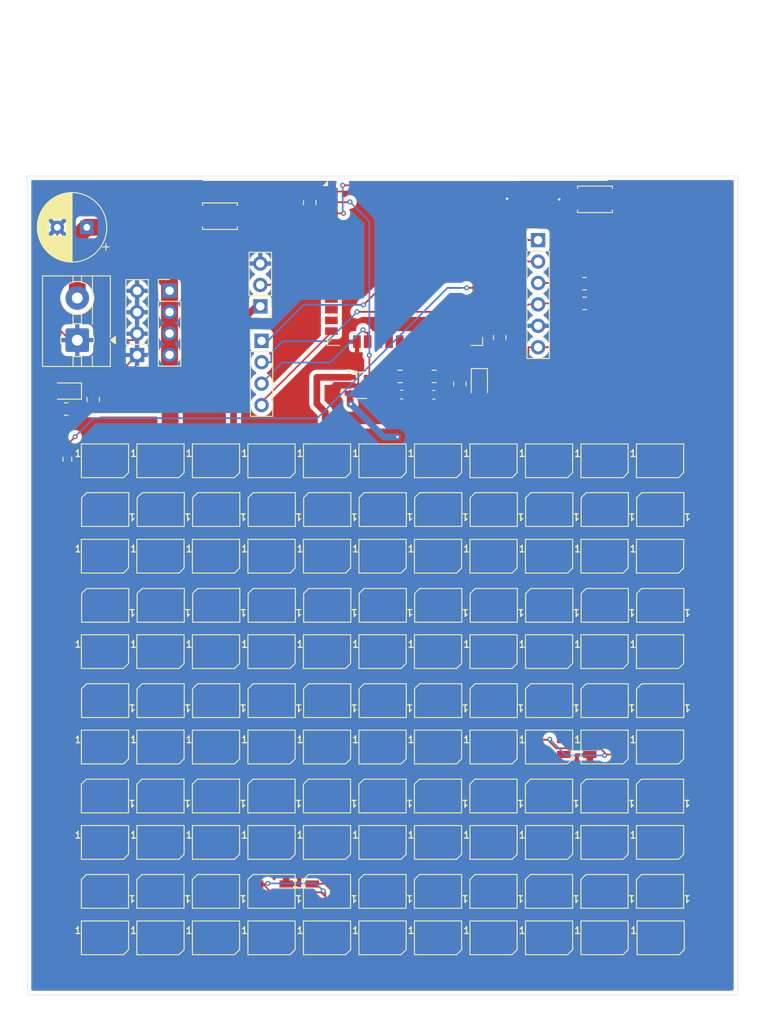
<source format=kicad_pcb>
(kicad_pcb (version 20241229) (generator "pcbnew") (generator_version "9.0")
  (layers (0 "F.Cu" signal) (2 "B.Cu" signal) (13 "F.Paste" user) (15 "B.Paste" user) (5 "F.SilkS" user "F.Silkscreen") (7 "B.SilkS" user "B.Silkscreen") (1 "F.Mask" user) (3 "B.Mask" user) (25 "Edge.Cuts" user))
  (net 0 "")
  (net 1 "EN")
  (net 2 "GND")
  (net 3 "+3V3")
  (net 4 "+5V")
  (net 5 "IO0")
  (net 6 "Net-(U2-BP)")
  (net 7 "DIN")
  (net 8 "Net-(D1-DOUT)")
  (net 9 "Net-(D2-DOUT)")
  (net 10 "Net-(D3-DOUT)")
  (net 11 "Net-(D4-DOUT)")
  (net 12 "Net-(D5-DOUT)")
  (net 13 "Net-(D6-DOUT)")
  (net 14 "Net-(D7-DOUT)")
  (net 15 "Net-(D8-DOUT)")
  (net 16 "Net-(D10-DIN)")
  (net 17 "Net-(D10-DOUT)")
  (net 18 "Net-(D11-DOUT)")
  (net 19 "Net-(D12-DOUT)")
  (net 20 "Net-(D13-DOUT)")
  (net 21 "Net-(D14-DOUT)")
  (net 22 "Net-(D15-DOUT)")
  (net 23 "Net-(D16-DOUT)")
  (net 24 "Net-(D31-DOUT)")
  (net 25 "Net-(D32-DOUT)")
  (net 26 "Net-(D33-DOUT)")
  (net 27 "Net-(D34-DOUT)")
  (net 28 "Net-(D35-DOUT)")
  (net 29 "Net-(D36-DOUT)")
  (net 30 "Net-(D37-DOUT)")
  (net 31 "Net-(D38-DOUT)")
  (net 32 "Net-(D39-DOUT)")
  (net 33 "Net-(D40-DOUT)")
  (net 34 "Net-(D41-DOUT)")
  (net 35 "Net-(D42-DOUT)")
  (net 36 "Net-(D43-DOUT)")
  (net 37 "Net-(D44-DOUT)")
  (net 38 "Net-(D45-DOUT)")
  (net 39 "Net-(D46-DOUT)")
  (net 40 "Net-(D61-DOUT)")
  (net 41 "Net-(D62-DOUT)")
  (net 42 "Net-(D63-DOUT)")
  (net 43 "Net-(D64-DOUT)")
  (net 44 "Net-(D65-DOUT)")
  (net 45 "Net-(D66-DOUT)")
  (net 46 "Net-(D67-DOUT)")
  (net 47 "Net-(D68-DOUT)")
  (net 48 "Net-(D69-DOUT)")
  (net 49 "Net-(D70-DOUT)")
  (net 50 "Net-(D71-DOUT)")
  (net 51 "Net-(D72-DOUT)")
  (net 52 "Net-(D73-DOUT)")
  (net 53 "Net-(D74-DOUT)")
  (net 54 "Net-(D75-DOUT)")
  (net 55 "Net-(D91-DOUT)")
  (net 56 "Net-(D92-DOUT)")
  (net 57 "Net-(D93-DOUT)")
  (net 58 "Net-(D94-DOUT)")
  (net 59 "Net-(D95-DOUT)")
  (net 60 "Net-(D96-DOUT)")
  (net 61 "Net-(D97-DOUT)")
  (net 62 "Net-(D98-DOUT)")
  (net 63 "Net-(D100-DIN)")
  (net 64 "Net-(D100-DOUT)")
  (net 65 "Net-(D101-DOUT)")
  (net 66 "Net-(D102-DOUT)")
  (net 67 "Net-(D103-DOUT)")
  (net 68 "Net-(D104-DOUT)")
  (net 69 "Net-(D105-DOUT)")
  (net 70 "Net-(D121-A)")
  (net 71 "Net-(D122-A)")
  (net 72 "Net-(J1-Pin_2)")
  (net 73 "RX")
  (net 74 "TX")
  (net 75 "Net-(J5-Pin_3)")
  (net 76 "Net-(J5-Pin_2)")
  (net 77 "Net-(J5-Pin_4)")
  (net 78 "Net-(J5-Pin_1)")
  (net 79 "Net-(U1-IO5)")
  (net 80 "GPIO2")
  (net 104 "Net-(D17-DOUT)")
  (net 105 "Net-(D18-DOUT)")
  (net 106 "Net-(D19-DOUT)")
  (net 107 "Net-(D20-DOUT)")
  (net 108 "Net-(D21-DOUT)")
  (net 109 "Net-(D22-DOUT)")
  (net 110 "Net-(D23-DOUT)")
  (net 111 "Net-(D24-DOUT)")
  (net 112 "Net-(D25-DOUT)")
  (net 113 "Net-(D26-DOUT)")
  (net 114 "Net-(D27-DOUT)")
  (net 115 "Net-(D28-DOUT)")
  (net 116 "Net-(D29-DOUT)")
  (net 117 "Net-(D30-DOUT)")
  (net 118 "Net-(D47-DOUT)")
  (net 119 "Net-(D48-DOUT)")
  (net 120 "Net-(D49-DOUT)")
  (net 121 "Net-(D50-DOUT)")
  (net 122 "Net-(D51-DOUT)")
  (net 123 "Net-(D52-DOUT)")
  (net 124 "Net-(D53-DOUT)")
  (net 125 "Net-(D54-DOUT)")
  (net 126 "Net-(D55-DOUT)")
  (net 127 "Net-(D56-DOUT)")
  (net 128 "Net-(D57-DOUT)")
  (net 129 "Net-(D58-DOUT)")
  (net 130 "Net-(D59-DOUT)")
  (net 131 "Net-(D60-DOUT)")
  (net 132 "Net-(D76-DOUT)")
  (net 133 "Net-(D77-DOUT)")
  (net 134 "Net-(D78-DOUT)")
  (net 135 "Net-(D79-DOUT)")
  (net 136 "Net-(D80-DOUT)")
  (net 137 "Net-(D81-DOUT)")
  (net 138 "Net-(D82-DOUT)")
  (net 139 "Net-(D83-DOUT)")
  (net 140 "Net-(D84-DOUT)")
  (net 141 "Net-(D85-DOUT)")
  (net 142 "Net-(D86-DOUT)")
  (net 143 "Net-(D87-DOUT)")
  (net 144 "Net-(D88-DOUT)")
  (net 145 "Net-(D89-DOUT)")
  (net 146 "Net-(D106-DOUT)")
  (net 147 "Net-(D107-DOUT)")
  (net 148 "Net-(D108-DOUT)")
  (net 149 "Net-(D109-DOUT)")
  (net 150 "Net-(D110-DOUT)")
  (net 151 "Net-(D111-DOUT)")
  (net 152 "Net-(D112-DOUT)")
  (net 153 "Net-(D113-DOUT)")
  (net 154 "Net-(D114-DOUT)")
  (net 155 "Net-(D115-DOUT)")
  (net 156 "Net-(D116-DOUT)")
  (net 157 "Net-(D117-DOUT)")
  (net 158 "Net-(D118-DOUT)")
  (net 159 "Net-(D119-DOUT)")
  (net 160 "Net-(D120-DOUT)")
  (net 161 "Net-(D90-DOUT)")
  (footprint "LED_SMD:LED_SK6812MINI_PLCC4_3.5x3.5mm_P1.75mm" (layer "F.Cu") (at 148.507 146.841 180)
    (property "Reference" "D79" (hide yes))
    (property "Value" "SK6812MINI")
  )
  (footprint "LED_SMD:LED_SK6812MINI_PLCC4_3.5x3.5mm_P1.75mm" (layer "F.Cu") (at 148.512 129.713)
    (property "Reference" "D54" (hide yes))
    (property "Value" "SK6812MINI")
  )
  (footprint "LED_SMD:LED_SK6812MINI_PLCC4_3.5x3.5mm_P1.75mm" (layer "F.Cu") (at 155.093 146.841 180)
    (property "Reference" "D78" (hide yes))
    (property "Value" "SK6812MINI")
  )
  (footprint "LED_SMD:LED_SK6812MINI_PLCC4_3.5x3.5mm_P1.75mm" (layer "F.Cu") (at 135.34 107.081)
    (property "Reference" "D8" (hide yes))
    (property "Value" "SK6812MINI")
  )
  (footprint "LED_SMD:LED_SK6812MINI_PLCC4_3.5x3.5mm_P1.75mm" (layer "F.Cu") (at 108.996 163.661)
    (property "Reference" "D114" (hide yes))
    (property "Value" "SK6812MINI")
  )
  (footprint "LED_SMD:LED_SK6812MINI_PLCC4_3.5x3.5mm_P1.75mm" (layer "F.Cu") (at 115.577 158.151 180)
    (property "Reference" "D106" (hide yes))
    (property "Value" "SK6812MINI")
  )
  (footprint "LED_SMD:LED_SK6812MINI_PLCC4_3.5x3.5mm_P1.75mm" (layer "F.Cu") (at 102.425 135.526 180)
    (property "Reference" "D64" (hide yes))
    (property "Value" "SK6812MINI")
  )
  (footprint "Package_TO_SOT_SMD:SOT-23-5" (layer "F.Cu") (at 119.47 98.1275)
    (property "Reference" "U2" (hide yes))
    (property "Value" "MIC5219-3.3YM5")
  )
  (footprint "LED_SMD:LED_SK6812MINI_PLCC4_3.5x3.5mm_P1.75mm" (layer "F.Cu") (at 95.819 146.841 180)
    (property "Reference" "D87" (hide yes))
    (property "Value" "SK6812MINI")
  )
  (footprint "LED_SMD:LED_SK6812MINI_PLCC4_3.5x3.5mm_P1.75mm" (layer "F.Cu") (at 148.512 152.345)
    (property "Reference" "D98" (hide yes))
    (property "Value" "SK6812MINI")
  )
  (footprint "LED_SMD:LED_SK6812MINI_PLCC4_3.5x3.5mm_P1.75mm" (layer "F.Cu") (at 115.582 129.713)
    (property "Reference" "D49" (hide yes))
    (property "Value" "SK6812MINI")
  )
  (footprint "RF_Module:ESP32-WROOM-32E" (layer "F.Cu") (at 124.85 80.45)
    (property "Reference" "U1" (hide yes))
    (property "Value" "ESP32-WROOM-32UE")
  )
  (footprint "LED_SMD:LED_SK6812MINI_PLCC4_3.5x3.5mm_P1.75mm" (layer "F.Cu") (at 89.238 163.661)
    (property "Reference" "D111" (hide yes))
    (property "Value" "SK6812MINI")
  )
  (footprint "Capacitor_SMD:C_0603_1608Metric_Pad1.08x0.95mm_HandSolder" (layer "F.Cu") (at 124.4375 99.2275)
    (property "Reference" "C8" (hide yes))
    (property "Value" "470pf")
  )
  (footprint "Button_Switch_SMD:SW_Push_SPST_NO_Alps_SKRK" (layer "F.Cu") (at 147.38 76.07 180)
    (property "Reference" "BOOT" (hide yes))
    (property "Value" "BOOT")
  )
  (footprint "LED_SMD:LED_SK6812MINI_PLCC4_3.5x3.5mm_P1.75mm" (layer "F.Cu") (at 128.749 158.151 180)
    (property "Reference" "D104" (hide yes))
    (property "Value" "SK6812MINI")
  )
  (footprint "LED_SMD:LED_SK6812MINI_PLCC4_3.5x3.5mm_P1.75mm" (layer "F.Cu") (at 148.537 124.221 180)
    (property "Reference" "D35" (hide yes))
    (property "Value" "SK6812MINI")
  )
  (footprint "LED_SMD:LED_SK6812MINI_PLCC4_3.5x3.5mm_P1.75mm" (layer "F.Cu") (at 148.512 107.081)
    (property "Reference" "D10" (hide yes))
    (property "Value" "SK6812MINI")
  )
  (footprint "Capacitor_SMD:C_0603_1608Metric_Pad1.08x0.95mm_HandSolder" (layer "F.Cu") (at 128.25 99.25)
    (property "Reference" "C5" (hide yes))
    (property "Value" "2.2uf")
  )
  (footprint "LED_SMD:LED_SK6812MINI_PLCC4_3.5x3.5mm_P1.75mm" (layer "F.Cu") (at 141.951 112.861 180)
    (property "Reference" "D14" (hide yes))
    (property "Value" "SK6812MINI")
  )
  (footprint "LED_SMD:LED_SK6812MINI_PLCC4_3.5x3.5mm_P1.75mm" (layer "F.Cu") (at 135.335 146.841 180)
    (property "Reference" "D81" (hide yes))
    (property "Value" "SK6812MINI")
  )
  (footprint "LED_SMD:LED_SK6812MINI_PLCC4_3.5x3.5mm_P1.75mm" (layer "F.Cu") (at 155.098 118.397)
    (property "Reference" "D33" (hide yes))
    (property "Value" "SK6812MINI")
  )
  (footprint "LED_SMD:LED_SK6812MINI_PLCC4_3.5x3.5mm_P1.75mm" (layer "F.Cu") (at 155.098 141.029)
    (property "Reference" "D77" (hide yes))
    (property "Value" "SK6812MINI")
  )
  (footprint "LED_SMD:LED_SK6812MINI_PLCC4_3.5x3.5mm_P1.75mm" (layer "F.Cu") (at 102.435 124.221 180)
    (property "Reference" "D42" (hide yes))
    (property "Value" "SK6812MINI")
  )
  (footprint "LED_SMD:LED_SK6812MINI_PLCC4_3.5x3.5mm_P1.75mm" (layer "F.Cu") (at 89.263 124.221 180)
    (property "Reference" "D44" (hide yes))
    (property "Value" "SK6812MINI")
  )
  (footprint "LED_SMD:LED_SK6812MINI_PLCC4_3.5x3.5mm_P1.75mm" (layer "F.Cu") (at 102.405 146.841 180)
    (property "Reference" "D86" (hide yes))
    (property "Value" "SK6812MINI")
  )
  (footprint "Button_Switch_SMD:SW_Push_SPST_NO_Alps_SKRK" (layer "F.Cu") (at 102.88 78.07)
    (property "Reference" "Enable" (hide yes))
    (property "Value" "RESET")
  )
  (footprint "LED_SMD:LED_SK6812MINI_PLCC4_3.5x3.5mm_P1.75mm" (layer "F.Cu") (at 95.824 152.345)
    (property "Reference" "D90" (hide yes))
    (property "Value" "SK6812MINI")
  )
  (footprint "LED_SMD:LED_SK6812MINI_PLCC4_3.5x3.5mm_P1.75mm" (layer "F.Cu") (at 128.754 118.397)
    (property "Reference" "D29" (hide yes))
    (property "Value" "SK6812MINI")
  )
  (footprint "LED_SMD:LED_SK6812MINI_PLCC4_3.5x3.5mm_P1.75mm" (layer "F.Cu") (at 128.779 112.861 180)
    (property "Reference" "D16" (hide yes))
    (property "Value" "SK6812MINI")
  )
  (footprint "LED_SMD:LED_SK6812MINI_PLCC4_3.5x3.5mm_P1.75mm" (layer "F.Cu") (at 89.238 152.345)
    (property "Reference" "D89" (hide yes))
    (property "Value" "SK6812MINI")
  )
  (footprint "LED_SMD:LED_SK6812MINI_PLCC4_3.5x3.5mm_P1.75mm" (layer "F.Cu") (at 102.435 112.861 180)
    (property "Reference" "D20" (hide yes))
    (property "Value" "SK6812MINI")
  )
  (footprint "LED_SMD:LED_SK6812MINI_PLCC4_3.5x3.5mm_P1.75mm" (layer "F.Cu") (at 102.41 129.713)
    (property "Reference" "D47" (hide yes))
    (property "Value" "SK6812MINI")
  )
  (footprint "LED_SMD:LED_SK6812MINI_PLCC4_3.5x3.5mm_P1.75mm" (layer "F.Cu") (at 109.021 112.861 180)
    (property "Reference" "D19" (hide yes))
    (property "Value" "SK6812MINI")
  )
  (footprint "LED_SMD:LED_SK6812MINI_PLCC4_3.5x3.5mm_P1.75mm" (layer "F.Cu") (at 128.769 135.526 180)
    (property "Reference" "D60" (hide yes))
    (property "Value" "SK6812MINI")
  )
  (footprint "LED_SMD:LED_SK6812MINI_PLCC4_3.5x3.5mm_P1.75mm" (layer "F.Cu") (at 102.41 118.397)
    (property "Reference" "D25" (hide yes))
    (property "Value" "SK6812MINI")
  )
  (footprint "LED_SMD:LED_0805_2012Metric_Pad1.15x1.40mm_HandSolder" (layer "F.Cu") (at 133.66 98.0025 -90)
    (property "Reference" "D121" (hide yes))
    (property "Value" "Transmission Good")
  )
  (footprint "LED_SMD:LED_SK6812MINI_PLCC4_3.5x3.5mm_P1.75mm" (layer "F.Cu") (at 155.093 158.151 180)
    (property "Reference" "D100" (hide yes))
    (property "Value" "SK6812MINI")
  )
  (footprint "LED_SMD:LED_SK6812MINI_PLCC4_3.5x3.5mm_P1.75mm" (layer "F.Cu") (at 155.173 163.661)
    (property "Reference" "D123" (hide yes))
    (property "Value" "SK6812MINI")
  )
  (footprint "LED_SMD:LED_SK6812MINI_PLCC4_3.5x3.5mm_P1.75mm" (layer "F.Cu") (at 95.824 141.029)
    (property "Reference" "D68" (hide yes))
    (property "Value" "SK6812MINI")
  )
  (footprint "LED_SMD:LED_SK6812MINI_PLCC4_3.5x3.5mm_P1.75mm" (layer "F.Cu") (at 141.921 158.151 180)
    (property "Reference" "D102" (hide yes))
    (property "Value" "SK6812MINI")
  )
  (footprint "LED_SMD:LED_SK6812MINI_PLCC4_3.5x3.5mm_P1.75mm" (layer "F.Cu") (at 115.582 118.397)
    (property "Reference" "D27" (hide yes))
    (property "Value" "SK6812MINI")
  )
  (footprint "LED_SMD:LED_SK6812MINI_PLCC4_3.5x3.5mm_P1.75mm" (layer "F.Cu") (at 115.582 152.345)
    (property "Reference" "D93" (hide yes))
    (property "Value" "SK6812MINI")
  )
  (footprint "LED_SMD:LED_SK6812MINI_PLCC4_3.5x3.5mm_P1.75mm" (layer "F.Cu") (at 141.926 107.081)
    (property "Reference" "D9" (hide yes))
    (property "Value" "SK6812MINI")
  )
  (footprint "LED_SMD:LED_SK6812MINI_PLCC4_3.5x3.5mm_P1.75mm" (layer "F.Cu") (at 148.537 112.861 180)
    (property "Reference" "D13" (hide yes))
    (property "Value" "SK6812MINI")
  )
  (footprint "LED_SMD:LED_SK6812MINI_PLCC4_3.5x3.5mm_P1.75mm" (layer "F.Cu") (at 122.163 146.841 180)
    (property "Reference" "D83" (hide yes))
    (property "Value" "SK6812MINI")
  )
  (footprint "LED_SMD:LED_SK6812MINI_PLCC4_3.5x3.5mm_P1.75mm" (layer "F.Cu") (at 108.996 129.713)
    (property "Reference" "D48" (hide yes))
    (property "Value" "SK6812MINI")
  )
  (footprint "LED_SMD:LED_SK6812MINI_PLCC4_3.5x3.5mm_P1.75mm" (layer "F.Cu") (at 155.098 129.713)
    (property "Reference" "D55" (hide yes))
    (property "Value" "SK6812MINI")
  )
  (footprint "LED_SMD:LED_SK6812MINI_PLCC4_3.5x3.5mm_P1.75mm" (layer "F.Cu") (at 102.41 141.029)
    (property "Reference" "D69" (hide yes))
    (property "Value" "SK6812MINI")
  )
  (footprint "LED_SMD:LED_SK6812MINI_PLCC4_3.5x3.5mm_P1.75mm" (layer "F.Cu") (at 148.512 163.661)
    (property "Reference" "D120" (hide yes))
    (property "Value" "SK6812MINI")
  )
  (footprint "LED_SMD:LED_SK6812MINI_PLCC4_3.5x3.5mm_P1.75mm" (layer "F.Cu") (at 148.527 135.526 180)
    (property "Reference" "D57" (hide yes))
    (property "Value" "SK6812MINI")
  )
  (footprint "LED_SMD:LED_SK6812MINI_PLCC4_3.5x3.5mm_P1.75mm" (layer "F.Cu") (at 141.921 146.841 180)
    (property "Reference" "D80" (hide yes))
    (property "Value" "SK6812MINI")
  )
  (footprint "LED_SMD:LED_SK6812MINI_PLCC4_3.5x3.5mm_P1.75mm" (layer "F.Cu") (at 135.34 163.661)
    (property "Reference" "D118" (hide yes))
    (property "Value" "SK6812MINI")
  )
  (footprint "LED_SMD:LED_SK6812MINI_PLCC4_3.5x3.5mm_P1.75mm" (layer "F.Cu") (at 108.996 118.397)
    (property "Reference" "D26" (hide yes))
    (property "Value" "SK6812MINI")
  )
  (footprint "LED_SMD:LED_SK6812MINI_PLCC4_3.5x3.5mm_P1.75mm" (layer "F.Cu") (at 122.168 118.397)
    (property "Reference" "D28" (hide yes))
    (property "Value" "SK6812MINI")
  )
  (footprint "LED_SMD:LED_SK6812MINI_PLCC4_3.5x3.5mm_P1.75mm" (layer "F.Cu") (at 135.34 152.345)
    (property "Reference" "D96" (hide yes))
    (property "Value" "SK6812MINI")
  )
  (footprint "Connector_PinHeader_2.54mm:PinHeader_1x03_P2.54mm_Vertical" (layer "F.Cu") (at 107.6681 88.7617 180)
    (property "Reference" "J1" (hide yes))
    (property "Value" "Conn_01x03_Pin")
  )
  (footprint "LED_SMD:LED_SK6812MINI_PLCC4_3.5x3.5mm_P1.75mm" (layer "F.Cu") (at 89.238 118.397)
    (property "Reference" "D23" (hide yes))
    (property "Value" "SK6812MINI")
  )
  (footprint "LED_SMD:LED_SK6812MINI_PLCC4_3.5x3.5mm_P1.75mm" (layer "F.Cu") (at 95.824 107.081)
    (property "Reference" "D2" (hide yes))
    (property "Value" "SK6812MINI")
  )
  (footprint "LED_SMD:LED_SK6812MINI_PLCC4_3.5x3.5mm_P1.75mm" (layer "F.Cu") (at 95.824 118.397)
    (property "Reference" "D24" (hide yes))
    (property "Value" "SK6812MINI")
  )
  (footprint "LED_SMD:LED_SK6812MINI_PLCC4_3.5x3.5mm_P1.75mm" (layer "F.Cu") (at 122.168 129.713)
    (property "Reference" "D50" (hide yes))
    (property "Value" "SK6812MINI")
  )
  (footprint "LED_SMD:LED_SK6812MINI_PLCC4_3.5x3.5mm_P1.75mm" (layer "F.Cu") (at 122.193 112.861 180)
    (property "Reference" "D17" (hide yes))
    (property "Value" "SK6812MINI")
  )
  (footprint "LED_SMD:LED_SK6812MINI_PLCC4_3.5x3.5mm_P1.75mm" (layer "F.Cu") (at 89.238 107.081)
    (property "Reference" "D1" (hide yes))
    (property "Value" "SK6812MINI")
  )
  (footprint "Connector_PinHeader_2.54mm:PinHeader_1x04_P2.54mm_Vertical" (layer "F.Cu") (at 107.8181 92.8517)
    (property "Reference" "J5" (hide yes))
    (property "Value" "Conn_01x04_Pin")
  )
  (footprint "LED_SMD:LED_SK6812MINI_PLCC4_3.5x3.5mm_P1.75mm" (layer "F.Cu") (at 89.253 135.526 180)
    (property "Reference" "D66" (hide yes))
    (property "Value" "SK6812MINI")
  )
  (footprint "Resistor_SMD:R_0805_2012Metric_Pad1.20x1.40mm_HandSolder" (layer "F.Cu") (at 146.13 86.07)
    (property "Reference" "R3" (hide yes))
    (property "Value" "10k")
  )
  (footprint "LED_SMD:LED_SK6812MINI_PLCC4_3.5x3.5mm_P1.75mm" (layer "F.Cu") (at 135.365 112.861 180)
    (property "Reference" "D15" (hide yes))
    (property "Value" "SK6812MINI")
  )
  (footprint "LED_SMD:LED_SK6812MINI_PLCC4_3.5x3.5mm_P1.75mm" (layer "F.Cu") (at 141.951 124.221 180)
    (property "Reference" "D36" (hide yes))
    (property "Value" "SK6812MINI")
  )
  (footprint "LED_SMD:LED_SK6812MINI_PLCC4_3.5x3.5mm_P1.75mm" (layer "F.Cu") (at 128.779 124.221 180)
    (property "Reference" "D38" (hide yes))
    (property "Value" "SK6812MINI")
  )
  (footprint "LED_SMD:LED_SK6812MINI_PLCC4_3.5x3.5mm_P1.75mm" (layer "F.Cu") (at 89.238 129.713)
    (property "Reference" "D45" (hide yes))
    (property "Value" "SK6812MINI")
  )
  (footprint "Capacitor_SMD:C_0805_2012Metric_Pad1.18x1.45mm_HandSolder" (layer "F.Cu") (at 124.2575 97.0775 180)
    (property "Reference" "C2" (hide yes))
    (property "Value" "0.1uf")
  )
  (footprint "LED_SMD:LED_SK6812MINI_PLCC4_3.5x3.5mm_P1.75mm" (layer "F.Cu") (at 95.839 135.526 180)
    (property "Reference" "D65" (hide yes))
    (property "Value" "SK6812MINI")
  )
  (footprint "LED_SMD:LED_SK6812MINI_PLCC4_3.5x3.5mm_P1.75mm" (layer "F.Cu") (at 122.163 158.151 180)
    (property "Reference" "D105" (hide yes))
    (property "Value" "SK6812MINI")
  )
  (footprint "LED_SMD:LED_SK6812MINI_PLCC4_3.5x3.5mm_P1.75mm" (layer "F.Cu") (at 122.193 124.221 180)
    (property "Reference" "D39" (hide yes))
    (property "Value" "SK6812MINI")
  )
  (footprint "LED_SMD:LED_SK6812MINI_PLCC4_3.5x3.5mm_P1.75mm" (layer "F.Cu") (at 135.335 158.151 180)
    (property "Reference" "D103" (hide yes))
    (property "Value" "SK6812MINI")
  )
  (footprint "LED_SMD:LED_SK6812MINI_PLCC4_3.5x3.5mm_P1.75mm" (layer "F.Cu") (at 128.754 163.661)
    (property "Reference" "D117" (hide yes))
    (property "Value" "SK6812MINI")
  )
  (footprint "Capacitor_SMD:C_0805_2012Metric_Pad1.18x1.45mm_HandSolder" (layer "F.Cu") (at 128.29 97.07)
    (property "Reference" "C3" (hide yes))
    (property "Value" "22uf")
  )
  (footprint "LED_SMD:LED_SK6812MINI_PLCC4_3.5x3.5mm_P1.75mm" (layer "F.Cu") (at 115.577 146.841 180)
    (property "Reference" "D84" (hide yes))
    (property "Value" "SK6812MINI")
  )
  (footprint "LED_SMD:LED_SK6812MINI_PLCC4_3.5x3.5mm_P1.75mm" (layer "F.Cu") (at 89.238 141.029)
    (property "Reference" "D67" (hide yes))
    (property "Value" "SK6812MINI")
  )
  (footprint "LED_SMD:LED_SK6812MINI_PLCC4_3.5x3.5mm_P1.75mm" (layer "F.Cu") (at 135.34 141.029)
    (property "Reference" "D74" (hide yes))
    (property "Value" "SK6812MINI")
  )
  (footprint "LED_SMD:LED_SK6812MINI_PLCC4_3.5x3.5mm_P1.75mm" (layer "F.Cu") (at 95.824 129.713)
    (property "Reference" "D46" (hide yes))
    (property "Value" "SK6812MINI")
  )
  (footprint "LED_SMD:LED_SK6812MINI_PLCC4_3.5x3.5mm_P1.75mm" (layer "F.Cu") (at 95.819 158.151 180)
    (property "Reference" "D109" (hide yes))
    (property "Value" "SK6812MINI")
  )
  (footprint "LED_SMD:LED_SK6812MINI_PLCC4_3.5x3.5mm_P1.75mm" (layer "F.Cu") (at 115.582 163.661)
    (property "Reference" "D115" (hide yes))
    (property "Value" "SK6812MINI")
  )
  (footprint "LED_SMD:LED_SK6812MINI_PLCC4_3.5x3.5mm_P1.75mm" (layer "F.Cu") (at 155.123 112.861 180)
    (property "Reference" "D12" (hide yes))
    (property "Value" "SK6812MINI")
  )
  (footprint "LED_SMD:LED_SK6812MINI_PLCC4_3.5x3.5mm_P1.75mm" (layer "F.Cu") (at 122.168 163.661)
    (property "Reference" "D116" (hide yes))
    (property "Value" "SK6812MINI")
  )
  (footprint "Connector_PinHeader_2.54mm:PinHeader_1x04_P2.54mm_Vertical" (layer "F.Cu") (at 93.05 94.54 180)
    (property "Reference" "J2" (hide yes))
    (property "Value" "Conn_01x04_Pin")
  )
  (footprint "Resistor_SMD:R_0805_2012Metric_Pad1.20x1.40mm_HandSolder" (layer "F.Cu") (at 146.16 88.41)
    (property "Reference" "R4" (hide yes))
    (property "Value" "10K")
  )
  (footprint "LED_SMD:LED_SK6812MINI_PLCC4_3.5x3.5mm_P1.75mm" (layer "F.Cu") (at 128.754 107.081)
    (property "Reference" "D7" (hide yes))
    (property "Value" "SK6812MINI")
  )
  (footprint "Connector_PinHeader_2.54mm:PinHeader_1x06_P2.54mm_Vertical" (layer "F.Cu") (at 140.63 80.91)
    (property "Reference" "J3" (hide yes))
    (property "Value" "Conn_01x06_Pin")
  )
  (footprint "Resistor_SMD:R_0603_1608Metric_Pad0.98x0.95mm_HandSolder" (layer "F.Cu") (at 84.77 106.8975 90)
    (property "Reference" "R1" (hide yes))
    (property "Value" "330r")
  )
  (footprint "LED_SMD:LED_SK6812MINI_PLCC4_3.5x3.5mm_P1.75mm" (layer "F.Cu") (at 108.996 141.029)
    (property "Reference" "D70" (hide yes))
    (property "Value" "SK6812MINI")
  )
  (footprint "LED_SMD:LED_SK6812MINI_PLCC4_3.5x3.5mm_P1.75mm" (layer "F.Cu") (at 115.582 141.029)
    (property "Reference" "D71" (hide yes))
    (property "Value" "SK6812MINI")
  )
  (footprint "LED_SMD:LED_SK6812MINI_PLCC4_3.5x3.5mm_P1.75mm" (layer "F.Cu") (at 115.597 135.526 180)
    (property "Reference" "D62" (hide yes))
    (property "Value" "SK6812MINI")
  )
  (footprint "LED_SMD:LED_SK6812MINI_PLCC4_3.5x3.5mm_P1.75mm" (layer "F.Cu") (at 108.991 146.841 180)
    (property "Reference" "D85" (hide yes))
    (property "Value" "SK6812MINI")
  )
  (footprint "Connector_PinHeader_2.54mm:PinHeader_1x04_P2.54mm_Vertical" (layer "F.Cu") (at 96.9 86.9)
    (property "Reference" "J4" (hide yes))
    (property "Value" "Conn_01x04_Pin")
  )
  (footprint "LED_SMD:LED_SK6812MINI_PLCC4_3.5x3.5mm_P1.75mm" (layer "F.Cu") (at 122.168 141.029)
    (property "Reference" "D72" (hide yes))
    (property "Value" "SK6812MINI")
  )
  (footprint "LED_SMD:LED_SK6812MINI_PLCC4_3.5x3.5mm_P1.75mm" (layer "F.Cu") (at 109.011 135.526 180)
    (property "Reference" "D63" (hide yes))
    (property "Value" "SK6812MINI")
  )
  (footprint "LED_SMD:LED_SK6812MINI_PLCC4_3.5x3.5mm_P1.75mm" (layer "F.Cu") (at 155.098 107.081)
    (property "Reference" "D11" (hide yes))
    (property "Value" "SK6812MINI")
  )
  (footprint "LED_SMD:LED_SK6812MINI_PLCC4_3.5x3.5mm_P1.75mm" (layer "F.Cu") (at 102.41 163.661)
    (property "Reference" "D113" (hide yes))
    (property "Value" "SK6812MINI")
  )
  (footprint "LED_SMD:LED_SK6812MINI_PLCC4_3.5x3.5mm_P1.75mm" (layer "F.Cu") (at 135.34 118.397)
    (property "Reference" "D30" (hide yes))
    (property "Value" "SK6812MINI")
  )
  (footprint "LED_SMD:LED_SK6812MINI_PLCC4_3.5x3.5mm_P1.75mm" (layer "F.Cu") (at 148.512 141.029)
    (property "Reference" "D76" (hide yes))
    (property "Value" "SK6812MINI")
  )
  (footprint "LED_SMD:LED_SK6812MINI_PLCC4_3.5x3.5mm_P1.75mm" (layer "F.Cu") (at 128.754 152.345)
    (property "Reference" "D95" (hide yes))
    (property "Value" "SK6812MINI")
  )
  (footprint "LED_SMD:LED_SK6812MINI_PLCC4_3.5x3.5mm_P1.75mm" (layer "F.Cu") (at 102.41 152.345)
    (property "Reference" "D91" (hide yes))
    (property "Value" "SK6812MINI")
  )
  (footprint "LED_SMD:LED_SK6812MINI_PLCC4_3.5x3.5mm_P1.75mm" (layer "F.Cu") (at 128.749 146.841 180)
    (property "Reference" "D82" (hide yes))
    (property "Value" "SK6812MINI")
  )
  (footprint "LED_SMD:LED_SK6812MINI_PLCC4_3.5x3.5mm_P1.75mm" (layer "F.Cu") (at 108.996 152.345)
    (property "Reference" "D92" (hide yes))
    (property "Value" "SK6812MINI")
  )
  (footprint "LED_SMD:LED_SK6812MINI_PLCC4_3.5x3.5mm_P1.75mm" (layer "F.Cu") (at 141.926 118.397)
    (property "Reference" "D31" (hide yes))
    (property "Value" "SK6812MINI")
  )
  (footprint "LED_SMD:LED_SK6812MINI_PLCC4_3.5x3.5mm_P1.75mm" (layer "F.Cu") (at 135.355 135.526 180)
    (property "Reference" "D59" (hide yes))
    (property "Value" "SK6812MINI")
  )
  (footprint "LED_SMD:LED_SK6812MINI_PLCC4_3.5x3.5mm_P1.75mm" (layer "F.Cu") (at 135.34 129.713)
    (property "Reference" "D52" (hide yes))
    (property "Value" "SK6812MINI")
  )
  (footprint "LED_SMD:LED_SK6812MINI_PLCC4_3.5x3.5mm_P1.75mm" (layer "F.Cu") (at 108.996 107.081)
    (property "Reference" "D4" (hide yes))
    (property "Value" "SK6812MINI")
  )
  (footprint "LED_SMD:LED_SK6812MINI_PLCC4_3.5x3.5mm_P1.75mm" (layer "F.Cu") (at 148.512 118.397)
    (property "Reference" "D32" (hide yes))
    (property "Value" "SK6812MINI")
  )
  (footprint "LED_SMD:LED_SK6812MINI_PLCC4_3.5x3.5mm_P1.75mm" (layer "F.Cu") (at 109.021 124.221 180)
    (property "Reference" "D41" (hide yes))
    (property "Value" "SK6812MINI")
  )
  (footprint "Capacitor_THT:CP_Radial_D8.0mm_P3.50mm" (layer "F.Cu") (at 87.08 79.39 180)
    (property "Reference" "C7" (hide yes))
    (property "Value" "C_Polarized_Small")
  )
  (footprint "LED_SMD:LED_SK6812MINI_PLCC4_3.5x3.5mm_P1.75mm" (layer "F.Cu") (at 122.168 152.345)
    (property "Reference" "D94" (hide yes))
    (property "Value" "SK6812MINI")
  )
  (footprint "Resistor_SMD:R_0805_2012Metric_Pad1.20x1.40mm_HandSolder" (layer "F.Cu") (at 131.34 97.96 -90)
    (property "Reference" "R2" (hide yes))
    (property "Value" "330R")
  )
  (footprint "LED_SMD:LED_SK6812MINI_PLCC4_3.5x3.5mm_P1.75mm" (layer "F.Cu") (at 155.098 152.345)
    (property "Reference" "D99" (hide yes))
    (property "Value" "SK6812MINI")
  )
  (footprint "LED_SMD:LED_SK6812MINI_PLCC4_3.5x3.5mm_P1.75mm" (layer "F.Cu") (at 141.926 163.661)
    (property "Reference" "D119" (hide yes))
    (property "Value" "SK6812MINI")
  )
  (footprint "LED_SMD:LED_0805_2012Metric_Pad1.15x1.40mm_HandSolder" (layer "F.Cu") (at 84.5875 98.81 180)
    (property "Reference" "D122" (hide yes))
    (property "Value" "LED")
  )
  (footprint "LED_SMD:LED_SK6812MINI_PLCC4_3.5x3.5mm_P1.75mm" (layer "F.Cu") (at 89.263 112.861 180)
    (property "Reference" "D22" (hide yes))
    (property "Value" "SK6812MINI")
  )
  (footprint "LED_SMD:LED_SK6812MINI_PLCC4_3.5x3.5mm_P1.75mm" (layer "F.Cu") (at 122.168 107.081)
    (property "Reference" "D6" (hide yes))
    (property "Value" "SK6812MINI")
  )
  (footprint "LED_SMD:LED_SK6812MINI_PLCC4_3.5x3.5mm_P1.75mm" (layer "F.Cu") (at 148.507 158.151 180)
    (property "Reference" "D101" (hide yes))
    (property "Value" "SK6812MINI")
  )
  (footprint "LED_SMD:LED_SK6812MINI_PLCC4_3.5x3.5mm_P1.75mm" (layer "F.Cu") (at 155.113 135.526 180)
    (property "Reference" "D56" (hide yes))
    (property "Value" "SK6812MINI")
  )
  (footprint "LED_SMD:LED_SK6812MINI_PLCC4_3.5x3.5mm_P1.75mm" (layer "F.Cu") (at 89.233 146.841 180)
    (property "Reference" "D88" (hide yes))
    (property "Value" "SK6812MINI")
  )
  (footprint "Capacitor_SMD:C_0805_2012Metric_Pad1.18x1.45mm_HandSolder" (layer "F.Cu") (at 87.84 99.7975 90)
    (property "Reference" "C4" (hide yes))
    (property "Value" "22uF")
  )
  (footprint "Resistor_SMD:R_0805_2012Metric_Pad1.20x1.40mm_HandSolder" (layer "F.Cu") (at 84.64 100.94)
    (property "Reference" "R5" (hide yes))
    (property "Value" "2K")
  )
  (footprint "LED_SMD:LED_SK6812MINI_PLCC4_3.5x3.5mm_P1.75mm" (layer "F.Cu") (at 115.582 107.081)
    (property "Reference" "D5" (hide yes))
    (property "Value" "SK6812MINI")
  )
  (footprint "LED_SMD:LED_SK6812MINI_PLCC4_3.5x3.5mm_P1.75mm" (layer "F.Cu") (at 155.123 124.221 180)
    (property "Reference" "D34" (hide yes))
    (property "Value" "SK6812MINI")
  )
  (footprint "LED_SMD:LED_SK6812MINI_PLCC4_3.5x3.5mm_P1.75mm" (layer "F.Cu") (at 95.849 124.221 180)
    (property "Reference" "D43" (hide yes))
    (property "Value" "SK6812MINI")
  )
  (footprint "Capacitor_SMD:C_0805_2012Metric_Pad1.18x1.45mm_HandSolder" (layer "F.Cu") (at 113.53 76.46 90)
    (property "Reference" "C1" (hide yes))
    (property "Value" "0.1uF")
  )
  (footprint "LED_SMD:LED_SK6812MINI_PLCC4_3.5x3.5mm_P1.75mm" (layer "F.Cu") (at 141.926 141.029)
    (property "Reference" "D75" (hide yes))
    (property "Value" "SK6812MINI")
  )
  (footprint "LED_SMD:LED_SK6812MINI_PLCC4_3.5x3.5mm_P1.75mm" (layer "F.Cu") (at 89.233 158.151 180)
    (property "Reference" "D110" (hide yes))
    (property "Value" "SK6812MINI")
  )
  (footprint "LED_SMD:LED_SK6812MINI_PLCC4_3.5x3.5mm_P1.75mm" (layer "F.Cu") (at 141.926 152.345)
    (property "Reference" "D97" (hide yes))
    (property "Value" "SK6812MINI")
  )
  (footprint "LED_SMD:LED_SK6812MINI_PLCC4_3.5x3.5mm_P1.75mm" (layer "F.Cu") (at 108.991 158.151 180)
    (property "Reference" "D107" (hide yes))
    (property "Value" "SK6812MINI")
  )
  (footprint "LED_SMD:LED_SK6812MINI_PLCC4_3.5x3.5mm_P1.75mm" (layer "F.Cu") (at 102.405 158.151 180)
    (property "Reference" "D108" (hide yes))
    (property "Value" "SK6812MINI")
  )
  (footprint "LED_SMD:LED_SK6812MINI_PLCC4_3.5x3.5mm_P1.75mm" (layer "F.Cu") (at 115.607 112.861 180)
    (property "Reference" "D18" (hide yes))
    (property "Value" "SK6812MINI")
  )
  (footprint "TerminalBlock:TerminalBlock_MaiXu_MX126-5.0-02P_1x02_P5.00mm" (layer "F.Cu") (at 85.95 92.77 90)
    (property "Reference" "J8" (hide yes))
    (property "Value" "Conn_01x02_Socket")
  )
  (footprint "LED_SMD:LED_SK6812MINI_PLCC4_3.5x3.5mm_P1.75mm" (layer "F.Cu") (at 95.824 163.661)
    (property "Reference" "D112" (hide yes))
    (property "Value" "SK6812MINI")
  )
  (footprint "LED_SMD:LED_SK6812MINI_PLCC4_3.5x3.5mm_P1.75mm" (layer "F.Cu") (at 128.754 129.713)
    (property "Reference" "D51" (hide yes))
    (property "Value" "SK6812MINI")
  )
  (footprint "LED_SMD:LED_SK6812MINI_PLCC4_3.5x3.5mm_P1.75mm" (layer "F.Cu") (at 128.754 141.029)
    (property "Reference" "D73" (hide yes))
    (property "Value" "SK6812MINI")
  )
  (footprint "LED_SMD:LED_SK6812MINI_PLCC4_3.5x3.5mm_P1.75mm" (layer "F.Cu") (at 141.926 129.713)
    (property "Reference" "D53" (hide yes))
    (property "Value" "SK6812MINI")
  )
  (footprint "LED_SMD:LED_SK6812MINI_PLCC4_3.5x3.5mm_P1.75mm" (layer "F.Cu") (at 141.941 135.526 180)
    (property "Reference" "D58" (hide yes))
    (property "Value" "SK6812MINI")
  )
  (footprint "LED_SMD:LED_SK6812MINI_PLCC4_3.5x3.5mm_P1.75mm" (layer "F.Cu") (at 115.607 124.221 180)
    (property "Reference" "D40" (hide yes))
    (property "Value" "SK6812MINI")
  )
  (footprint "Capacitor_SMD:C_0805_2012Metric_Pad1.18x1.45mm_HandSolder" (layer "F.Cu") (at 136.07 92.46 -90)
    (property "Reference" "C6" (hide yes))
    (property "Value" "0.1uF")
  )
  (footprint "LED_SMD:LED_SK6812MINI_PLCC4_3.5x3.5mm_P1.75mm" (layer "F.Cu") (at 95.849 112.861 180)
    (property "Reference" "D21" (hide yes))
    (property "Value" "SK6812MINI")
  )
  (footprint "LED_SMD:LED_SK6812MINI_PLCC4_3.5x3.5mm_P1.75mm" (layer "F.Cu") (at 122.183 135.526 180)
    (property "Reference" "D61" (hide yes))
    (property "Value" "SK6812MINI")
  )
  (footprint "LED_SMD:LED_SK6812MINI_PLCC4_3.5x3.5mm_P1.75mm" (layer "F.Cu") (at 135.365 124.221 180)
    (property "Reference" "D37" (hide yes))
    (property "Value" "SK6812MINI")
  )
  (footprint "LED_SMD:LED_SK6812MINI_PLCC4_3.5x3.5mm_P1.75mm" (layer "F.Cu") (at 102.41 107.081)
    (property "Reference" "D3" (hide yes))
    (property "Value" "SK6812MINI")
  )
  (gr_rect (start 80 73.29) (end 164.32 170.42) (stroke (width 0.05)) (fill no) (layer "Edge.Cuts"))
  (segment (start 113.53 77.4975) (end 105.552 77.4975) (width 0.2) (layer "F.Cu") (net 1))
  (segment (start 116.1 77.73) (end 117.54 77.73) (width 0.2) (layer "F.Cu") (net 1))
  (segment (start 142.75 85.32) (end 142.75 79.33) (width 0.2) (layer "F.Cu") (net 1))
  (segment (start 137.82 74.4) (end 117.44 74.4) (width 0.2) (layer "F.Cu") (net 1))
  (segment (start 115.05 77.4975) (end 115.918 77.4975) (width 0.2) (layer "F.Cu") (net 1))
  (segment (start 142.75 85.32) (end 144.38 85.32) (width 0.2) (layer "F.Cu") (net 1))
  (segment (start 140.63 85.99) (end 142.08 85.99) (width 0.2) (layer "F.Cu") (net 1))
  (segment (start 105.552 77.4975) (end 104.98 78.07) (width 0.2) (layer "F.Cu") (net 1))
  (segment (start 144.38 85.32) (end 145.13 86.07) (width 0.2) (layer "F.Cu") (net 1))
  (segment (start 115.918 77.4975) (end 116.1 77.68) (width 0.2) (layer "F.Cu") (net 1))
  (segment (start 142.75 79.33) (end 137.82 74.4) (width 0.2) (layer "F.Cu") (net 1))
  (segment (start 116.1 77.73) (end 115.282 77.73) (width 0.2) (layer "F.Cu") (net 1))
  (segment (start 113.53 77.4975) (end 115.05 77.4975) (width 0.2) (layer "F.Cu") (net 1))
  (segment (start 142.08 85.99) (end 142.75 85.32) (width 0.2) (layer "F.Cu") (net 1))
  (segment (start 115.282 77.73) (end 115.05 77.4975) (width 0.2) (layer "F.Cu") (net 1))
  (via (at 117.44 74.4) (size 0.6) (drill 0.3) (layers "F.Cu" "B.Cu") (net 1))
  (via (at 117.54 77.73) (size 0.6) (drill 0.3) (layers "F.Cu" "B.Cu") (net 1))
  (segment (start 117.44 74.4) (end 117.44 77.63) (width 0.2) (layer "B.Cu") (net 1))
  (segment (start 117.44 77.63) (end 117.54 77.73) (width 0.2) (layer "B.Cu") (net 1))
  (segment (start 94.074 132.157) (end 94.493 132.576) (width 0.8) (layer "F.Cu") (net 2))
  (segment (start 127.252 99.115) (end 127.388 99.25) (width 0.2) (layer "F.Cu") (net 2))
  (segment (start 110.771 110.364) (end 110.363 109.956) (width 0.8) (layer "F.Cu") (net 2))
  (segment (start 113.832 120.845) (end 114.283 121.296) (width 0.8) (layer "F.Cu") (net 2))
  (segment (start 104.185 123.346) (end 104.185 121.598) (width 0.8) (layer "F.Cu") (net 2))
  (segment (start 93.013 155.246) (end 94.313 155.246) (width 2) (layer "F.Cu") (net 2))
  (segment (start 90.983 157.276) (end 90.983 155.486) (width 0.8) (layer "F.Cu") (net 2))
  (segment (start 123.943 121.426) (end 124.073 121.296) (width 0.8) (layer "F.Cu") (net 2))
  (segment (start 104.155 157.276) (end 104.155 155.828) (width 0.8) (layer "F.Cu") (net 2))
  (segment (start 127.37 99.2875) (end 125.36 99.2875) (width 0.2) (layer "F.Cu") (net 2))
  (segment (start 87.753 121.296) (end 91.273 121.296) (width 2) (layer "F.Cu") (net 2))
  (segment (start 133.59 153.22) (end 133.59 154.663) (width 0.8) (layer "F.Cu") (net 2))
  (segment (start 88.83 98.76) (end 93.05 94.54) (width 0.2) (layer "F.Cu") (net 2))
  (segment (start 130.403 155.246) (end 134.173 155.246) (width 2) (layer "F.Cu") (net 2))
  (segment (start 89.203 166.316) (end 94.113 166.316) (width 2) (layer "F.Cu") (net 2))
  (segment (start 113.832 154.775) (end 114.303 155.246) (width 0.8) (layer "F.Cu") (net 2))
  (segment (start 83.58 91.26) (end 85.09 92.77) (width 0.2) (layer "F.Cu") (net 2))
  (segment (start 87.953 132.576) (end 90.753 132.576) (width 2) (layer "F.Cu") (net 2))
  (segment (start 87.488 119.272) (end 87.488 121.031) (width 0.8) (layer "F.Cu") (net 2))
  (segment (start 100.66 120.683) (end 101.273 121.296) (width 0.8) (layer "F.Cu") (net 2))
  (segment (start 144.403 132.576) (end 146.523 132.576) (width 2) (layer "F.Cu") (net 2))
  (segment (start 91.013 111.986) (end 88.983 109.956) (width 0.8) (layer "F.Cu") (net 2))
  (segment (start 85.6125 98.81) (end 87.79 98.81) (width 0.2) (layer "F.Cu") (net 2))
  (segment (start 117.603 132.576) (end 120.418 132.576) (width 2) (layer "F.Cu") (net 2))
  (segment (start 136.663 155.246) (end 140.183 155.246) (width 2) (layer "F.Cu") (net 2))
  (segment (start 87.79 98.81) (end 87.84 98.76) (width 0.2) (layer "F.Cu") (net 2))
  (segment (start 156.843 145.966) (end 156.843 144.116) (width 0.8) (layer "F.Cu") (net 2))
  (segment (start 83.873 121.296) (end 83.793 121.216) (width 2) (layer "F.Cu") (net 2))
  (segment (start 87.488 164.536) (end 87.488 166.281) (width 0.8) (layer "F.Cu") (net 2))
  (segment (start 94.074 155.007) (end 94.313 155.246) (width 0.8) (layer "F.Cu") (net 2))
  (segment (start 125.3 99.2275) (end 125.3 98.15) (width 0.2) (layer "F.Cu") (net 2))
  (segment (start 108.063 109.956) (end 110.363 109.956) (width 2) (layer "F.Cu") (net 2))
  (segment (start 133.59 121.296) (end 135.393 121.296) (width 2) (layer "F.Cu") (net 2))
  (segment (start 101.753 143.936) (end 103.993 143.936) (width 2) (layer "F.Cu") (net 2))
  (segment (start 133.59 121.296) (end 135.393 121.296) (width 0.8) (layer "F.Cu") (net 2))
  (segment (start 92.78 92.77) (end 93.05 93.04) (width 0.2) (layer "F.Cu") (net 2))
  (segment (start 87.488 130.588) (end 87.488 132.111) (width 0.8) (layer "F.Cu") (net 2))
  (segment (start 120.418 164.536) (end 120.418 166.181) (width 0.8) (layer "F.Cu") (net 2))
  (segment (start 88.983 109.956) (end 88.818 109.791) (width 0.8) (layer "F.Cu") (net 2))
  (segment (start 148.433 143.936) (end 150.083 143.936) (width 2) (layer "F.Cu") (net 2))
  (segment (start 100.66 107.956) (end 100.66 109.836) (width 0.8) (layer "F.Cu") (net 2))
  (segment (start 104.175 132.988) (end 103.763 132.576) (width 0.8) (layer "F.Cu") (net 2))
  (segment (start 140.176 132.576) (end 141.473 132.576) (width 0.8) (layer "F.Cu") (net 2))
  (segment (start 125.3 97.0825) (end 125.295 97.0775) (width 0.2) (layer "F.Cu") (net 2))
  (segment (start 97.103 121.296) (end 101.273 121.296) (width 2) (layer "F.Cu") (net 2))
  (segment (start 120.418 132.576) (end 121.553 132.576) (width 0.8) (layer "F.Cu") (net 2))
  (segment (start 140.176 120.909) (end 140.563 121.296) (width 0.8) (layer "F.Cu") (net 2))
  (segment (start 117.323 109.956) (end 120.643 109.956) (width 2) (layer "F.Cu") (net 2))
  (segment (start 83.793 132.726) (end 83.793 143.786) (width 2) (layer "F.Cu") (net 2))
  (segment (start 143.393 121.296) (end 147.133 121.296) (width 2) (layer "F.Cu") (net 2))
  (segment (start 133.59 130.588) (end 133.59 131.893) (width 0.8) (layer "F.Cu") (net 2))
  (segment (start 117.327 157.276) (end 117.327 155.53) (width 0.8) (layer "F.Cu") (net 2))
  (segment (start 89.203 166.316) (end 87.453 166.316) (width 2) (layer "F.Cu") (net 2))
  (segment (start 100.66 165.689) (end 100.033 166.316) (width 0.8) (layer "F.Cu") (net 2))
  (segment (start 137.115 121.296) (end 138.683 121.296) (width 0.8) (layer "F.Cu") (net 2))
  (segment (start 83.793 104.882) (end 83.793 109.946) (width 0.2) (layer "F.Cu") (net 2))
  (segment (start 93.05 94.54) (end 93.05 93.04) (width 0.2) (layer "F.Cu") (net 2))
  (segment (start 107.246 109.139) (end 108.063 109.956) (width 0.8) (layer "F.Cu") (net 2))
  (segment (start 97.589 134.651) (end 97.589 132.702) (width 0.8) (layer "F.Cu") (net 2))
  (segment (start 107.246 107.956) (end 107.246 109.139) (width 0.8) (layer "F.Cu") (net 2))
  (segment (start 98.063 143.936) (end 101.753 143.936) (width 2) (layer "F.Cu") (net 2))
  (segment (start 87.488 166.281) (end 87.453 166.316) (width 0.8) (layer "F.Cu") (net 2))
  (segment (start 137.105 134.651) (end 137.105 132.628) (width 0.8) (layer "F.Cu") (net 2))
  (segment (start 119.13 98.1275) (end 125.278 98.1275) (width 0.2) (layer "F.Cu") (net 2))
  (segment (start 123.813 155.246) (end 127.183 155.246) (width 2) (layer "F.Cu") (net 2))
  (segment (start 117.357 109.99) (end 117.323 109.956) (width 0.8) (layer "F.Cu") (net 2))
  (segment (start 92.9 86.49) (end 92.92 86.51) (width 0.8) (layer "F.Cu") (net 2))
  (segment (start 136.95 76) (end 136.99 76.04) (width 0.2) (layer "F.Cu") (net 2))
  (segment (start 146.762 155.125) (end 146.883 155.246) (width 0.8) (layer "F.Cu") (net 2))
  (segment (start 104.643 109.956) (end 108.063 109.956) (width 2) (layer "F.Cu") (net 2))
  (segment (start 83.943 132.576) (end 83.793 132.726) (width 2) (layer "F.Cu") (net 2))
  (segment (start 88.983 109.956) (end 83.803 109.956) (width 2) (layer "F.Cu") (net 2))
  (segment (start 87.753 121.296) (end 83.873 121.296) (width 2) (layer "F.Cu") (net 2))
  (segment (start 113.832 164.536) (end 113.832 165.697) (width 0.8) (layer "F.Cu") (net 2))
  (segment (start 146.553 166.316) (end 153.983 166.316) (width 2) (layer "F.Cu") (net 2))
  (segment (start 94.343 109.956) (end 88.983 109.956) (width 2) (layer "F.Cu") (net 2))
  (segment (start 153.348 153.22) (end 153.348 154.831) (width 0.8) (layer "F.Cu") (net 2))
  (segment (start 130.663 121.296) (end 133.59 121.296) (width 2) (layer "F.Cu") (net 2))
  (segment (start 140.176 130.588) (end 140.176 132.576) (width 0.8) (layer "F.Cu") (net 2))
  (segment (start 143.671 157.276) (end 143.671 155.748) (width 0.8) (layer "F.Cu") (net 2))
  (segment (start 130.529 123.346) (end 130.529 121.43) (width 0.8) (layer "F.Cu") (net 2))
  (segment (start 150.277 134.651) (end 150.277 133.48) (width 0.8) (layer "F.Cu") (net 2))
  (segment (start 146.762 153.22) (end 146.762 155.125) (width 0.8) (layer "F.Cu") (net 2))
  (segment (start 100.78 109.956) (end 102.463 109.956) (width 2) (layer "F.Cu") (net 2))
  (segment (start 149.373 132.576) (end 154.033 132.576) (width 2) (layer "F.Cu") (net 2))
  (segment (start 150.257 145.966) (end 150.257 144.11) (width 0.8) (layer "F.Cu") (net 2))
  (segment (start 120.418 166.181) (end 120.553 166.316) (width 0.8) (layer "F.Cu") (net 2))
  (segment (start 140.176 132.576) (end 141.473 132.576) (width 2) (layer "F.Cu") (net 2))
  (segment (start 91.013 123.346) (end 91.013 121.556) (width 0.8) (layer "F.Cu") (net 2))
  (segment (start 133.59 166.129) (end 133.403 166.316) (width 0.8) (layer "F.Cu") (net 2))
  (segment (start 147.283 109.956) (end 150.133 109.956) (width 2) (layer "F.Cu") (net 2))
  (segment (start 143.701 123.346) (end 143.701 121.604) (width 0.8) (layer "F.Cu") (net 2))
  (segment (start 113.832 130.588) (end 113.832 132.465) (width 0.8) (layer "F.Cu") (net 2))
  (segment (start 110.761 133.148) (end 111.333 132.576) (width 0.8) (layer "F.Cu") (net 2))
  (segment (start 127.723 109.956) (end 130.533 109.956) (width 2) (layer "F.Cu") (net 2))
  (segment (start 130.529 121.43) (end 130.663 121.296) (width 0.8) (layer "F.Cu") (net 2))
  (segment (start 97.599 121.792) (end 97.103 121.296) (width 0.8) (layer "F.Cu") (net 2))
  (segment (start 104.185 110.414) (end 104.643 109.956) (width 0.8) (layer "F.Cu") (net 2))
  (segment (start 107.246 132.576) (end 108.283 132.576) (width 2) (layer "F.Cu") (net 2))
  (segment (start 115.949 74.989) (end 116.1 75.14) (width 0.2) (layer "F.Cu") (net 2))
  (segment (start 97.569 144.43) (end 98.063 143.936) (width 0.8) (layer "F.Cu") (net 2))
  (segment (start 153.348 143.841) (end 153.443 143.936) (width 0.8) (layer "F.Cu") (net 2))
  (segment (start 103.993 143.936) (end 108.013 143.936) (width 2) (layer "F.Cu") (net 2))
  (segment (start 146.762 141.904) (end 146.762 143.936) (width 0.8) (layer "F.Cu") (net 2))
  (segment (start 136.722 93.4975) (end 139.25 90.97) (width 0.2) (layer "F.Cu") (net 2))
  (segment (start 94.074 143.785) (end 93.923 143.936) (width 0.8) (layer "F.Cu") (net 2))
  (segment (start 143.083 143.936) (end 146.762 143.936) (width 2) (layer "F.Cu") (net 2))
  (segment (start 127.903 132.576) (end 129.953 132.576) (width 2) (layer "F.Cu") (net 2))
  (segment (start 120.523 155.246) (end 123.813 155.246) (width 2) (layer "F.Cu") (net 2))
  (segment (start 117.357 111.986) (end 117.357 109.99) (width 0.8) (layer "F.Cu") (net 2))
  (segment (start 113.943 132.576) (end 117.603 132.576) (width 2) (layer "F.Cu") (net 2))
  (segment (start 91.003 132.826) (end 90.753 132.576) (width 0.8) (layer "F.Cu") (net 2))
  (segment (start 110.771 121.594) (end 110.473 121.296) (width 0.8) (layer "F.Cu") (net 2))
  (segment (start 121.553 132.576) (end 123.873 132.576) (width 2) (layer "F.Cu") (net 2))
  (segment (start 140.183 155.246) (end 144.173 155.246) (width 2) (layer "F.Cu") (net 2))
  (segment (start 156.843 157.276) (end 156.843 155.646) (width 0.8) (layer "F.Cu") (net 2))
  (segment (start 87.488 153.22) (end 87.488 155.246) (width 0.8) (layer "F.Cu") (net 2))
  (segment (start 134.273 132.576) (end 137.053 132.576) (width 2) (layer "F.Cu") (net 2))
  (segment (start 154.033 132.576) (end 156.286 132.576) (width 2) (layer "F.Cu") (net 2))
  (segment (start 103.763 132.576) (end 107.246 132.576) (width 2) (layer "F.Cu") (net 2))
  (segment (start 133.59 131.893) (end 134.273 132.576) (width 0.8) (layer "F.Cu") (net 2))
  (segment (start 156.863 134.651) (end 156.64 134.428) (width 0.8) (layer "F.Cu") (net 2))
  (segment (start 87.488 141.904) (end 87.488 143.691) (width 0.8) (layer "F.Cu") (net 2))
  (segment (start 150.257 144.11) (end 150.083 143.936) (width 0.8) (layer "F.Cu") (net 2))
  (segment (start 100.66 132.113) (end 101.123 132.576) (width 0.8) (layer "F.Cu") (net 2))
  (segment (start 108.013 143.936) (end 111.243 143.936) (width 2) (layer "F.Cu") (net 2))
  (segment (start 84.541 99.8815) (end 84.541 104.134) (width 0.2) (layer "F.Cu") (net 2))
  (segment (start 94.074 153.22) (end 94.074 155.007) (width 0.8) (layer "F.Cu") (net 2))
  (segment (start 90.923 143.936) (end 93.923 143.936) (width 2) (layer "F.Cu") (net 2))
  (segment (start 97.569 155.43) (end 97.753 155.246) (width 0.8) (layer "F.Cu") (net 2))
  (segment (start 123.933 134.651) (end 123.933 132.636) (width 0.8) (layer "F.Cu") (net 2))
  (segment (start 146.523 132.576) (end 149.373 132.576) (width 2) (layer "F.Cu") (net 2))
  (segment (start 100.66 142.843) (end 101.753 143.936) (width 0.8) (layer "F.Cu") (net 2))
  (segment (start 153.763 155.246) (end 157.243 155.246) (width 2) (layer "F.Cu") (net 2))
  (segment (start 133.59 164.536) (end 133.59 166.129) (width 0.8) (layer "F.Cu") (net 2))
  (segment (start 117.327 144.142) (end 117.533 143.936) (width 0.8) (layer "F.Cu") (net 2))
  (segment (start 123.913 157.276) (end 123.913 155.346) (width 0.8) (layer "F.Cu") (net 2))
  (segment (start 134.173 155.246) (end 136.663 155.246) (width 2) (layer "F.Cu") (net 2))
  (segment (start 126.863 166.316) (end 133.403 166.316) (width 2) (layer "F.Cu") (net 2))
  (segment (start 111.333 132.576) (end 113.943 132.576) (width 2) (layer "F.Cu") (net 2))
  (segment (start 110.363 109.956) (end 114.143 109.956) (width 2) (layer "F.Cu") (net 2))
  (segment (start 113.213 166.316) (end 120.553 166.316) (width 2) (layer "F.Cu") (net 2))
  (segment (start 117.357 121.296) (end 120.453 121.296) (width 2) (layer "F.Cu") (net 2))
  (segment (start 140.176 166.159) (end 140.333 166.316) (width 0.8) (layer "F.Cu") (net 2))
  (segment (start 130.519 133.142) (end 129.953 132.576) (width 0.8) (layer "F.Cu") (net 2))
  (segment (start 127.413 121.296) (end 127.413 118.046) (width 2) (layer "F.Cu") (net 2))
  (segment (start 117.347 132.832) (end 117.603 132.576) (width 0.8) (layer "F.Cu") (net 2))
  (segment (start 90.983 145.966) (end 90.983 143.996) (width 0.8) (layer "F.Cu") (net 2))
  (segment (start 118.332 98.1275) (end 118.3325 98.1275) (width 0.2) (layer "F.Cu") (net 2))
  (segment (start 153.443 143.936) (end 157.023 143.936) (width 2) (layer "F.Cu") (net 2))
  (segment (start 85.6125 98.81) (end 84.541 99.8815) (width 0.2) (layer "F.Cu") (net 2))
  (segment (start 94.074 109.687) (end 94.343 109.956) (width 0.8) (layer "F.Cu") (net 2))
  (segment (start 137.053 132.576) (end 140.176 132.576) (width 2) (layer "F.Cu") (net 2))
  (segment (start 83.793 143.786) (end 83.793 166.306) (width 2) (layer "F.Cu") (net 2))
  (segment (start 97.599 111.986) (end 97.599 109.99) (width 0.8) (layer "F.Cu") (net 2))
  (segment (start 85.09 92.77) (end 85.95 92.77) (width 0.2) (layer "F.Cu") (net 2))
  (segment (start 94.493 132.576) (end 97.463 132.576) (width 2) (layer "F.Cu") (net 2))
  (segment (start 93.05 93.04) (end 93.05 92) (width 0.2) (layer "F.Cu") (net 2))
  (segment (start 138.683 121.296) (end 140.563 121.296) (width 2) (layer "F.Cu") (net 2))
  (segment (start 140.563 121.296) (end 143.393 121.296) (width 2) (layer "F.Cu") (net 2))
  (segment (start 153.348 130.588) (end 153.348 131.891) (width 0.8) (layer "F.Cu") (net 2))
  (segment (start 134.995 96.805) (end 133.74 96.805) (width 0.2) (layer "F.Cu") (net 2))
  (segment (start 143.701 111.986) (end 143.701 110.274) (width 0.8) (layer "F.Cu") (net 2))
  (segment (start 102.463 109.956) (end 104.643 109.956) (width 2) (layer "F.Cu") (net 2))
  (segment (start 110.771 123.346) (end 110.771 121.594) (width 0.8) (layer "F.Cu") (net 2))
  (segment (start 150.287 110.11) (end 150.133 109.956) (width 0.8) (layer "F.Cu") (net 2))
  (segment (start 150.133 109.956) (end 153.583 109.956) (width 2) (layer "F.Cu") (net 2))
  (segment (start 90.983 143.996) (end 90.923 143.936) (width 0.8) (layer "F.Cu") (net 2))
  (segment (start 146.762 143.936) (end 148.433 143.936) (width 2) (layer "F.Cu") (net 2))
  (segment (start 156.873 123.346) (end 156.873 121.576) (width 0.8) (layer "F.Cu") (net 2))
  (segment (start 129.953 132.576) (end 134.273 132.576) (width 2) (layer "F.Cu") (net 2))
  (segment (start 146.762 166.107) (end 146.553 166.316) (width 0.8) (layer "F.Cu") (net 2))
  (segment (start 143.691 134.651) (end 143.691 133.288) (width 0.8) (layer "F.Cu") (net 2))
  (segment (start 107.246 141.904) (end 107.246 143.169) (width 0.8) (layer "F.Cu") (net 2))
  (segment (start 104.185 121.598) (end 103.883 121.296) (width 0.8) (layer "F.Cu") (net 2))
  (segment (start 94.074 130.588) (end 94.074 132.157) (width 0.8) (layer "F.Cu") (net 2))
  (segment (start 113.473 143.936) (end 117.533 143.936) (width 2) (layer "F.Cu") (net 2))
  (segment (start 133.403 166.316) (end 140.333 166.316) (width 2) (layer "F.Cu") (net 2))
  (segment (start 120.643 109.956) (end 123.993 109.956) (width 2) (layer "F.Cu") (net 2))
  (segment (start 129.943 143.936) (end 133.423 143.936) (width 2) (layer "F.Cu") (net 2))
  (segment (start 125.36 99.2875) (end 125.3 99.2275) (width 0.2) (layer "F.Cu") (net 2))
  (segment (start 135.393 121.296) (end 137.115 121.296) (width 2) (layer "F.Cu") (net 2))
  (segment (start 140.633 143.936) (end 143.083 143.936) (width 2) (layer "F.Cu") (net 2))
  (segment (start 117.327 145.966) (end 117.327 144.142) (width 0.8) (layer "F.Cu") (net 2))
  (segment (start 107.246 143.169) (end 108.013 143.936) (width 0.8) (layer "F.Cu") (net 2))
  (segment (start 127.004 119.272) (end 127.004 120.887) (width 0.8) (layer "F.Cu") (net 2))
  (segment (start 113.832 165.697) (end 113.213 166.316) (width 0.8) (layer "F.Cu") (net 2))
  (segment (start 133.59 109.713) (end 133.833 109.956) (width 0.8) (layer "F.Cu") (net 2))
  (segment (start 153.348 131.891) (end 154.033 132.576) (width 0.8) (layer "F.Cu") (net 2))
  (segment (start 120.418 130.588) (end 120.418 132.576) (width 0.8) (layer "F.Cu") (net 2))
  (segment (start 123.993 109.956) (end 127.723 109.956) (width 2) (layer "F.Cu") (net 2))
  (segment (start 136.07 93.4975) (end 136.07 94.25) (width 0.2) (layer "F.Cu") (net 2))
  (segment (start 146.762 109.435) (end 147.283 109.956) (width 0.8) (layer "F.Cu") (net 2))
  (segment (start 107.246 154.119) (end 108.373 155.246) (width 0.8) (layer "F.Cu") (net 2))
  (segment (start 153.348 154.831) (end 153.763 155.246) (width 0.8) (layer "F.Cu") (net 2))
  (segment (start 143.671 145.966) (end 143.671 144.524) (width 0.8) (layer "F.Cu") (net 2))
  (segment (start 100.66 130.588) (end 100.66 132.113) (width 0.8) (layer "F.Cu") (net 2))
  (segment (start 120.418 143.851) (end 120.503 143.936) (width 0.8) (layer "F.Cu") (net 2))
  (segment (start 108.373 155.246) (end 110.563 155.246) (width 2) (layer "F.Cu") (net 2))
  (segment (start 83.793 166.306) (end 83.773 166.326) (width 2) (layer "F.Cu") (net 2))
  (segment (start 88.818 109.791) (end 87.488 109.791) (width 0.8) (layer "F.Cu") (net 2))
  (segment (start 156.873 121.576) (end 156.593 121.296) (width 0.8) (layer "F.Cu") (net 2))
  (segment (start 127.004 131.677) (end 127.903 132.576) (width 0.8) (layer "F.Cu") (net 2))
  (segment (start 123.913 144.386) (end 123.463 143.936) (width 0.8) (layer "F.Cu") (net 2))
  (segment (start 146.883 155.246) (end 149.443 155.246) (width 2) (layer "F.Cu") (net 2))
  (segment (start 127.183 155.246) (end 130.403 155.246) (width 2) (layer "F.Cu") (net 2))
  (segment (start 137.115 121.296) (end 138.683 121.296) (width 2) (layer "F.Cu") (net 2))
  (segment (start 90.983 155.486) (end 90.743 155.246) (width 0.8) (layer "F.Cu") (net 2))
  (segment (start 140.176 107.956) (end 140.176 109.929) (width 0.8) (layer "F.Cu") (net 2))
  (segment (start 84.541 104.134) (end 83.793 104.882) (width 0.2) (layer "F.Cu") (net 2))
  (segment (start 153.348 107.956) (end 153.348 109.721) (width 0.8) (layer "F.Cu") (net 2))
  (segment (start 123.913 145.966) (end 123.913 144.386) (width 0.8) (layer "F.Cu") (net 2))
  (segment (start 93.923 143.936) (end 98.063 143.936) (width 2) (layer "F.Cu") (net 2))
  (segment (start 136.07 93.4975) (end 136.722 93.4975) (width 0.2) (layer "F.Cu") (net 2))
  (segment (start 150.257 156.06) (end 149.443 155.246) (width 0.8) (layer "F.Cu") (net 2))
  (segment (start 104.185 111.986) (end 104.185 110.414) (width 0.8) (layer "F.Cu") (net 2))
  (segment (start 114.283 121.296) (end 116.213 121.296) (width 2) (layer "F.Cu") (net 2))
  (segment (start 120.553 166.316) (end 126.863 166.316) (width 2) (layer "F.Cu") (net 2))
  (segment (start 124.685 99.0775) (end 124.885 99.2775) (width 0.2) (layer "F.Cu") (net 2))
  (segment (start 100.78 109.956) (end 102.463 109.956) (width 0.8) (layer "F.Cu") (net 2))
  (segment (start 146.762 130.588) (end 146.762 132.337) (width 0.8) (layer "F.Cu") (net 2))
  (segment (start 127.004 155.067) (end 127.183 155.246) (width 0.8) (layer "F.Cu") (net 2))
  (segment (start 114.303 155.246) (end 117.043 155.246) (width 2) (layer "F.Cu") (net 2))
  (segment (start 153.348 121.231) (end 153.283 121.296) (width 0.8) (layer "F.Cu") (net 2))
  (segment (start 83.793 121.216) (end 83.793 132.726) (width 2) (layer "F.Cu") (net 2))
  (segment (start 117.357 121.296) (end 116.213 121.296) (width 0.8) (layer "F.Cu") (net 2))
  (segment (start 104.155 144.098) (end 103.993 143.936) (width 0.8) (layer "F.Cu") (net 2))
  (segment (start 143.701 110.274) (end 143.383 109.956) (width 0.8) (layer "F.Cu") (net 2))
  (segment (start 127.004 164.536) (end 127.004 166.175) (width 0.8) (layer "F.Cu") (net 2))
  (segment (start 94.343 109.956) (end 97.633 109.956) (width 2) (layer "F.Cu") (net 2))
  (segment (start 123.913 155.346) (end 123.813 155.246) (width 0.8) (layer "F.Cu") (net 2))
  (segment (start 123.463 143.936) (end 126.903 143.936) (width 2) (layer "F.Cu") (net 2))
  (segment (start 110.741 145.966) (end 110.741 144.438) (width 0.8) (layer "F.Cu") (net 2))
  (segment (start 83.803 166.316) (end 83.793 166.306) (width 2) (layer "F.Cu") (net 2))
  (segment (start 110.741 155.424) (end 110.563 155.246) (width 0.8) (layer "F.Cu") (net 2))
  (segment (start 97.633 109.956) (end 100.78 109.956) (width 2) (layer "F.Cu") (net 2))
  (segment (start 123.943 123.346) (end 123.943 121.426) (width 0.8) (layer "F.Cu") (net 2))
  (segment (start 133.59 141.904) (end 133.59 143.769) (width 0.8) (layer "F.Cu") (net 2))
  (segment (start 113.53 75.4225) (end 115.818 75.4225) (width 0.2) (layer "F.Cu") (net 2))
  (segment (start 93.953 121.296) (end 97.103 121.296) (width 2) (layer "F.Cu") (net 2))
  (segment (start 117.327 155.53) (end 117.043 155.246) (width 0.8) (layer "F.Cu") (net 2))
  (segment (start 140.203 109.956) (end 143.383 109.956) (width 2) (layer "F.Cu") (net 2))
  (segment (start 143.383 109.956) (end 147.283 109.956) (width 2) (layer "F.Cu") (net 2))
  (segment (start 113.832 119.272) (end 113.832 120.845) (width 0.8) (layer "F.Cu") (net 2))
  (segment (start 127.628 99.545) (end 127.37 99.2875) (width 0.2) (layer "F.Cu") (net 2))
  (segment (start 120.503 143.936) (end 123.463 143.936) (width 2) (layer "F.Cu") (net 2))
  (segment (start 87.733 143.936) (end 90.923 143.936) (width 2) (layer "F.Cu") (net 2))
  (segment (start 123.943 111.986) (end 123.943 110.006) (width 0.8) (layer "F.Cu") (net 2))
  (segment (start 137.085 157.276) (end 137.085 155.668) (width 0.8) (layer "F.Cu") (net 2))
  (segment (start 133.59 154.663) (end 134.173 155.246) (width 0.8) (layer "F.Cu") (net 2))
  (segment (start 94.313 155.246) (end 97.753 155.246) (width 2) (layer "F.Cu") (net 2))
  (segment (start 113.832 141.904) (end 113.832 143.577) (width 0.8) (layer "F.Cu") (net 2))
  (segment (start 137.115 123.346) (end 137.115 121.296) (width 0.8) (layer "F.Cu") (net 2))
  (segment (start 133.59 119.272) (end 133.59 121.296) (width 0.8) (layer "F.Cu") (net 2))
  (segment (start 90.743 155.246) (end 87.488 155.246) (width 2) (layer "F.Cu") (net 2))
  (segment (start 133.59 107.956) (end 133.59 109.713) (width 0.8) (layer "F.Cu") (net 2))
  (segment (start 110.761 134.651) (end 110.761 133.148) (width 0.8) (layer "F.Cu") (net 2))
  (segment (start 146.762 143.936) (end 148.433 143.936) (width 0.8) (layer "F.Cu") (net 2))
  (segment (start 113.832 132.465) (end 113.943 132.576) (width 0.8) (layer "F.Cu") (net 2))
  (segment (start 90.743 155.246) (end 93.013 155.246) (width 2) (layer "F.Cu") (net 2))
  (segment (start 97.599 109.99) (end 97.633 109.956) (width 0.8) (layer "F.Cu") (net 2))
  (segment (start 120.418 141.904) (end 120.418 143.851) (width 0.8) (layer "F.Cu") (net 2))
  (segment (start 100.66 109.836) (end 100.78 109.956) (width 0.8) (layer "F.Cu") (net 2))
  (segment (start 83.803 109.956) (end 83.793 109.946) (width 2) (layer "F.Cu") (net 2))
  (segment (start 124.073 121.296) (end 127.413 121.296) (width 2) (layer "F.Cu") (net 2))
  (segment (start 100.66 153.22) (end 100.66 154.713) (width 0.8) (layer "F.Cu") (net 2))
  (segment (start 120.418 119.272) (end 120.418 121.261) (width 0.8) (layer "F.Cu") (net 2))
  (segment (start 83.58 79.39) (end 83.58 91.26) (width 0.2) (layer "F.Cu") (net 2))
  (segment (start 116.5725 98.1275) (end 116.38 98.32) (width 0.8) (layer "F.Cu") (net 2))
  (segment (start 150.287 121.55) (end 150.033 121.296) (width 0.8) (layer "F.Cu") (net 2))
  (segment (start 130.533 109.956) (end 133.833 109.956) (width 2) (layer "F.Cu") (net 2))
  (segment (start 130.499 145.966) (end 130.499 144.492) (width 0.8) (layer "F.Cu") (net 2))
  (segment (start 118.3325 98.1275) (end 116.5725 98.1275) (width 0.8) (layer "F.Cu") (net 2))
  (segment (start 94.074 121.175) (end 93.953 121.296) (width 0.8) (layer "F.Cu") (net 2))
  (segment (start 153.348 141.904) (end 153.348 143.841) (width 0.8) (layer "F.Cu") (net 2))
  (segment (start 137.115 110.098) (end 136.973 109.956) (width 0.8) (layer "F.Cu") (net 2))
  (segment (start 108.283 132.576) (end 111.333 132.576) (width 2) (layer "F.Cu") (net 2))
  (segment (start 87.488 143.691) (end 87.733 143.936) (width 0.8) (layer "F.Cu") (net 2))
  (segment (start 87.488 155.246) (end 84.083 155.246) (width 2) (layer "F.Cu") (net 2))
  (segment (start 156.64 132.93) (end 156.29 132.58) (width 0.8) (layer "F.Cu") (net 2))
  (segment (start 116.1 75.14) (end 136.09 75.14) (width 0.2) (layer "F.Cu") (net 2))
  (segment (start 110.771 111.986) (end 110.771 110.364) (width 0.8) (layer "F.Cu") (net 2))
  (segment (start 93.05 89.46) (end 93.05 86.92) (width 0.2) (layer "F.Cu") (net 2))
  (segment (start 100.66 141.904) (end 100.66 142.843) (width 0.8) (layer "F.Cu") (net 2))
  (segment (start 94.113 166.316) (end 100.033 166.316) (width 2) (layer "F.Cu") (net 2))
  (segment (start 125.278 98.1275) (end 125.3 98.15) (width 0.2) (layer "F.Cu") (net 2))
  (segment (start 113.832 143.577) (end 113.473 143.936) (width 0.8) (layer "F.Cu") (net 2))
  (segment (start 113.832 109.645) (end 114.143 109.956) (width 0.8) (layer "F.Cu") (net 2))
  (segment (start 153.348 119.272) (end 153.348 121.231) (width 0.8) (layer "F.Cu") (net 2))
  (segment (start 83.793 109.946) (end 83.793 121.216) (width 2) (layer "F.Cu") (net 2))
  (segment (start 127.252 97.07) (end 127.252 99.115) (width 0.2) (layer "F.Cu") (net 2))
  (segment (start 137.085 155.668) (end 136.663 155.246) (width 0.8) (layer "F.Cu") (net 2))
  (segment (start 97.463 132.576) (end 101.123 132.576) (width 2) (layer "F.Cu") (net 2))
  (segment (start 127.004 153.22) (end 127.004 155.067) (width 0.8) (layer "F.Cu") (net 2))
  (segment (start 140.176 164.536) (end 140.176 166.159) (width 0.8) (layer "F.Cu") (net 2))
  (segment (start 94.074 166.277) (end 94.113 166.316) (width 0.8) (layer "F.Cu") (net 2))
  (segment (start 101.193 155.246) (end 103.573 155.246) (width 2) (layer "F.Cu") (net 2))
  (segment (start 127.004 107.956) (end 127.004 109.237) (width 0.8) (layer "F.Cu") (net 2))
  (segment (start 123.933 132.636) (end 123.873 132.576) (width 0.8) (layer "F.Cu") (net 2))
  (segment (start 119.296 94.541) (end 119.296 97.9615) (width 0.2) (layer "F.Cu") (net 2))
  (segment (start 156.873 110.086) (end 157.003 109.956) (width 0.8) (layer "F.Cu") (net 2))
  (segment (start 100.66 164.536) (end 100.66 165.689) (width 0.8) (layer "F.Cu") (net 2))
  (segment (start 91.013 121.556) (end 91.273 121.296) (width 0.8) (layer "F.Cu") (net 2))
  (segment (start 116.213 121.296) (end 117.357 121.296) (width 2) (layer "F.Cu") (net 2))
  (segment (start 107.246 164.536) (end 107.246 166.003) (width 0.8) (layer "F.Cu") (net 2))
  (segment (start 149.443 155.246) (end 153.763 155.246) (width 2) (layer "F.Cu") (net 2))
  (segment (start 119.296 97.9615) (end 119.13 98.1275) (width 0.2) (layer "F.Cu") (net 2))
  (segment (start 123.943 110.006) (end 123.993 109.956) (width 0.8) (layer "F.Cu") (net 2))
  (segment (start 153.348 109.721) (end 153.583 109.956) (width 0.8) (layer "F.Cu") (net 2))
  (segment (start 156.843 144.116) (end 157.023 143.936) (width 0.8) (layer "F.Cu") (net 2))
  (segment (start 104.155 155.828) (end 103.573 155.246) (width 0.8) (layer "F.Cu") (net 2))
  (segment (start 145.28 76.07) (end 143.13 76.07) (width 0.2) (layer "F.Cu") (net 2))
  (segment (start 118.3325 98.1275) (end 119.13 98.1275) (width 0.2) (layer "F.Cu") (net 2))
  (segment (start 107.246 119.272) (end 107.246 121.183) (width 0.8) (layer "F.Cu") (net 2))
  (segment (start 94.074 107.956) (end 94.074 109.687) (width 0.8) (layer "F.Cu") (net 2))
  (segment (start 156.843 155.646) (end 157.243 155.246) (width 0.8) (layer "F.Cu") (net 2))
  (segment (start 93.05 92) (end 93.05 89.46) (width 0.2) (layer "F.Cu") (net 2))
  (segment (start 87.953 132.576) (end 83.943 132.576) (width 2) (layer "F.Cu") (net 2))
  (segment (start 107.246 130.588) (end 107.246 132.576) (width 0.8) (layer "F.Cu") (net 2))
  (segment (start 103.573 155.246) (end 108.373 155.246) (width 2) (layer "F.Cu") (net 2))
  (segment (start 153.423 164.536) (end 153.423 165.756) (width 0.8) (layer "F.Cu") (net 2))
  (segment (start 150.083 143.936) (end 153.443 143.936) (width 2) (layer "F.Cu") (net 2))
  (segment (start 146.762 164.536) (end 146.762 166.107) (width 0.8) (layer "F.Cu") (net 2))
  (segment (start 94.074 119.272) (end 94.074 121.175) (width 0.8) (layer "F.Cu") (net 2))
  (segment (start 97.589 132.702) (end 97.463 132.576) (width 0.8) (layer "F.Cu") (net 2))
  (segment (start 94.074 164.536) (end 94.074 166.277) (width 0.8) (layer "F.Cu") (net 2))
  (segment (start 150.287 111.986) (end 150.287 110.11) (width 0.8) (layer "F.Cu") (net 2))
  (segment (start 144.173 155.246) (end 146.883 155.246) (width 2) (layer "F.Cu") (net 2))
  (segment (start 146.762 132.337) (end 146.523 132.576) (width 0.8) (layer "F.Cu") (net 2))
  (segment (start 143.671 144.524) (end 143.083 143.936) (width 0.8) (layer "F.Cu") (net 2))
  (segment (start 87.453 166.316) (end 83.803 166.316) (width 2) (layer "F.Cu") (net 2))
  (segment (start 123.873 132.576) (end 127.903 132.576) (width 2) (layer "F.Cu") (net 2))
  (segment (start 133.833 109.956) (end 136.973 109.956) (width 2) (layer "F.Cu") (net 2))
  (segment (start 107.246 153.22) (end 107.246 154.119) (width 0.8) (layer "F.Cu") (net 2))
  (segment (start 119.135 92.9) (end 119.296 93.061) (width 0.2) (layer "F.Cu") (net 2))
  (segment (start 140.176 143.479) (end 140.633 143.936) (width 0.8) (layer "F.Cu") (net 2))
  (segment (start 87.84 98.76) (end 88.83 98.76) (width 0.2) (layer "F.Cu") (net 2))
  (segment (start 83.943 143.936) (end 83.793 143.786) (width 2) (layer "F.Cu") (net 2))
  (segment (start 87.488 132.111) (end 87.953 132.576) (width 0.8) (layer "F.Cu") (net 2))
  (segment (start 130.499 144.492) (end 129.943 143.936) (width 0.8) (layer "F.Cu") (net 2))
  (segment (start 120.418 153.22) (end 120.418 155.141) (width 0.8) (layer "F.Cu") (net 2))
  (segment (start 110.473 121.296) (end 114.283 121.296) (width 2) (layer "F.Cu") (net 2))
  (segment (start 140.176 119.272) (end 140.176 120.909) (width 0.8) (layer "F.Cu") (net 2))
  (segment (start 104.155 145.966) (end 104.155 144.098) (width 0.8) (layer "F.Cu") (net 2))
  (segment (start 110.741 144.438) (end 111.243 143.936) (width 0.8) (layer "F.Cu") (net 2))
  (segment (start 85.95 92.77) (end 92.78 92.77) (width 0.2) (layer "F.Cu") (net 2))
  (segment (start 117.347 134.651) (end 117.347 132.832) (width 0.8) (layer "F.Cu") (net 2))
  (segment (start 107.246 121.183) (end 107.133 121.296) (width 0.8) (layer "F.Cu") (net 2))
  (segment (start 107.246 132.576) (end 108.283 132.576) (width 0.8) (layer "F.Cu") (net 2))
  (segment (start 146.762 107.956) (end 146.762 109.435) (width 0.8) (layer "F.Cu") (net 2))
  (segment (start 97.599 123.346) (end 97.599 121.792) (width 0.8) (layer "F.Cu") (net 2))
  (segment (start 150.257 157.276) (end 150.257 156.06) (width 0.8) (layer "F.Cu") (net 2))
  (segment (start 127.004 130.588) (end 127.004 131.677) (width 0.8) (layer "F.Cu") (net 2))
  (segment (start 120.418 109.731) (end 120.643 109.956) (width 0.8) (layer "F.Cu") (net 2))
  (segment (start 137.085 145.966) (end 137.085 144.668) (width 0.8) (layer "F.Cu") (net 2))
  (segment (start 136.09 75.14) (end 136.95 76) (width 0.2) (layer "F.Cu") (net 2))
  (segment (start 120.418 107.956) (end 120.418 109.731) (width 0.8) (layer "F.Cu") (net 2))
  (segment (start 107.246 166.003) (end 106.933 166.316) (width 0.8) (layer "F.Cu") (net 2))
  (segment (start 137.085 144.668) (end 136.353 143.936) (width 0.8) (layer "F.Cu") (net 2))
  (segment (start 100.66 119.272) (end 100.66 120.683) (width 0.8) (layer "F.Cu") (net 2))
  (segment (start 126.903 143.936) (end 129.943 143.936) (width 2) (layer "F.Cu") (net 2))
  (segment (start 91.003 134.651) (end 91.003 132.826) (width 0.8) (layer "F.Cu") (net 2))
  (segment (start 87.453 166.316) (end 89.203 166.316) (width 2) (layer "F.Cu") (net 2))
  (segment (start 143.691 133.288) (end 144.403 132.576) (width 0.8) (layer "F.Cu") (net 2))
  (segment (start 101.123 132.576) (end 103.763 132.576) (width 2) (layer "F.Cu") (net 2))
  (segment (start 136.973 109.956) (end 140.203 109.956) (width 2) (layer "F.Cu") (net 2))
  (segment (start 120.418 121.261) (end 120.453 121.296) (width 0.8) (layer "F.Cu") (net 2))
  (segment (start 87.733 143.936) (end 83.943 143.936) (width 2) (layer "F.Cu") (net 2))
  (segment (start 137.115 111.986) (end 137.115 110.098) (width 0.8) (layer "F.Cu") (net 2))
  (segment (start 90.753 132.576) (end 94.493 132.576) (width 2) (layer "F.Cu") (net 2))
  (segment (start 111.243 143.936) (end 113.473 143.936) (width 2) (layer "F.Cu") (net 2))
  (segment (start 130.529 109.96) (end 130.533 109.956) (width 0.8) (layer "F.Cu") (net 2))
  (segment (start 125.3 98.15) (end 125.3 97.0825) (width 0.2) (layer "F.Cu") (net 2))
  (segment (start 150.277 133.48) (end 149.373 132.576) (width 0.8) (layer "F.Cu") (net 2))
  (segment (start 140.176 153.22) (end 140.176 155.239) (width 0.8) (layer "F.Cu") (net 2))
  (segment (start 117.357 123.346) (end 117.357 121.296) (width 0.8) (layer "F.Cu") (net 2))
  (segment (start 127.004 109.237) (end 127.723 109.956) (width 0.8) (layer "F.Cu") (net 2))
  (segment (start 115.818 75.4225) (end 116.1 75.14) (width 0.2) (layer "F.Cu") (net 2))
  (segment (start 106.933 166.316) (end 113.213 166.316) (width 2) (layer "F.Cu") (net 2))
  (segment (start 130.519 134.651) (end 130.519 133.142) (width 0.8) (layer "F.Cu") (net 2))
  (segment (start 153.423 165.756) (end 153.983 166.316) (width 0.8) (layer "F.Cu") (net 2))
  (segment (start 136.07 95.73) (end 134.995 96.805) (width 0.2) (layer "F.Cu") (net 2))
  (segment (start 100.66 154.713) (end 101.193 155.246) (width 0.8) (layer "F.Cu") (net 2))
  (segment (start 97.569 145.966) (end 97.569 144.43) (width 0.8) (layer "F.Cu") (net 2))
  (segment (start 136.353 143.936) (end 140.633 143.936) (width 2) (layer "F.Cu") (net 2))
  (segment (start 130.529 111.986) (end 130.529 109.96) (width 0.8) (layer "F.Cu") (net 2))
  (segment (start 156.286 132.576) (end 156.29 132.58) (width 2) (layer "F.Cu") (net 2))
  (segment (start 140.176 141.904) (end 140.176 143.479) (width 0.8) (layer "F.Cu") (net 2))
  (segment (start 153.583 109.956) (end 157.003 109.956) (width 2) (layer "F.Cu") (net 2))
  (segment (start 120.418 132.576) (end 121.553 132.576) (width 2) (layer "F.Cu") (net 2))
  (segment (start 156.873 111.986) (end 156.873 110.086) (width 0.8) (layer "F.Cu") (net 2))
  (segment (start 103.883 121.296) (end 107.133 121.296) (width 2) (layer "F.Cu") (net 2))
  (segment (start 140.176 155.239) (end 140.183 155.246) (width 0.8) (layer "F.Cu") (net 2))
  (segment (start 87.488 121.031) (end 87.753 121.296) (width 0.8) (layer "F.Cu") (net 2))
  (segment (start 97.753 155.246) (end 101.193 155.246) (width 2) (layer "F.Cu") (net 2))
  (segment (start 130.499 157.276) (end 130.499 155.342) (width 0.8) (layer "F.Cu") (net 2))
  (segment (start 146.762 120.925) (end 147.133 121.296) (width 0.8) (layer "F.Cu") (net 2))
  (segment (start 127.004 141.904) (end 127.004 143.835) (width 0.8) (layer "F.Cu") (net 2))
  (segment (start 94.074 141.904) (end 94.074 143.785) (width 0.8) (layer "F.Cu") (net 2))
  (segment (start 146.762 119.272) (end 146.762 120.925) (width 0.8) (layer "F.Cu") (net 2))
  (segment (start 110.741 157.276) (end 110.741 155.424) (width 0.8) (layer "F.Cu") (net 2))
  (segment (start 153.283 121.296) (end 156.593 121.296) (width 2) (layer "F.Cu") (net 2))
  (segment (start 150.287 123.346) (end 150.287 121.55) (width 0.8) (layer "F.Cu") (net 2))
  (segment (start 140.333 166.316) (end 146.553 166.316) (width 2) (layer "F.Cu") (net 2))
  (segment (start 91.273 121.296) (end 93.953 121.296) (width 2) (layer "F.Cu") (net 2))
  (segment (start 120.453 121.296) (end 124.073 121.296) (width 2) (layer "F.Cu") (net 2))
  (segment (start 141.473 132.576) (end 144.403 132.576) (width 2) (layer "F.Cu") (net 2))
  (segment (start 130.499 155.342) (end 130.403 155.246) (width 0.8) (layer "F.Cu") (net 2))
  (segment (start 147.133 121.296) (end 150.033 121.296) (width 2) (layer "F.Cu") (net 2))
  (segment (start 140.176 109.929) (end 140.203 109.956) (width 0.8) (layer "F.Cu") (net 2))
  (segment (start 127.004 120.887) (end 127.413 121.296) (width 0.8) (layer "F.Cu") (net 2))
  (segment (start 104.175 134.651) (end 104.175 132.988) (width 0.8) (layer "F.Cu") (net 2))
  (segment (start 137.105 132.628) (end 137.053 132.576) (width 0.8) (layer "F.Cu") (net 2))
  (segment (start 93.013 155.246) (end 90.743 155.246) (width 2) (layer "F.Cu") (net 2))
  (segment (start 133.423 143.936) (end 136.353 143.936) (width 2) (layer "F.Cu") (net 2))
  (segment (start 87.488 109.791) (end 87.488 107.956) (width 0.8) (layer "F.Cu") (net 2))
  (segment (start 120.418 155.141) (end 120.523 155.246) (width 0.8) (layer "F.Cu") (net 2))
  (segment (start 127.004 166.175) (end 126.863 166.316) (width 0.8) (layer "F.Cu") (net 2))
  (segment (start 117.043 155.246) (end 120.523 155.246) (width 2) (layer "F.Cu") (net 2))
  (segment (start 107.133 121.296) (end 110.473 121.296) (width 2) (layer "F.Cu") (net 2))
  (segment (start 100.033 166.316) (end 106.933 166.316) (width 2) (layer "F.Cu") (net 2))
  (segment (start 143.671 155.748) (end 144.173 155.246) (width 0.8) (layer "F.Cu") (net 2))
  (segment (start 113.832 107.956) (end 113.832 109.645) (width 0.8) (layer "F.Cu") (net 2))
  (segment (start 156.64 134.428) (end 156.64 132.93) (width 0.8) (layer "F.Cu") (net 2))
  (segment (start 114.143 109.956) (end 117.323 109.956) (width 2) (layer "F.Cu") (net 2))
  (segment (start 143.701 121.604) (end 143.393 121.296) (width 0.8) (layer "F.Cu") (net 2))
  (segment (start 127.004 143.835) (end 126.903 143.936) (width 0.8) (layer "F.Cu") (net 2))
  (segment (start 113.832 153.22) (end 113.832 154.775) (width 0.8) (layer "F.Cu") (net 2))
  (segment (start 117.533 143.936) (end 120.503 143.936) (width 2) (layer "F.Cu") (net 2))
  (segment (start 101.273 121.296) (end 103.883 121.296) (width 2) (layer "F.Cu") (net 2))
  (segment (start 110.563 155.246) (end 114.303 155.246) (width 2) (layer "F.Cu") (net 2))
  (segment (start 133.59 143.769) (end 133.423 143.936) (width 0.8) (layer "F.Cu") (net 2))
  (segment (start 97.569 157.276) (end 97.569 155.43) (width 0.8) (layer "F.Cu") (net 2))
  (segment (start 150.033 121.296) (end 153.283 121.296) (width 2) (layer "F.Cu") (net 2))
  (via (at 143.13 76.07) (size 0.6) (drill 0.3) (layers "F.Cu" "B.Cu") (net 2))
  (via (at 136.95 76) (size 0.6) (drill 0.3) (layers "F.Cu" "B.Cu") (net 2))
  (segment (start 143.13 76.07) (end 137.02 76.07) (width 0.2) (layer "B.Cu") (net 2))
  (segment (start 137.02 76.07) (end 136.95 76) (width 0.2) (layer "B.Cu") (net 2))
  (segment (start 120.708 97.0775) (end 120.608 97.1775) (width 0.2) (layer "F.Cu") (net 3))
  (segment (start 129.274 97.1237) (end 129.3277 97.0702) (width 0.2) (layer "F.Cu") (net 3))
  (segment (start 139.4783 93.61) (end 139.4783 94.7617) (width 0.2) (layer "F.Cu") (net 3))
  (segment (start 141.93 93.61) (end 140.63 93.61) (width 0.2) (layer "F.Cu") (net 3))
  (segment (start 120.608 97.1775) (end 120.608 96.545) (width 0.2) (layer "F.Cu") (net 3))
  (segment (start 147.13 88.41) (end 141.93 93.61) (width 0.2) (layer "F.Cu") (net 3))
  (segment (start 118.24 76.43) (end 118.26 76.41) (width 0.2) (layer "F.Cu") (net 3))
  (segment (start 123.22 97.0775) (end 124.254 96.044) (width 0.2) (layer "F.Cu") (net 3))
  (segment (start 120.608 96.545) (end 120.608 97.1775) (width 0.2) (layer "F.Cu") (net 3))
  (segment (start 147.13 88.41) (end 147.16 88.41) (width 0.2) (layer "F.Cu") (net 3))
  (segment (start 129.328 97.07) (end 130.268 98.01) (width 0.2) (layer "F.Cu") (net 3))
  (segment (start 123.22 97.0775) (end 120.708 97.0775) (width 0.2) (layer "F.Cu") (net 3))
  (segment (start 139.4783 94.7617) (end 136.23 98.01) (width 0.2) (layer "F.Cu") (net 3))
  (segment (start 117.68 76.43) (end 118.24 76.43) (width 0.2) (layer "F.Cu") (net 3))
  (segment (start 129.22 97.1775) (end 129.274 97.1237) (width 0.2) (layer "F.Cu") (net 3))
  (segment (start 118.26 76.41) (end 118.3 76.37) (width 0.2) (layer "F.Cu") (net 3))
  (segment (start 129.3277 97.0702) (end 129.328 97.07) (width 0.2) (layer "F.Cu") (net 3))
  (segment (start 118.26 76.41) (end 118.3 76.37) (width 0.2) (layer "F.Cu") (net 3))
  (segment (start 129.274 97.1237) (end 129.3277 97.0702) (width 0.2) (layer "F.Cu") (net 3))
  (segment (start 120.608 94.571) (end 120.607 94.57) (width 0.2) (layer "F.Cu") (net 3))
  (segment (start 120.6075 97.1775) (end 120.608 97.1775) (width 0.2) (layer "F.Cu") (net 3))
  (segment (start 140.63 93.61) (end 139.4783 93.61) (width 0.2) (layer "F.Cu") (net 3))
  (segment (start 147.13 88.41) (end 147.13 86.07) (width 0.2) (layer "F.Cu") (net 3))
  (segment (start 116.1 76.41) (end 118.26 76.41) (width 0.2) (layer "F.Cu") (net 3))
  (segment (start 116.1 76.46) (end 116.1 76.41) (width 0.2) (layer "F.Cu") (net 3))
  (segment (start 120.608 96.545) (end 120.608 94.571) (width 0.2) (layer "F.Cu") (net 3))
  (segment (start 129.1125 99.25) (end 129.112 99.25) (width 0.2) (layer "F.Cu") (net 3))
  (segment (start 130.268 98.01) (end 136.23 98.01) (width 0.2) (layer "F.Cu") (net 3))
  (segment (start 129.3275 97.07) (end 129.3277 97.0702) (width 0.2) (layer "F.Cu") (net 3))
  (segment (start 124.254 96.044) (end 128.302 96.044) (width 0.2) (layer "F.Cu") (net 3))
  (segment (start 128.302 96.044) (end 129.328 97.07) (width 0.2) (layer "F.Cu") (net 3))
  (segment (start 129.3277 97.0702) (end 129.328 97.07) (width 0.2) (layer "F.Cu") (net 3))
  (segment (start 129.112 97.285) (end 129.22 97.1775) (width 0.2) (layer "F.Cu") (net 3))
  (segment (start 129.22 97.1775) (end 129.274 97.1237) (width 0.2) (layer "F.Cu") (net 3))
  (segment (start 129.112 99.25) (end 129.112 97.285) (width 0.2) (layer "F.Cu") (net 3))
  (via (at 118.3 76.37) (size 0.6) (drill 0.3) (layers "F.Cu" "B.Cu") (net 3))
  (via (at 120.607 94.57) (size 0.6) (drill 0.3) (layers "F.Cu" "B.Cu") (net 3))
  (segment (start 120.607 94.57) (end 120.607 78.6775) (width 0.2) (layer "B.Cu") (net 3))
  (segment (start 120.607 78.6775) (end 118.3 76.37) (width 0.2) (layer "B.Cu") (net 3))
  (segment (start 87.513 113.736) (end 87.513 115.476) (width 0.8) (layer "F.Cu") (net 4))
  (segment (start 104.16 151.47) (end 104.16 149.763) (width 0.8) (layer "F.Cu") (net 4))
  (segment (start 146.943 115.736) (end 150.193 115.736) (width 2) (layer "F.Cu") (net 4))
  (segment (start 90.743 160.866) (end 94.313 160.866) (width 2) (layer "F.Cu") (net 4))
  (segment (start 120.443 113.736) (end 120.443 115.086) (width 0.8) (layer "F.Cu") (net 4))
  (segment (start 130.773 160.866) (end 134.213 160.866) (width 2) (layer "F.Cu") (net 4))
  (segment (start 104.16 149.763) (end 104.053 149.656) (width 0.8) (layer "F.Cu") (net 4))
  (segment (start 87.513 125.096) (end 87.513 126.356) (width 0.8) (layer "F.Cu") (net 4))
  (segment (start 118.350735 100.349265) (end 118.409265 100.349265) (width 0.8) (layer "F.Cu") (net 4))
  (segment (start 149.543 126.866) (end 153.373 126.866) (width 2) (layer "F.Cu") (net 4))
  (segment (start 143.623 149.656) (end 147.433 149.656) (width 2) (layer "F.Cu") (net 4))
  (segment (start 156.848 150.391) (end 157.583 149.656) (width 0.8) (layer "F.Cu") (net 4))
  (segment (start 107.241 159.026) (end 107.241 160.144) (width 0.8) (layer "F.Cu") (net 4))
  (segment (start 107.013 149.656) (end 109.873 149.656) (width 2) (layer "F.Cu") (net 4))
  (segment (start 97.073 126.866) (end 99.733 126.866) (width 2) (layer "F.Cu") (net 4))
  (segment (start 90.933 104.4705) (end 90.933 106.2015) (width 0.8) (layer "F.Cu") (net 4))
  (segment (start 87.378 160.866) (end 90.743 160.866) (width 2) (layer "F.Cu") (net 4))
  (segment (start 113.827 159.026) (end 113.827 160.17) (width 0.8) (layer "F.Cu") (net 4))
  (segment (start 159.303 149.656) (end 159.263 149.656) (width 2) (layer "F.Cu") (net 4))
  (segment (start 118.332 97.1775) (end 118.3325 97.1775) (width 0.2) (layer "F.Cu") (net 4))
  (segment (start 137.09 116.173) (end 136.653 115.736) (width 0.8) (layer "F.Cu") (net 4))
  (segment (start 94.069 149.64) (end 94.053 149.656) (width 0.8) (layer "F.Cu") (net 4))
  (segment (start 90.703 138.306) (end 94.343 138.306) (width 2) (layer "F.Cu") (net 4))
  (segment (start 87.08 79.39) (end 87.08 79.64) (width 0.8) (layer "F.Cu") (net 4))
  (segment (start 130.504 117.522) (end 130.504 115.787) (width 0.8) (layer "F.Cu") (net 4))
  (segment (start 126.683 138.306) (end 130.343 138.306) (width 2) (layer "F.Cu") (net 4))
  (segment (start 107.241 160.144) (end 107.963 160.866) (width 0.8) (layer "F.Cu") (net 4))
  (segment (start 140.323 138.306) (end 143.913 138.306) (width 2) (layer "F.Cu") (net 4))
  (segment (start 87.483 149.406) (end 87.233 149.656) (width 0.8) (layer "F.Cu") (net 4))
  (segment (start 104.16 162.786) (end 104.16 161.523) (width 0.8) (layer "F.Cu") (net 4))
  (segment (start 133.585 147.716) (end 133.585 149.648) (width 0.8) (layer "F.Cu") (net 4))
  (segment (start 136.983 138.306) (end 140.323 138.306) (width 2) (layer "F.Cu") (net 4))
  (segment (start 117.332 162.786) (end 117.332 160.935) (width 0.8) (layer "F.Cu") (net 4))
  (segment (start 146.757 159.026) (end 146.757 160.41) (width 0.8) (layer "F.Cu") (net 4))
  (segment (start 97.574 106.206) (end 97.574 104.585) (width 0.8) (layer "F.Cu") (net 4))
  (segment (start 104.16 161.523) (end 103.503 160.866) (width 0.8) (layer "F.Cu") (net 4))
  (segment (start 97.574 162.786) (end 97.574 160.975) (width 0.8) (layer "F.Cu") (net 4))
  (segment (start 137.09 117.522) (end 137.09 116.173) (width 0.8) (layer "F.Cu") (net 4))
  (segment (start 140.191 138.174) (end 140.323 138.306) (width 0.8) (layer "F.Cu") (net 4))
  (segment (start 107.271 115.554) (end 107.453 115.736) (width 0.8) (layer "F.Cu") (net 4))
  (segment (start 96.9 85.87) (end 90.42 79.39) (width 2) (layer "F.Cu") (net 4))
  (segment (start 110.746 140.154) (end 110.746 138.529) (width 0.8) (layer "F.Cu") (net 4))
  (segment (start 94.053 149.656) (end 97.713 149.656) (width 2) (layer "F.Cu") (net 4))
  (segment (start 159.263 149.656) (end 157.583 149.656) (width 2) (layer "F.Cu") (net 4))
  (segment (start 133.615 115.238) (end 134.113 115.736) (width 0.8) (layer "F.Cu") (net 4))
  (segment (start 146.777 138.24) (end 146.843 138.306) (width 0.8) (layer "F.Cu") (net 4))
  (segment (start 136.413 160.866) (end 141.173 160.866) (width 2) (layer "F.Cu") (net 4))
  (segment (start 120.403 126.866) (end 123.483 126.866) (width 2) (layer "F.Cu") (net 4))
  (segment (start 114.043 138.306) (end 117.433 138.306) (width 2) (layer "F.Cu") (net 4))
  (segment (start 123.918 162.786) (end 123.918 161.201) (width 0.8) (layer "F.Cu") (net 4))
  (segment (start 130.504 128.838) (end 130.504 126.995) (width 0.8) (layer "F.Cu") (net 4))
  (segment (start 150.262 140.154) (end 150.262 138.995) (width 0.8) (layer "F.Cu") (net 4))
  (segment (start 104.053 149.656) (end 107.013 149.656) (width 2) (layer "F.Cu") (net 4))
  (segment (start 85.95 80.52) (end 85.95 80.77) (width 2) (layer "F.Cu") (net 4))
  (segment (start 112.743 115.736) (end 113.857 115.736) (width 2) (layer "F.Cu") (net 4))
  (segment (start 153.523 138.306) (end 157.03 138.306) (width 2) (layer "F.Cu") (net 4))
  (segment (start 129.953 104.246) (end 138.213 104.246) (width 2) (layer "F.Cu") (net 4))
  (segment (start 123.918 116.081) (end 123.573 115.736) (width 0.8) (layer "F.Cu") (net 4))
  (segment (start 146.777 136.401) (end 146.777 138.24) (width 0.8) (layer "F.Cu") (net 4))
  (segment (start 114.523 160.866) (end 117.263 160.866) (width 2) (layer "F.Cu") (net 4))
  (segment (start 104.16 128.838) (end 104.16 127.263) (width 0.8) (layer "F.Cu") (net 4))
  (segment (start 96.97 104.246) (end 97.913 104.246) (width 2) (layer "F.Cu") (net 4))
  (segment (start 118.3325 100.3675) (end 118.350735 100.349265) (width 0.8) (layer "F.Cu") (net 4))
  (segment (start 156.848 104.971) (end 156.123 104.246) (width 0.8) (layer "F.Cu") (net 4))
  (segment (start 113.847 136.401) (end 113.847 138.11) (width 0.8) (layer "F.Cu") (net 4))
  (segment (start 143.913 138.306) (end 146.843 138.306) (width 2) (layer "F.Cu") (net 4))
  (segment (start 126.999 160.422) (end 127.443 160.866) (width 0.8) (layer "F.Cu") (net 4))
  (segment (start 94.089 136.401) (end 94.089 138.052) (width 0.8) (layer "F.Cu") (net 4))
  (segment (start 94.099 115.51) (end 93.873 115.736) (width 0.8) (layer "F.Cu") (net 4))
  (segment (start 104.16 117.522) (end 104.16 116.133) (width 0.8) (layer "F.Cu") (net 4))
  (segment (start 104.16 116.133) (end 103.763 115.736) (width 0.8) (layer "F.Cu") (net 4))
  (segment (start 110.746 104.729) (end 110.263 104.246) (width 0.8) (layer "F.Cu") (net 4))
  (segment (start 153.343 159.026) (end 153.343 160.446) (width 0.8) (layer "F.Cu") (net 4))
  (segment (start 140.201 113.736) (end 140.201 115.604) (width 0.8) (layer "F.Cu") (net 4))
  (segment (start 153.343 147.716) (end 155.283 149.656) (width 0.8) (layer "F.Cu") (net 4))
  (segment (start 160.083 126.856) (end 160.143 126.856) (width 0.2) (layer "F.Cu") (net 4))
  (segment (start 124.253 160.866) (end 127.443 160.866) (width 2) (layer "F.Cu") (net 4))
  (segment (start 153.363 138.146) (end 153.523 138.306) (width 0.8) (layer "F.Cu") (net 4))
  (segment (start 150.262 115.805) (end 150.193 115.736) (width 0.8) (layer "F.Cu") (net 4))
  (segment (start 117.332 106.206) (end 117.332 104.637) (width 0.8) (layer "F.Cu") (net 4))
  (segment (start 115.38 104.246) (end 117.723 104.246) (width 2) (layer "F.Cu") (net 4))
  (segment (start 153.363 136.401) (end 153.363 138.146) (width 0.8) (layer "F.Cu") (net 4))
  (segment (start 96.9 86.9) (end 96.9 85.87) (width 2) (layer "F.Cu") (net 4))
  (segment (start 113.857 115.736) (end 116.563 115.736) (width 2) (layer "F.Cu") (net 4))
  (segment (start 127.029 126.52) (end 126.683 126.866) (width 0.8) (layer "F.Cu") (net 4))
  (segment (start 153.373 125.096) (end 153.373 126.866) (width 0.8) (layer "F.Cu") (net 4))
  (segment (start 100.685 125.096) (end 100.685 125.914) (width 0.8) (layer "F.Cu") (net 4))
  (segment (start 133.585 160.238) (end 134.213 160.866) (width 0.8) (layer "F.Cu") (net 4))
  (segment (start 127.029 115.58) (end 126.873 115.736) (width 0.8) (layer "F.Cu") (net 4))
  (segment (start 100.685 125.914) (end 99.733 126.866) (width 0.8) (layer "F.Cu") (net 4))
  (segment (start 87.84 100.835) (end 96.671 100.835) (width 1) (layer "F.Cu") (net 4))
  (segment (start 100.423 115.736) (end 103.763 115.736) (width 2) (layer "F.Cu") (net 4))
  (segment (start 146.787 125.096) (end 146.787 126.81) (width 0.8) (layer "F.Cu") (net 4))
  (segment (start 146.787 115.58) (end 146.943 115.736) (width 0.8) (layer "F.Cu") (net 4))
  (segment (start 143.676 149.709) (end 143.623 149.656) (width 0.8) (layer "F.Cu") (net 4))
  (segment (start 157.03 138.306) (end 157.213 138.306) (width 2) (layer "F.Cu") (net 4))
  (segment (start 150.262 117.522) (end 150.262 115.805) (width 0.8) (layer "F.Cu") (net 4))
  (segment (start 137.09 140.154) (end 137.09 138.413) (width 0.8) (layer "F.Cu") (net 4))
  (segment (start 126.999 159.026) (end 126.999 160.422) (width 0.8) (layer "F.Cu") (net 4))
  (segment (start 137.103 126.866) (end 140.253 126.866) (width 2) (layer "F.Cu") (net 4))
  (segment (start 149.847 151.47) (end 149.073 150.696) (width 0.8) (layer "F.Cu") (net 4))
  (segment (start 156.778 126.866) (end 156.778 126.856) (width 0.2) (layer "F.Cu") (net 4))
  (segment (start 96.671 100.835) (end 96.9 100.606) (width 0.2) (layer "F.Cu") (net 4))
  (segment (start 157.03 138.286) (end 159.993 138.286) (width 2) (layer "F.Cu") (net 4))
  (segment (start 123.918 151.47) (end 123.918 149.991) (width 0.8) (layer "F.Cu") (net 4))
  (segment (start 153.513 115.736) (end 155.983 115.736) (width 2) (layer "F.Cu") (net 4))
  (segment (start 160.143 126.856) (end 160.143 138.286) (width 2) (layer "F.Cu") (net 4))
  (segment (start 107.453 115.736) (end 110.746 115.736) (width 2) (layer "F.Cu") (net 4))
  (segment (start 104.16 127.263) (end 103.763 126.866) (width 0.8) (layer "F.Cu") (net 4))
  (segment (start 151.243 104.246) (end 156.123 104.246) (width 2) (layer "F.Cu") (net 4))
  (segment (start 107.241 147.716) (end 107.241 149.428) (width 0.8) (layer "F.Cu") (net 4))
  (segment (start 153.343 160.446) (end 153.763 160.866) (width 0.8) (layer "F.Cu") (net 4))
  (segment (start 97.574 149.795) (end 97.713 149.656) (width 0.8) (layer "F.Cu") (net 4))
  (segment (start 87.735 100.94) (end 87.84 100.835) (width 0.2) (layer "F.Cu") (net 4))
  (segment (start 133.613 126.866) (end 137.103 126.866) (width 2) (layer "F.Cu") (net 4))
  (segment (start 160.143 150.536) (end 160.143 151.236) (width 2) (layer "F.Cu") (net 4))
  (segment (start 124.253 149.656) (end 127.153 149.656) (width 2) (layer "F.Cu") (net 4))
  (segment (start 90.853 115.736) (end 93.873 115.736) (width 2) (layer "F.Cu") (net 4))
  (segment (start 141.173 160.866) (end 143.513 160.866) (width 2) (layer "F.Cu") (net 4))
  (segment (start 143.676 140.154) (end 143.676 138.543) (width 0.8) (layer "F.Cu") (net 4))
  (segment (start 90.42 79.39) (end 87.08 79.39) (width 2) (layer "F.Cu") (net 4))
  (segment (start 110.746 115.736) (end 112.743 115.736) (width 0.8) (layer "F.Cu") (net 4))
  (segment (start 140.171 147.716) (end 140.171 149.094) (width 0.8) (layer "F.Cu") (net 4))
  (segment (start 150.262 127.585) (end 149.543 126.866) (width 0.8) (layer "F.Cu") (net 4))
  (segment (start 97.073 138.306) (end 100.813 138.306) (width 2) (layer "F.Cu") (net 4))
  (segment (start 96.9 94.52) (end 96.9 91.98) (width 2) (layer "F.Cu") (net 4))
  (segment (start 140.171 159.026) (end 140.171 159.864) (width 0.8) (layer "F.Cu") (net 4))
  (segment (start 97.574 138.807) (end 97.073 138.306) (width 0.8) (layer "F.Cu") (net 4))
  (segment (start 127.019 137.97) (end 126.683 138.306) (width 0.8) (layer "F.Cu") (net 4))
  (segment (start 120.433 138.086) (end 120.213 138.306) (width 0.8) (layer "F.Cu") (net 4))
  (segment (start 97.574 115.767) (end 97.543 115.736) (width 0.8) (layer "F.Cu") (net 4))
  (segment (start 87.503 138.266) (end 87.543 138.306) (width 0.8) (layer "F.Cu") (net 4))
  (segment (start 117.043 126.866) (end 120.403 126.866) (width 2) (layer "F.Cu") (net 4))
  (segment (start 87.253 115.736) (end 90.853 115.736) (width 2) (layer "F.Cu") (net 4))
  (segment (start 143.083 126.866) (end 146.843 126.866) (width 2) (layer "F.Cu") (net 4))
  (segment (start 146.787 113.736) (end 146.787 115.58) (width 0.8) (layer "F.Cu") (net 4))
  (segment (start 137.09 126.879) (end 137.103 126.866) (width 0.8) (layer "F.Cu") (net 4))
  (segment (start 140.201 115.604) (end 140.333 115.736) (width 0.8) (layer "F.Cu") (net 4))
  (segment (start 117.332 128.838) (end 117.332 127.155) (width 0.8) (layer "F.Cu") (net 4))
  (segment (start 140.201 125.096) (end 140.201 126.814) (width 0.8) (layer "F.Cu") (net 4))
  (segment (start 156.393 126.856) (end 156.778 126.856) (width 2) (layer "F.Cu") (net 4))
  (segment (start 87.08 79.64) (end 85.95 80.77) (width 0.8) (layer "F.Cu") (net 4))
  (segment (start 90.988 106.206) (end 90.9375 106.206) (width 0.2) (layer "F.Cu") (net 4))
  (segment (start 100.685 113.736) (end 100.685 115.474) (width 0.8) (layer "F.Cu") (net 4))
  (segment (start 144.403 104.246) (end 151.243 104.246) (width 2) (layer "F.Cu") (net 4))
  (segment (start 96.9 85.87) (end 96.9 85.367) (width 0.8) (layer "F.Cu") (net 4))
  (segment (start 88.283 138.316) (end 87.553 138.316) (width 2) (layer "F.Cu") (net 4))
  (segment (start 120.563 149.656) (end 124.253 149.656) (width 2) (layer "F.Cu") (net 4))
  (segment (start 93.26 104.246) (end 96.97 104.246) (width 2) (layer "F.Cu") (net 4))
  (segment (start 107.668 88.7617) (end 107.6681 88.7617) (width 0.2) (layer "F.Cu") (net 4))
  (segment (start 137.09 105.369) (end 138.213 104.246) (width 0.8) (layer "F.Cu") (net 4))
  (segment (start 120.413 160.716) (end 120.263 160.866) (width 0.8) (layer "F.Cu") (net 4))
  (segment (start 156.923 162.786) (end 156.923 161.671) (width 0.8) (layer "F.Cu") (net 4))
  (segment (start 123.918 128.838) (end 123.918 127.301) (width 0.8) (layer "F.Cu") (net 4))
  (segment (start 133.615 125.096) (end 133.615 126.864) (width 0.8) (layer "F.Cu") (net 4))
  (segment (start 90.988 128.838) (end 90.988 127.631) (width 0.8) (layer "F.Cu") (net 4))
  (segment (start 130.343 138.306) (end 133.393 138.306) (width 2) (layer "F.Cu") (net 4))
  (segment (start 130.504 115.787) (end 130.453 115.736) (width 0.8) (layer "F.Cu") (net 4))
  (segment (start 155.283 149.656) (end 149.073 149.656) (width 2) (layer "F.Cu") (net 4))
  (segment (start 159.993 138.286) (end 160.143 138.286) (width 0.2) (layer "F.Cu") (net 4))
  (segment (start 117.433 138.306) (end 120.213 138.306) (width 2) (layer "F.Cu") (net 4))
  (segment (start 127.443 160.866) (end 130.773 160.866) (width 2) (layer "F.Cu") (net 4))
  (segment (start 113.857 115.736) (end 112.743 115.736) (width 0.8) (layer "F.Cu") (net 4))
  (segment (start 120.443 125.096) (end 120.443 126.826) (width 0.8) (layer "F.Cu") (net 4))
  (segment (start 140.201 126.814) (end 140.253 126.866) (width 0.8) (layer "F.Cu") (net 4))
  (segment (start 90.988 115.871) (end 90.853 115.736) (width 0.8) (layer "F.Cu") (net 4))
  (segment (start 107.188 88.7617) (end 107.668 88.7617) (width 0.8) (layer "F.Cu") (net 4))
  (segment (start 130.633 126.866) (end 133.613 126.866) (width 2) (layer "F.Cu") (net 4))
  (segment (start 153.373 126.866) (end 154.403 126.866) (width 2) (layer "F.Cu") (net 4))
  (segment (start 114.083 126.866) (end 117.043 126.866) (width 2) (layer "F.Cu") (net 4))
  (segment (start 87.543 138.306) (end 90.703 138.306) (width 2) (layer "F.Cu") (net 4))
  (segment (start 117.332 104.637) (end 117.723 104.246) (width 0.8) (layer "F.Cu") (net 4))
  (segment (start 130.504 162.786) (end 130.504 161.135) (width 0.8) (layer "F.Cu") (net 4))
  (segment (start 130.043 149.656) (end 133.593 149.656) (width 2) (layer "F.Cu") (net 4))
  (segment (start 93.26 104.246) (end 96.97 104.246) (width 2) (layer "F.Cu") (net 4))
  (segment (start 138.213 104.246) (end 144.403 104.246) (width 2) (layer "F.Cu") (net 4))
  (segment (start 156.923 161.671) (end 157.728 160.866) (width 0.8) (layer "F.Cu") (net 4))
  (segment (start 123.803 138.306) (end 126.683 138.306) (width 2) (layer "F.Cu") (net 4))
  (segment (start 153.373 113.736) (end 153.373 115.596) (width 0.8) (layer "F.Cu") (net 4))
  (segment (start 140.733 149.656) (end 143.623 149.656) (width 2) (layer "F.Cu") (net 4))
  (segment (start 118.31 99.1) (end 118.332 99.0775) (width 0.2) (layer "F.Cu") (net 4))
  (segment (start 123.918 117.522) (end 123.918 116.081) (width 0.8) (layer "F.Cu") (net 4))
  (segment (start 160.143 138.286) (end 160.143 150.536) (width 2) (layer "F.Cu") (net 4))
  (segment (start 93.663 126.866) (end 97.073 126.866) (width 2) (layer "F.Cu") (net 4))
  (segment (start 127.029 113.736) (end 127.029 115.58) (width 0.8) (layer "F.Cu") (net 4))
  (segment (start 146.757 160.41) (end 147.213 160.866) (width 0.8) (layer "F.Cu") (net 4))
  (segment (start 146.843 138.306) (end 149.573 138.306) (width 2) (layer "F.Cu") (net 4))
  (segment (start 110.746 161.299) (end 110.313 160.866) (width 0.8) (layer "F.Cu") (net 4))
  (segment (start 126.999 147.716) (end 126.999 148.622) (width 0.8) (layer "F.Cu") (net 4))
  (segment (start 153.373 126.866) (end 154.403 126.866) (width 0.8) (layer "F.Cu") (net 4))
  (segment (start 123.918 149.991) (end 124.253 149.656) (width 0.8) (layer "F.Cu") (net 4))
  (segment (start 130.504 138.467) (end 130.343 138.306) (width 0.8) (layer "F.Cu") (net 4))
  (segment (start 133.605 138.094) (end 133.393 138.306) (width 0.8) (layer "F.Cu") (net 4))
  (segment (start 143.676 106.206) (end 143.676 104.973) (width 0.8) (layer "F.Cu") (net 4))
  (segment (start 110.523 138.306) (end 114.043 138.306) (width 2) (layer "F.Cu") (net 4))
  (segment (start 101.043 160.866) (end 103.503 160.866) (width 2) (layer "F.Cu") (net 4))
  (segment (start 156.263 126.866) (end 156.778 126.866) (width 2) (layer "F.Cu") (net 4))
  (segment (start 155.983 115.736) (end 157.603 115.736) (width 2) (layer "F.Cu") (net 4))
  (segment (start 100.675 138.168) (end 100.813 138.306) (width 0.8) (layer "F.Cu") (net 4))
  (segment (start 130.453 115.736) (end 134.113 115.736) (width 2) (layer "F.Cu") (net 4))
  (segment (start 100.655 160.478) (end 101.043 160.866) (width 0.8) (layer "F.Cu") (net 4))
  (segment (start 143.676 104.973) (end 144.403 104.246) (width 0.8) (layer "F.Cu") (net 4))
  (segment (start 118.332 99.0775) (end 118.3325 99.0775) (width 0.2) (layer "F.Cu") (net 4))
  (segment (start 97.574 117.522) (end 97.574 115.767) (width 0.8) (layer "F.Cu") (net 4))
  (segment (start 91.073 149.656) (end 94.053 149.656) (width 2) (layer "F.Cu") (net 4))
  (segment (start 87.483 147.716) (end 87.483 149.406) (width 0.8) (layer "F.Cu") (net 4))
  (segment (start 117.723 104.246) (end 119.38 104.246) (width 2) (layer "F.Cu") (net 4))
  (segment (start 156.848 127.451) (end 156.263 126.866) (width 0.8) (layer "F.Cu") (net 4))
  (segment (start 150.262 106.206) (end 150.262 105.227) (width 0.8) (layer "F.Cu") (net 4))
  (segment (start 159.943 104.246) (end 160.143 104.446) (width 2) (layer "F.Cu") (net 4))
  (segment (start 107.241 149.428) (end 107.013 149.656) (width 0.8) (layer "F.Cu") (net 4))
  (segment (start 104.493 91.457) (end 107.188 88.7617) (width 0.8) (layer "F.Cu") (net 4))
  (segment (start 87.483 160.761) (end 87.378 160.866) (width 0.8) (layer "F.Cu") (net 4))
  (segment (start 87.513 126.356) (end 88.023 126.866) (width 0.8) (layer "F.Cu") (net 4))
  (segment (start 113.857 113.736) (end 113.857 115.736) (width 0.8) (layer "F.Cu") (net 4))
  (segment (start 103.763 126.866) (end 107.573 126.866) (width 2) (layer "F.Cu") (net 4))
  (segment (start 149.333 160.866) (end 153.763 160.866) (width 2) (layer "F.Cu") (net 4))
  (segment (start 123.918 104.271) (end 123.943 104.246) (width 0.8) (layer "F.Cu") (net 4))
  (segment (start 107.261 138.278) (end 107.233 138.306) (width 0.8) (layer "F.Cu") (net 4))
  (segment (start 94.343 138.306) (end 97.073 138.306) (width 2) (layer "F.Cu") (net 4))
  (segment (start 143.676 138.543) (end 143.913 138.306) (width 0.8) (layer "F.Cu") (net 4))
  (segment (start 153.763 160.866) (end 157.728 160.866) (width 2) (layer "F.Cu") (net 4))
  (segment (start 150.262 105.227) (end 151.243 104.246) (width 0.8) (layer "F.Cu") (net 4))
  (segment (start 156.848 128.838) (end 156.848 127.451) (width 0.8) (layer "F.Cu") (net 4))
  (segment (start 100.655 149.268) (end 101.043 149.656) (width 0.8) (layer "F.Cu") (net 4))
  (segment (start 110.746 162.786) (end 110.746 161.299) (width 0.8) (layer "F.Cu") (net 4))
  (segment (start 134.213 160.866) (end 136.413 160.866) (width 2) (layer "F.Cu") (net 4))
  (segment (start 159.263 149.656) (end 160.143 150.536) (width 0.2) (layer "F.Cu") (net 4))
  (segment (start 110.746 115.736) (end 112.743 115.736) (width 2) (layer "F.Cu") (net 4))
  (segment (start 91.1575 104.246) (end 90.933 104.4705) (width 0.8) (layer "F.Cu") (net 4))
  (segment (start 149.073 150.696) (end 149.073 149.656) (width 0.8) (layer "F.Cu") (net 4))
  (segment (start 100.675 136.401) (end 100.675 138.168) (width 0.8) (layer "F.Cu") (net 4))
  (segment (start 150.262 161.795) (end 149.333 160.866) (width 0.8) (layer "F.Cu") (net 4))
  (segment (start 156.848 117.522) (end 156.848 116.491) (width 0.8) (layer "F.Cu") (net 4))
  (segment (start 114.38 97.1775) (end 114.38 100.32) (width 0.8) (layer "F.Cu") (net 4))
  (segment (start 156.848 106.206) (end 156.848 104.971) (width 0.8) (layer "F.Cu") (net 4))
  (segment (start 87.233 149.656) (end 91.073 149.656) (width 2) (layer "F.Cu") (net 4))
  (segment (start 153.373 115.596) (end 153.513 115.736) (width 0.8) (layer "F.Cu") (net 4))
  (segment (start 110.746 117.522) (end 110.746 115.736) (width 0.8) (layer "F.Cu") (net 4))
  (segment (start 133.615 126.864) (end 133.613 126.866) (width 0.8) (layer "F.Cu") (net 4))
  (segment (start 97.713 149.656) (end 101.043 149.656) (width 2) (layer "F.Cu") (net 4))
  (segment (start 120.413 147.716) (end 120.413 149.506) (width 0.8) (layer "F.Cu") (net 4))
  (segment (start 118.332 97.1775) (end 114.38 97.1775) (width 0.8) (layer "F.Cu") (net 4))
  (segment (start 104.16 138.553) (end 103.913 138.306) (width 0.8) (layer "F.Cu") (net 4))
  (segment (start 137.09 128.838) (end 137.09 126.879) (width 0.8) (layer "F.Cu") (net 4))
  (segment (start 127.153 148.776) (end 127.153 149.656) (width 0.8) (layer "F.Cu") (net 4))
  (segment (start 157.748 160.886) (end 157.728 160.866) (width 2) (layer "F.Cu") (net 4))
  (segment (start 97.574 140.154) (end 97.574 138.807) (width 0.8) (layer "F.Cu") (net 4))
  (segment (start 157.583 149.656) (end 155.283 149.656) (width 2) (layer "F.Cu") (net 4))
  (segment (start 104.16 140.154) (end 104.16 138.553) (width 0.8) (layer "F.Cu") (net 4))
  (segment (start 117.332 140.154) (end 117.332 138.407) (width 0.8) (layer "F.Cu") (net 4))
  (segment (start 155.993 115.726) (end 159.683 115.726) (width 2) (layer "F.Cu") (net 4))
  (segment (start 109.873 149.656) (end 114.263 149.656) (width 2) (layer "F.Cu") (net 4))
  (segment (start 90.988 151.47) (end 90.988 149.741) (width 0.8) (layer "F.Cu") (net 4))
  (segment (start 123.918 140.154) (end 123.918 138.421) (width 0.8) (layer "F.Cu") (net 4))
  (segment (start 160.143 150.536) (end 160.143 151.236) (width 2) (layer "F.Cu") (net 4))
  (segment (start 150.262 128.838) (end 150.262 127.585) (width 0.8) (layer "F.Cu") (net 4))
  (segment (start 156.848 116.491) (end 157.603 115.736) (width 0.8) (layer "F.Cu") (net 4))
  (segment (start 97.574 160.975) (end 97.683 160.866) (width 0.8) (layer "F.Cu") (net 4))
  (segment (start 155.983 115.736) (end 155.993 115.726) (width 0.2) (layer "F.Cu") (net 4))
  (segment (start 107.271 126.564) (end 107.573 126.866) (width 0.8) (layer "F.Cu") (net 4))
  (segment (start 107.271 125.096) (end 107.271 126.564) (width 0.8) (layer "F.Cu") (net 4))
  (segment (start 94.099 126.43) (end 93.663 126.866) (width 0.8) (layer "F.Cu") (net 4))
  (segment (start 156.778 126.866) (end 157.293 126.866) (width 2) (layer "F.Cu") (net 4))
  (segment (start 113.847 138.11) (end 114.043 138.306) (width 0.8) (layer "F.Cu") (net 4))
  (segment (start 126.873 115.736) (end 130.453 115.736) (width 2) (layer "F.Cu") (net 4))
  (segment (start 91.1575 104.246) (end 93.26 104.246) (width 2) (layer "F.Cu") (net 4))
  (segment (start 143.676 117.522) (end 143.676 116.139) (width 0.8) (layer "F.Cu") (net 4))
  (segment (start 110.746 138.529) (end 110.523 138.306) (width 0.8) (layer "F.Cu") (net 4))
  (segment (start 104.493 104.246) (end 104.493 91.457) (width 0.8) (layer "F.Cu") (net 4))
  (segment (start 104.493 104.246) (end 110.263 104.246) (width 2) (layer "F.Cu") (net 4))
  (segment (start 110.893 126.866) (end 114.083 126.866) (width 2) (layer "F.Cu") (net 4))
  (segment (start 150.262 151.47) (end 149.847 151.47) (width 0.8) (layer "F.Cu") (net 4))
  (segment (start 120.263 160.866) (end 124.253 160.866) (width 2) (layer "F.Cu") (net 4))
  (segment (start 130.504 150.117) (end 130.043 149.656) (width 0.8) (layer "F.Cu") (net 4))
  (segment (start 119.38 104.246) (end 123.943 104.246) (width 2) (layer "F.Cu") (net 4))
  (segment (start 103.763 115.736) (end 107.453 115.736) (width 2) (layer "F.Cu") (net 4))
  (segment (start 160.143 160.756) (end 160.013 160.886) (width 2) (layer "F.Cu") (net 4))
  (segment (start 160.143 115.726) (end 160.143 126.856) (width 2) (layer "F.Cu") (net 4))
  (segment (start 94.069 160.622) (end 94.313 160.866) (width 0.8) (layer "F.Cu") (net 4))
  (segment (start 94.099 113.736) (end 94.099 115.51) (width 0.8) (layer "F.Cu") (net 4))
  (segment (start 90.988 162.786) (end 90.988 161.111) (width 0.8) (layer "F.Cu") (net 4))
  (segment (start 140.253 126.866) (end 143.083 126.866) (width 2) (layer "F.Cu") (net 4))
  (segment (start 90.988 149.741) (end 91.073 149.656) (width 0.8) (layer "F.Cu") (net 4))
  (segment (start 130.504 126.995) (end 130.633 126.866) (width 0.8) (layer "F.Cu") (net 4))
  (segment (start 90.9375 106.206) (end 90.933 106.2015) (width 0.2) (layer "F.Cu") (net 4))
  (segment (start 123.918 138.421) (end 123.803 138.306) (width 0.8) (layer "F.Cu") (net 4))
  (segment (start 126.999 148.622) (end 127.153 148.776) (width 0.8) (layer "F.Cu") (net 4))
  (segment (start 87.553 138.316) (end 87.543 138.306) (width 2) (layer "F.Cu") (net 4))
  (segment (start 143.676 161.029) (end 143.513 160.866) (width 0.8) (layer "F.Cu") (net 4))
  (segment (start 110.746 128.838) (end 110.746 127.013) (width 0.8) (layer "F.Cu") (net 4))
  (segment (start 85.95 80.77) (end 85.95 87.77) (width 2) (layer "F.Cu") (net 4))
  (segment (start 107.271 113.736) (end 107.271 115.554) (width 0.8) (layer "F.Cu") (net 4))
  (segment (start 97.913 104.246) (end 104.493 104.246) (width 2) (layer "F.Cu") (net 4))
  (segment (start 115.38 101.32) (end 115.38 104.246) (width 0.8) (layer "F.Cu") (net 4))
  (segment (start 116.903 149.656) (end 120.563 149.656) (width 2) (layer "F.Cu") (net 4))
  (segment (start 117.332 127.155) (end 117.043 126.866) (width 0.8) (layer "F.Cu") (net 4))
  (segment (start 133.585 149.648) (end 133.593 149.656) (width 0.8) (layer "F.Cu") (net 4))
  (segment (start 155.283 149.656) (end 157.583 149.656) (width 0.8) (layer "F.Cu") (net 4))
  (segment (start 143.676 127.459) (end 143.083 126.866) (width 0.8) (layer "F.Cu") (net 4))
  (segment (start 146.787 126.81) (end 146.843 126.866) (width 0.8) (layer "F.Cu") (net 4))
  (segment (start 117.332 116.505) (end 116.563 115.736) (width 0.8) (layer "F.Cu") (net 4))
  (segment (start 100.685 115.474) (end 100.423 115.736) (width 0.8) (layer "F.Cu") (net 4))
  (segment (start 127.153 149.656) (end 130.043 149.656) (width 2) (layer "F.Cu") (net 4))
  (segment (start 120.413 149.506) (end 120.563 149.656) (width 0.8) (layer "F.Cu") (net 4))
  (segment (start 157.03 138.306) (end 157.03 138.286) (width 0.2) (layer "F.Cu") (net 4))
  (segment (start 117.332 160.935) (end 117.263 160.866) (width 0.8) (layer "F.Cu") (net 4))
  (segment (start 85.95 80.77) (end 85.95 87.77) (width 0.8) (layer "F.Cu") (net 4))
  (segment (start 130.504 106.206) (end 130.504 104.797) (width 0.8) (layer "F.Cu") (net 4))
  (segment (start 147.433 149.656) (end 149.073 149.656) (width 2) (layer "F.Cu") (net 4))
  (segment (start 110.746 106.206) (end 110.746 104.729) (width 0.8) (layer "F.Cu") (net 4))
  (segment (start 117.332 151.47) (end 117.332 150.085) (width 0.8) (layer "F.Cu") (net 4))
  (segment (start 87.08 79.39) (end 85.95 80.52) (width 2) (layer "F.Cu") (net 4))
  (segment (start 117.332 150.085) (end 116.903 149.656) (width 0.8) (layer "F.Cu") (net 4))
  (segment (start 130.504 151.47) (end 130.504 150.117) (width 0.8) (layer "F.Cu") (net 4))
  (segment (start 104.16 106.206) (end 104.16 104.579) (width 0.8) (layer "F.Cu") (net 4))
  (segment (start 137.09 138.413) (end 136.983 138.306) (width 0.8) (layer "F.Cu") (net 4))
  (segment (start 87.543 138.306) (end 87.553 138.316) (width 0.8) (layer "F.Cu") (net 4))
  (segment (start 96.9 100.606) (end 96.9 94.52) (width 2) (layer "F.Cu") (net 4))
  (segment (start 101.043 149.656) (end 104.053 149.656) (width 2) (layer "F.Cu") (net 4))
  (segment (start 117.332 117.522) (end 117.332 116.505) (width 0.8) (layer "F.Cu") (net 4))
  (segment (start 97.574 151.47) (end 97.574 149.795) (width 0.8) (layer "F.Cu") (net 4))
  (segment (start 137.09 161.543) (end 136.413 160.866) (width 0.8) (layer "F.Cu") (net 4))
  (segment (start 123.918 161.201) (end 124.253 160.866) (width 0.8) (layer "F.Cu") (net 4))
  (segment (start 140.191 136.401) (end 140.191 138.174) (width 0.8) (layer "F.Cu") (net 4))
  (segment (start 116.563 115.736) (end 121.093 115.736) (width 2) (layer "F.Cu") (net 4))
  (segment (start 143.676 162.786) (end 143.676 161.029) (width 0.8) (layer "F.Cu") (net 4))
  (segment (start 123.483 126.866) (end 126.683 126.866) (width 2) (layer "F.Cu") (net 4))
  (segment (start 87.765 100.76) (end 87.84 100.835) (width 0.2) (layer "F.Cu") (net 4))
  (segment (start 120.443 126.826) (end 120.403 126.866) (width 0.8) (layer "F.Cu") (net 4))
  (segment (start 87.483 159.026) (end 87.483 160.761) (width 0.8) (layer "F.Cu") (net 4))
  (segment (start 113.857 125.096) (end 113.857 126.64) (width 0.8) (layer "F.Cu") (net 4))
  (segment (start 96.9 91.98) (end 96.9 89.44) (width 2) (layer "F.Cu") (net 4))
  (segment (start 137.09 151.47) (end 137.09 149.753) (width 0.8) (layer "F.Cu") (net 4))
  (segment (start 99.733 126.866) (end 103.763 126.866) (width 2) (layer "F.Cu") (net 4))
  (segment (start 130.504 161.135) (end 130.773 160.866) (width 0.8) (layer "F.Cu") (net 4))
  (segment (start 133.605 136.401) (end 133.605 138.094) (width 0.8) (layer "F.Cu") (net 4))
  (segment (start 150.262 138.995) (end 149.573 138.306) (width 0.8) (layer "F.Cu") (net 4))
  (segment (start 94.313 160.866) (end 97.683 160.866) (width 2) (layer "F.Cu") (net 4))
  (segment (start 96.97 100.676) (end 96.9 100.606) (width 2) (layer "F.Cu") (net 4))
  (segment (start 90.988 140.154) (end 90.988 138.591) (width 0.8) (layer "F.Cu") (net 4))
  (segment (start 140.171 149.094) (end 140.733 149.656) (width 0.8) (layer "F.Cu") (net 4))
  (segment (start 146.757 148.98) (end 147.433 149.656) (width 0.8) (layer "F.Cu") (net 4))
  (segment (start 140.333 115.736) (end 143.273 115.736) (width 2) (layer "F.Cu") (net 4))
  (segment (start 156.848 138.671) (end 157.213 138.306) (width 0.8) (layer "F.Cu") (net 4))
  (segment (start 143.676 151.47) (end 143.676 149.709) (width 0.8) (layer "F.Cu") (net 4))
  (segment (start 113.827 149.22) (end 114.263 149.656) (width 0.8) (layer "F.Cu") (net 4))
  (segment (start 104.16 104.579) (end 104.493 104.246) (width 0.8) (layer "F.Cu") (net 4))
  (segment (start 150.193 115.736) (end 153.513 115.736) (width 2) (layer "F.Cu") (net 4))
  (segment (start 137.09 149.753) (end 136.993 149.656) (width 0.8) (layer "F.Cu") (net 4))
  (segment (start 90.988 127.631) (end 91.753 126.866) (width 0.8) (layer "F.Cu") (net 4))
  (segment (start 97.574 127.367) (end 97.073 126.866) (width 0.8) (layer "F.Cu") (net 4))
  (segment (start 130.504 140.154) (end 130.504 138.467) (width 0.8) (layer "F.Cu") (net 4))
  (segment (start 127.019 136.401) (end 127.019 137.97) (width 0.8) (layer "F.Cu") (net 4))
  (segment (start 120.213 138.306) (end 123.803 138.306) (width 2) (layer "F.Cu") (net 4))
  (segment (start 110.746 127.013) (end 110.893 126.866) (width 0.8) (layer "F.Cu") (net 4))
  (segment (start 97.574 128.838) (end 97.574 127.367) (width 0.8) (layer "F.Cu") (net 4))
  (segment (start 100.655 147.716) (end 100.655 149.268) (width 0.8) (layer "F.Cu") (net 4))
  (segment (start 146.843 126.866) (end 149.543 126.866) (width 2) (layer "F.Cu") (net 4))
  (segment (start 154.403 126.866) (end 156.263 126.866) (width 2) (layer "F.Cu") (net 4))
  (segment (start 103.503 160.866) (end 107.963 160.866) (width 2) (layer "F.Cu") (net 4))
  (segment (start 121.093 115.736) (end 123.573 115.736) (width 2) (layer "F.Cu") (net 4))
  (segment (start 94.089 138.052) (end 94.343 138.306) (width 0.8) (layer "F.Cu") (net 4))
  (segment (start 113.857 126.64) (end 114.083 126.866) (width 0.8) (layer "F.Cu") (net 4))
  (segment (start 117.263 160.866) (end 120.263 160.866) (width 2) (layer "F.Cu") (net 4))
  (segment (start 97.683 160.866) (end 101.043 160.866) (width 2) (layer "F.Cu") (net 4))
  (segment (start 110.263 104.246) (end 115.38 104.246) (width 2) (layer "F.Cu") (net 4))
  (segment (start 156.848 151.47) (end 156.848 150.391) (width 0.8) (layer "F.Cu") (net 4))
  (segment (start 94.099 125.096) (end 94.099 126.43) (width 0.8) (layer "F.Cu") (net 4))
  (segment (start 107.573 126.866) (end 110.893 126.866) (width 2) (layer "F.Cu") (net 4))
  (segment (start 117.332 138.407) (end 117.433 138.306) (width 0.8) (layer "F.Cu") (net 4))
  (segment (start 91.753 126.866) (end 93.663 126.866) (width 2) (layer "F.Cu") (net 4))
  (segment (start 140.171 159.864) (end 141.173 160.866) (width 0.8) (layer "F.Cu") (net 4))
  (segment (start 110.746 150.529) (end 109.873 149.656) (width 0.8) (layer "F.Cu") (net 4))
  (segment (start 94.069 159.026) (end 94.069 160.622) (width 0.8) (layer "F.Cu") (net 4))
  (segment (start 97.543 115.736) (end 100.423 115.736) (width 2) (layer "F.Cu") (net 4))
  (segment (start 107.261 136.401) (end 107.261 138.278) (width 0.8) (layer "F.Cu") (net 4))
  (segment (start 156.303 138.286) (end 157.03 138.286) (width 2) (layer "F.Cu") (net 4))
  (segment (start 130.504 104.797) (end 129.953 104.246) (width 0.8) (layer "F.Cu") (net 4))
  (segment (start 123.918 127.301) (end 123.483 126.866) (width 0.8) (layer "F.Cu") (net 4))
  (segment (start 88.023 126.866) (end 91.753 126.866) (width 2) (layer "F.Cu") (net 4))
  (segment (start 100.655 159.026) (end 100.655 160.478) (width 0.8) (layer "F.Cu") (net 4))
  (segment (start 136.653 115.736) (end 140.333 115.736) (width 2) (layer "F.Cu") (net 4))
  (segment (start 90.988 117.522) (end 90.988 115.871) (width 0.8) (layer "F.Cu") (net 4))
  (segment (start 87.503 136.401) (end 87.503 138.266) (width 0.8) (layer "F.Cu") (net 4))
  (segment (start 159.683 115.726) (end 160.143 115.726) (width 0.2) (layer "F.Cu") (net 4))
  (segment (start 133.593 149.656) (end 136.993 149.656) (width 2) (layer "F.Cu") (net 4))
  (segment (start 107.233 138.306) (end 110.523 138.306) (width 2) (layer "F.Cu") (net 4))
  (segment (start 143.676 128.838) (end 143.676 127.459) (width 0.8) (layer "F.Cu") (net 4))
  (segment (start 156.123 104.246) (end 159.943 104.246) (width 2) (layer "F.Cu") (net 4))
  (segment (start 160.013 160.886) (end 157.748 160.886) (width 2) (layer "F.Cu") (net 4))
  (segment (start 96.97 104.246) (end 96.97 100.676) (width 2) (layer "F.Cu") (net 4))
  (segment (start 118.3325 100.3675) (end 118.3325 99.0775) (width 0.8) (layer "F.Cu") (net 4))
  (segment (start 90.988 161.111) (end 90.743 160.866) (width 0.8) (layer "F.Cu") (net 4))
  (segment (start 110.746 151.47) (end 110.746 150.529) (width 0.8) (layer "F.Cu") (net 4))
  (segment (start 133.615 113.736) (end 133.615 115.238) (width 0.8) (layer "F.Cu") (net 4))
  (segment (start 97.574 104.585) (end 97.913 104.246) (width 0.8) (layer "F.Cu") (net 4))
  (segment (start 114.263 149.656) (end 116.903 149.656) (width 2) (layer "F.Cu") (net 4))
  (segment (start 160.143 151.236) (end 160.143 160.756) (width 2) (layer "F.Cu") (net 4))
  (segment (start 160.143 104.446) (end 160.143 115.726) (width 2) (layer "F.Cu") (net 4))
  (segment (start 123.573 115.736) (end 126.873 115.736) (width 2) (layer "F.Cu") (net 4))
  (segment (start 143.513 160.866) (end 147.213 160.866) (width 2) (layer "F.Cu") (net 4))
  (segment (start 146.757 147.716) (end 146.757 148.98) (width 0.8) (layer "F.Cu") (net 4))
  (segment (start 120.433 136.401) (end 120.433 138.086) (width 0.8) (layer "F.Cu") (net 4))
  (segment (start 143.676 116.139) (end 143.273 115.736) (width 0.8) (layer "F.Cu") (net 4))
  (segment (start 136.993 149.656) (end 140.733 149.656) (width 2) (layer "F.Cu") (net 4))
  (segment (start 137.09 162.786) (end 137.09 161.543) (width 0.8) (layer "F.Cu") (net 4))
  (segment (start 110.313 160.866) (end 114.523 160.866) (width 2) (layer "F.Cu") (net 4))
  (segment (start 147.213 160.866) (end 149.333 160.866) (width 2) (layer "F.Cu") (net 4))
  (segment (start 126.683 126.866) (end 130.633 126.866) (width 2) (layer "F.Cu") (net 4))
  (segment (start 150.262 162.786) (end 150.262 161.795) (width 0.8) (layer "F.Cu") (net 4))
  (segment (start 137.09 106.206) (end 137.09 105.369) (width 0.8) (layer "F.Cu") (net 4))
  (segment (start 133.393 138.306) (end 136.983 138.306) (width 2) (layer "F.Cu") (net 4))
  (segment (start 149.573 138.306) (end 153.523 138.306) (width 2) (layer "F.Cu") (net 4))
  (segment (start 133.585 159.026) (end 133.585 160.238) (width 0.8) (layer "F.Cu") (net 4))
  (segment (start 123.918 106.206) (end 123.918 104.271) (width 0.8) (layer "F.Cu") (net 4))
  (segment (start 113.827 160.17) (end 114.523 160.866) (width 0.8) (layer "F.Cu") (net 4))
  (segment (start 85.64 100.94) (end 87.735 100.94) (width 0.2) (layer "F.Cu") (net 4))
  (segment (start 156.778 126.856) (end 160.083 126.856) (width 2) (layer "F.Cu") (net 4))
  (segment (start 114.38 100.32) (end 115.38 101.32) (width 0.8) (layer "F.Cu") (net 4))
  (segment (start 100.813 138.306) (end 103.913 138.306) (width 2) (layer "F.Cu") (net 4))
  (segment (start 120.443 115.086) (end 121.093 115.736) (width 0.8) (layer "F.Cu") (net 4))
  (segment (start 156.848 140.154) (end 156.848 138.671) (width 0.8) (layer "F.Cu") (net 4))
  (segment (start 127.029 125.096) (end 127.029 126.52) (width 0.8) (layer "F.Cu") (net 4))
  (segment (start 113.827 147.716) (end 113.827 149.22) (width 0.8) (layer "F.Cu") (net 4))
  (segment (start 93.873 115.736) (end 97.543 115.736) (width 2) (layer "F.Cu") (net 4))
  (segment (start 96.9 89.44) (end 96.9 86.9) (width 2) (layer "F.Cu") (net 4))
  (segment (start 120.413 159.026) (end 120.413 160.716) (width 0.8) (layer "F.Cu") (net 4))
  (segment (start 107.963 160.866) (end 110.313 160.866) (width 2) (layer "F.Cu") (net 4))
  (segment (start 143.273 115.736) (end 146.943 115.736) (width 2) (layer "F.Cu") (net 4))
  (segment (start 103.913 138.306) (end 107.233 138.306) (width 2) (layer "F.Cu") (net 4))
  (segment (start 134.113 115.736) (end 136.653 115.736) (width 2) (layer "F.Cu") (net 4))
  (segment (start 94.069 147.716) (end 94.069 149.64) (width 0.8) (layer "F.Cu") (net 4))
  (segment (start 87.513 115.476) (end 87.253 115.736) (width 0.8) (layer "F.Cu") (net 4))
  (segment (start 90.988 138.591) (end 90.703 138.306) (width 0.8) (layer "F.Cu") (net 4))
  (segment (start 123.943 104.246) (end 129.953 104.246) (width 2) (layer "F.Cu") (net 4))
  (via (at 123.943 104.246) (size 0.6) (drill 0.3) (layers "F.Cu" "B.Cu") (net 4))
  (via (at 118.409265 100.349265) (size 0.6) (drill 0.3) (layers "F.Cu" "B.Cu") (net 4))
  (segment (start 122.306 104.246) (end 123.943 104.246) (width 0.8) (layer "B.Cu") (net 4))
  (segment (start 118.409265 100.349265) (end 122.306 104.246) (width 0.8) (layer "B.Cu") (net 4))
  (segment (start 144.5 88.41) (end 145.16 88.41) (width 0.2) (layer "F.Cu") (net 5))
  (segment (start 143.38 88.41) (end 143.395 88.395) (width 0.2) (layer "F.Cu") (net 5))
  (segment (start 146.13 79.42) (end 149.48 76.07) (width 0.2) (layer "F.Cu") (net 5))
  (segment (start 144.5 88.41) (end 143.38 88.41) (width 0.2) (layer "F.Cu") (net 5))
  (segment (start 134.65 91.4225) (end 133.828 91.4225) (width 0.2) (layer "F.Cu") (net 5))
  (segment (start 133.6 91.7) (end 134.373 91.7) (width 0.2) (layer "F.Cu") (net 5))
  (segment (start 134.373 91.7) (end 134.65 91.4225) (width 0.2) (layer "F.Cu") (net 5))
  (segment (start 136.5858 91.4225) (end 139.4783 88.53) (width 0.2) (layer "F.Cu") (net 5))
  (segment (start 140.63 88.53) (end 140.75 88.41) (width 0.2) (layer "F.Cu") (net 5))
  (segment (start 145.16 88.41) (end 146.13 87.44) (width 0.2) (layer "F.Cu") (net 5))
  (segment (start 140.75 88.41) (end 144.5 88.41) (width 0.2) (layer "F.Cu") (net 5))
  (segment (start 139.4783 88.53) (end 140.63 88.53) (width 0.2) (layer "F.Cu") (net 5))
  (segment (start 145.145 88.395) (end 145.16 88.41) (width 0.2) (layer "F.Cu") (net 5))
  (segment (start 143.395 88.395) (end 145.145 88.395) (width 0.2) (layer "F.Cu") (net 5))
  (segment (start 133.828 91.4225) (end 133.6 91.65) (width 0.2) (layer "F.Cu") (net 5))
  (segment (start 146.13 87.44) (end 146.13 79.42) (width 0.2) (layer "F.Cu") (net 5))
  (segment (start 136.07 91.4225) (end 136.5858 91.4225) (width 0.2) (layer "F.Cu") (net 5))
  (segment (start 136.07 91.4225) (end 134.65 91.4225) (width 0.2) (layer "F.Cu") (net 5))
  (segment (start 120.608 99.0775) (end 123.425 99.0775) (width 0.2) (layer "F.Cu") (net 6))
  (segment (start 120.608 99.0775) (end 120.6075 99.0775) (width 0.2) (layer "F.Cu") (net 6))
  (segment (start 123.425 99.0775) (end 123.575 99.2275) (width 0.2) (layer "F.Cu") (net 6))
  (segment (start 89.315 107.956) (end 88.589 107.23) (width 0.2) (layer "F.Cu") (net 7))
  (segment (start 90.988 107.956) (end 89.315 107.956) (width 0.2) (layer "F.Cu") (net 7))
  (segment (start 88.589 107.23) (end 85.35 107.23) (width 0.2) (layer "F.Cu") (net 7))
  (segment (start 85.35 107.23) (end 84.77 107.81) (width 0.2) (layer "F.Cu") (net 7))
  (segment (start 95.773 107.956) (end 97.574 107.956) (width 0.2) (layer "F.Cu") (net 8))
  (segment (start 95.043 107.226) (end 95.773 107.956) (width 0.2) (layer "F.Cu") (net 8))
  (segment (start 87.488 106.206) (end 89.253 106.206) (width 0.2) (layer "F.Cu") (net 8))
  (segment (start 90.273 107.226) (end 95.043 107.226) (width 0.2) (layer "F.Cu") (net 8))
  (segment (start 89.253 106.206) (end 90.273 107.226) (width 0.2) (layer "F.Cu") (net 8))
  (segment (start 94.074 106.206) (end 95.526 106.206) (width 0.2) (layer "F.Cu") (net 9))
  (segment (start 102.453 107.956) (end 104.16 107.956) (width 0.2) (layer "F.Cu") (net 9))
  (segment (start 95.526 106.206) (end 96.55 107.23) (width 0.2) (layer "F.Cu") (net 9))
  (segment (start 96.55 107.23) (end 101.727 107.23) (width 0.2) (layer "F.Cu") (net 9))
  (segment (start 101.727 107.23) (end 102.453 107.956) (width 0.2) (layer "F.Cu") (net 9))
  (segment (start 108.187 107.23) (end 108.913 107.956) (width 0.2) (layer "F.Cu") (net 10))
  (segment (start 100.66 106.206) (end 102.112 106.206) (width 0.2) (layer "F.Cu") (net 10))
  (segment (start 103.136 107.23) (end 108.187 107.23) (width 0.2) (layer "F.Cu") (net 10))
  (segment (start 108.913 107.956) (end 110.746 107.956) (width 0.2) (layer "F.Cu") (net 10))
  (segment (start 102.112 106.206) (end 103.136 107.23) (width 0.2) (layer "F.Cu") (net 10))
  (segment (start 109.255 107.215) (end 114.822 107.215) (width 0.2) (layer "F.Cu") (net 11))
  (segment (start 107.246 106.206) (end 108.246 106.206) (width 0.2) (layer "F.Cu") (net 11))
  (segment (start 108.246 106.206) (end 109.255 107.215) (width 0.2) (layer "F.Cu") (net 11))
  (segment (start 114.822 107.215) (end 115.563 107.956) (width 0.2) (layer "F.Cu") (net 11))
  (segment (start 115.563 107.956) (end 117.332 107.956) (width 0.2) (layer "F.Cu") (net 11))
  (segment (start 121.617 107.23) (end 122.343 107.956) (width 0.2) (layer "F.Cu") (net 12))
  (segment (start 115.284 106.206) (end 116.308 107.23) (width 0.2) (layer "F.Cu") (net 12))
  (segment (start 116.308 107.23) (end 121.617 107.23) (width 0.2) (layer "F.Cu") (net 12))
  (segment (start 122.343 107.956) (end 123.918 107.956) (width 0.2) (layer "F.Cu") (net 12))
  (segment (start 113.832 106.206) (end 115.284 106.206) (width 0.2) (layer "F.Cu") (net 12))
  (segment (start 122.263 106.366) (end 123.127 107.23) (width 0.2) (layer "F.Cu") (net 13))
  (segment (start 128.943 107.956) (end 130.504 107.956) (width 0.2) (layer "F.Cu") (net 13))
  (segment (start 123.127 107.23) (end 128.217 107.23) (width 0.2) (layer "F.Cu") (net 13))
  (segment (start 120.418 106.206) (end 120.578 106.366) (width 0.2) (layer "F.Cu") (net 13))
  (segment (start 120.578 106.366) (end 122.263 106.366) (width 0.2) (layer "F.Cu") (net 13))
  (segment (start 128.217 107.23) (end 128.943 107.956) (width 0.2) (layer "F.Cu") (net 13))
  (segment (start 134.787 107.23) (end 135.513 107.956) (width 0.2) (layer "F.Cu") (net 14))
  (segment (start 129.701 107.23) (end 134.787 107.23) (width 0.2) (layer "F.Cu") (net 14))
  (segment (start 128.677 106.206) (end 129.701 107.23) (width 0.2) (layer "F.Cu") (net 14))
  (segment (start 135.513 107.956) (end 137.09 107.956) (width 0.2) (layer "F.Cu") (net 14))
  (segment (start 127.004 106.206) (end 128.677 106.206) (width 0.2) (layer "F.Cu") (net 14))
  (segment (start 133.59 106.206) (end 135.042 106.206) (width 0.2) (layer "F.Cu") (net 15))
  (segment (start 135.042 106.206) (end 136.066 107.23) (width 0.2) (layer "F.Cu") (net 15))
  (segment (start 141.187 107.23) (end 141.913 107.956) (width 0.2) (layer "F.Cu") (net 15))
  (segment (start 141.913 107.956) (end 143.676 107.956) (width 0.2) (layer "F.Cu") (net 15))
  (segment (start 136.066 107.23) (end 141.187 107.23) (width 0.2) (layer "F.Cu") (net 15))
  (segment (start 148.623 107.956) (end 150.262 107.956) (width 0.2) (layer "F.Cu") (net 16))
  (segment (start 141.628 106.206) (end 142.652 107.23) (width 0.2) (layer "F.Cu") (net 16))
  (segment (start 147.897 107.23) (end 148.623 107.956) (width 0.2) (layer "F.Cu") (net 16))
  (segment (start 140.176 106.206) (end 141.628 106.206) (width 0.2) (layer "F.Cu") (net 16))
  (segment (start 142.652 107.23) (end 147.897 107.23) (width 0.2) (layer "F.Cu") (net 16))
  (segment (start 155.123 107.956) (end 156.848 107.956) (width 0.2) (layer "F.Cu") (net 17))
  (segment (start 154.397 107.23) (end 155.123 107.956) (width 0.2) (layer "F.Cu") (net 17))
  (segment (start 146.762 106.206) (end 148.214 106.206) (width 0.2) (layer "F.Cu") (net 17))
  (segment (start 148.214 106.206) (end 149.238 107.23) (width 0.2) (layer "F.Cu") (net 17))
  (segment (start 149.238 107.23) (end 154.397 107.23) (width 0.2) (layer "F.Cu") (net 17))
  (segment (start 155.399 106.932) (end 154.673 106.206) (width 0.2) (layer "F.Cu") (net 18))
  (segment (start 157.303 112.846) (end 157.437 112.712) (width 0.2) (layer "F.Cu") (net 18))
  (segment (start 158.633 112.546) (end 158.633 107.616) (width 0.2) (layer "F.Cu") (net 18))
  (segment (start 153.373 111.986) (end 155.163 111.986) (width 0.2) (layer "F.Cu") (net 18))
  (segment (start 155.163 111.986) (end 156.023 112.846) (width 0.2) (layer "F.Cu") (net 18))
  (segment (start 158.467 112.712) (end 158.633 112.546) (width 0.2) (layer "F.Cu") (net 18))
  (segment (start 154.673 106.206) (end 153.348 106.206) (width 0.2) (layer "F.Cu") (net 18))
  (segment (start 157.437 112.712) (end 158.467 112.712) (width 0.2) (layer "F.Cu") (net 18))
  (segment (start 157.949 106.932) (end 155.399 106.932) (width 0.2) (layer "F.Cu") (net 18))
  (segment (start 158.633 107.616) (end 157.949 106.932) (width 0.2) (layer "F.Cu") (net 18))
  (segment (start 156.023 112.846) (end 157.303 112.846) (width 0.2) (layer "F.Cu") (net 18))
  (segment (start 147.787 111.986) (end 146.787 111.986) (width 0.2) (layer "F.Cu") (net 19))
  (segment (start 154.176 112.712) (end 148.513 112.712) (width 0.2) (layer "F.Cu") (net 19))
  (segment (start 155.2 113.736) (end 154.176 112.712) (width 0.2) (layer "F.Cu") (net 19))
  (segment (start 148.513 112.712) (end 147.787 111.986) (width 0.2) (layer "F.Cu") (net 19))
  (segment (start 156.873 113.736) (end 155.2 113.736) (width 0.2) (layer "F.Cu") (net 19))
  (segment (start 150.287 113.736) (end 148.703 113.736) (width 0.2) (layer "F.Cu") (net 20))
  (segment (start 141.468 112.61) (end 140.825 112.61) (width 0.2) (layer "F.Cu") (net 20))
  (segment (start 141.57 112.712) (end 141.468 112.61) (width 0.2) (layer "F.Cu") (net 20))
  (segment (start 147.679 112.712) (end 141.57 112.712) (width 0.2) (layer "F.Cu") (net 20))
  (segment (start 148.703 113.736) (end 147.679 112.712) (width 0.2) (layer "F.Cu") (net 20))
  (segment (start 140.825 112.61) (end 140.201 111.986) (width 0.2) (layer "F.Cu") (net 20))
  (segment (start 141.302 113.01) (end 135.639 113.01) (width 0.2) (layer "F.Cu") (net 21))
  (segment (start 142.028 113.736) (end 141.302 113.01) (width 0.2) (layer "F.Cu") (net 21))
  (segment (start 134.615 111.986) (end 133.615 111.986) (width 0.2) (layer "F.Cu") (net 21))
  (segment (start 143.701 113.736) (end 142.028 113.736) (width 0.2) (layer "F.Cu") (net 21))
  (segment (start 135.639 113.01) (end 134.615 111.986) (width 0.2) (layer "F.Cu") (net 21))
  (segment (start 135.442 113.736) (end 134.418 112.712) (width 0.2) (layer "F.Cu") (net 22))
  (segment (start 128.11 112.43) (end 127.473 112.43) (width 0.2) (layer "F.Cu") (net 22))
  (segment (start 127.473 112.43) (end 127.029 111.986) (width 0.2) (layer "F.Cu") (net 22))
  (segment (start 134.418 112.712) (end 131.517 112.712) (width 0.2) (layer "F.Cu") (net 22))
  (segment (start 130.849 112.712) (end 128.392 112.712) (width 0.2) (layer "F.Cu") (net 22))
  (segment (start 128.392 112.712) (end 128.11 112.43) (width 0.2) (layer "F.Cu") (net 22))
  (segment (start 137.115 113.736) (end 135.442 113.736) (width 0.2) (layer "F.Cu") (net 22))
  (segment (start 131.473 112.756) (end 130.893 112.756) (width 0.2) (layer "F.Cu") (net 22))
  (segment (start 131.517 112.712) (end 131.473 112.756) (width 0.2) (layer "F.Cu") (net 22))
  (segment (start 130.893 112.756) (end 130.849 112.712) (width 0.2) (layer "F.Cu") (net 22))
  (segment (start 128.85 113.736) (end 127.944 112.83) (width 0.2) (layer "F.Cu") (net 23))
  (segment (start 121.067 112.61) (end 120.443 111.986) (width 0.2) (layer "F.Cu") (net 23))
  (segment (start 121.93 112.83) (end 121.71 112.61) (width 0.2) (layer "F.Cu") (net 23))
  (segment (start 121.71 112.61) (end 121.067 112.61) (width 0.2) (layer "F.Cu") (net 23))
  (segment (start 127.944 112.83) (end 121.93 112.83) (width 0.2) (layer "F.Cu") (net 23))
  (segment (start 130.529 113.736) (end 128.85 113.736) (width 0.2) (layer "F.Cu") (net 23))
  (segment (start 141.865 117.522) (end 142.718 118.375) (width 0.2) (layer "F.Cu") (net 24))
  (segment (start 140.176 117.522) (end 141.865 117.522) (width 0.2) (layer "F.Cu") (net 24))
  (segment (start 142.718 118.375) (end 147.702 118.375) (width 0.2) (layer "F.Cu") (net 24))
  (segment (start 147.702 118.375) (end 148.599 119.272) (width 0.2) (layer "F.Cu") (net 24))
  (segment (start 148.599 119.272) (end 150.262 119.272) (width 0.2) (layer "F.Cu") (net 24))
  (segment (start 146.762 117.522) (end 148.445 117.522) (width 0.2) (layer "F.Cu") (net 25))
  (segment (start 155.299 119.272) (end 156.848 119.272) (width 0.2) (layer "F.Cu") (net 25))
  (segment (start 149.332 118.409) (end 154.436 118.409) (width 0.2) (layer "F.Cu") (net 25))
  (segment (start 154.436 118.409) (end 155.299 119.272) (width 0.2) (layer "F.Cu") (net 25))
  (segment (start 148.445 117.522) (end 149.332 118.409) (width 0.2) (layer "F.Cu") (net 25))
  (segment (start 157.683 124.216) (end 155.333 124.216) (width 0.2) (layer "F.Cu") (net 26))
  (segment (start 154.463 123.346) (end 153.373 123.346) (width 0.2) (layer "F.Cu") (net 26))
  (segment (start 156.045 118.546) (end 157.949 118.546) (width 0.2) (layer "F.Cu") (net 26))
  (segment (start 153.348 117.522) (end 155.021 117.522) (width 0.2) (layer "F.Cu") (net 26))
  (segment (start 157.974 123.925) (end 157.683 124.216) (width 0.2) (layer "F.Cu") (net 26))
  (segment (start 157.974 118.571) (end 157.974 123.925) (width 0.2) (layer "F.Cu") (net 26))
  (segment (start 157.949 118.546) (end 157.974 118.571) (width 0.2) (layer "F.Cu") (net 26))
  (segment (start 155.021 117.522) (end 156.045 118.546) (width 0.2) (layer "F.Cu") (net 26))
  (segment (start 155.333 124.216) (end 154.463 123.346) (width 0.2) (layer "F.Cu") (net 26))
  (segment (start 156.873 125.096) (end 156.843 125.126) (width 0.2) (layer "F.Cu") (net 27))
  (segment (start 155.163 125.126) (end 154.133 124.096) (width 0.2) (layer "F.Cu") (net 27))
  (segment (start 148.922 124.226) (end 148.072 123.376) (width 0.2) (layer "F.Cu") (net 27))
  (segment (start 154.133 124.096) (end 153.133 124.096) (width 0.2) (layer "F.Cu") (net 27))
  (segment (start 148.072 123.376) (end 146.817 123.376) (width 0.2) (layer "F.Cu") (net 27))
  (segment (start 146.62 123.376) (end 146.817 123.376) (width 0.2) (layer "F.Cu") (net 27))
  (segment (start 153.133 124.096) (end 153.003 124.226) (width 0.2) (layer "F.Cu") (net 27))
  (segment (start 146.817 123.376) (end 146.787 123.346) (width 0.2) (layer "F.Cu") (net 27))
  (segment (start 156.843 125.126) (end 155.163 125.126) (width 0.2) (layer "F.Cu") (net 27))
  (segment (start 153.003 124.226) (end 148.922 124.226) (width 0.2) (layer "F.Cu") (net 27))
  (segment (start 140.231 123.376) (end 140.201 123.346) (width 0.2) (layer "F.Cu") (net 28))
  (segment (start 148.743 125.126) (end 150.257 125.126) (width 0.2) (layer "F.Cu") (net 28))
  (segment (start 141.486 123.376) (end 142.296 124.186) (width 0.2) (layer "F.Cu") (net 28))
  (segment (start 147.803 124.186) (end 148.743 125.126) (width 0.2) (layer "F.Cu") (net 28))
  (segment (start 140.034 123.376) (end 140.231 123.376) (width 0.2) (layer "F.Cu") (net 28))
  (segment (start 140.231 123.376) (end 141.486 123.376) (width 0.2) (layer "F.Cu") (net 28))
  (segment (start 150.257 125.126) (end 150.287 125.096) (width 0.2) (layer "F.Cu") (net 28))
  (segment (start 142.296 124.186) (end 147.803 124.186) (width 0.2) (layer "F.Cu") (net 28))
  (segment (start 143.671 125.126) (end 143.701 125.096) (width 0.2) (layer "F.Cu") (net 29))
  (segment (start 135.71 124.186) (end 141.103 124.186) (width 0.2) (layer "F.Cu") (net 29))
  (segment (start 133.645 123.376) (end 133.615 123.346) (width 0.2) (layer "F.Cu") (net 29))
  (segment (start 141.103 124.186) (end 142.043 125.126) (width 0.2) (layer "F.Cu") (net 29))
  (segment (start 133.448 123.376) (end 133.645 123.376) (width 0.2) (layer "F.Cu") (net 29))
  (segment (start 134.9 123.376) (end 135.71 124.186) (width 0.2) (layer "F.Cu") (net 29))
  (segment (start 142.043 125.126) (end 143.671 125.126) (width 0.2) (layer "F.Cu") (net 29))
  (segment (start 133.645 123.376) (end 134.9 123.376) (width 0.2) (layer "F.Cu") (net 29))
  (segment (start 129.314 124.156) (end 128.534 123.376) (width 0.2) (layer "F.Cu") (net 30))
  (segment (start 126.862 123.376) (end 127.059 123.376) (width 0.2) (layer "F.Cu") (net 30))
  (segment (start 127.059 123.376) (end 127.029 123.346) (width 0.2) (layer "F.Cu") (net 30))
  (segment (start 137.115 125.096) (end 136.978 125.096) (width 0.2) (layer "F.Cu") (net 30))
  (segment (start 134.623 124.156) (end 129.314 124.156) (width 0.2) (layer "F.Cu") (net 30))
  (segment (start 136.948 125.126) (end 135.593 125.126) (width 0.2) (layer "F.Cu") (net 30))
  (segment (start 128.534 123.376) (end 127.059 123.376) (width 0.2) (layer "F.Cu") (net 30))
  (segment (start 136.978 125.096) (end 136.948 125.126) (width 0.2) (layer "F.Cu") (net 30))
  (segment (start 135.593 125.126) (end 134.623 124.156) (width 0.2) (layer "F.Cu") (net 30))
  (segment (start 120.436 123.536) (end 120.633 123.536) (width 0.2) (layer "F.Cu") (net 31))
  (segment (start 130.499 125.126) (end 130.529 125.096) (width 0.2) (layer "F.Cu") (net 31))
  (segment (start 120.276 123.376) (end 120.436 123.536) (width 0.2) (layer "F.Cu") (net 31))
  (segment (start 128.8 125.126) (end 130.499 125.126) (width 0.2) (layer "F.Cu") (net 31))
  (segment (start 122.83 124.246) (end 126.213 124.246) (width 0.2) (layer "F.Cu") (net 31))
  (segment (start 120.633 123.536) (end 122.12 123.536) (width 0.2) (layer "F.Cu") (net 31))
  (segment (start 120.633 123.536) (end 120.443 123.346) (width 0.2) (layer "F.Cu") (net 31))
  (segment (start 127.82 124.146) (end 128.8 125.126) (width 0.2) (layer "F.Cu") (net 31))
  (segment (start 126.213 124.246) (end 126.313 124.146) (width 0.2) (layer "F.Cu") (net 31))
  (segment (start 122.12 123.536) (end 122.83 124.246) (width 0.2) (layer "F.Cu") (net 31))
  (segment (start 126.313 124.146) (end 127.82 124.146) (width 0.2) (layer "F.Cu") (net 31))
  (segment (start 115.142 123.376) (end 116.012 124.246) (width 0.2) (layer "F.Cu") (net 32))
  (segment (start 123.913 125.126) (end 123.943 125.096) (width 0.2) (layer "F.Cu") (net 32))
  (segment (start 113.887 123.376) (end 115.142 123.376) (width 0.2) (layer "F.Cu") (net 32))
  (segment (start 121.32 124.246) (end 122.2 125.126) (width 0.2) (layer "F.Cu") (net 32))
  (segment (start 113.69 123.376) (end 113.887 123.376) (width 0.2) (layer "F.Cu") (net 32))
  (segment (start 113.887 123.376) (end 113.857 123.346) (width 0.2) (layer "F.Cu") (net 32))
  (segment (start 116.012 124.246) (end 121.32 124.246) (width 0.2) (layer "F.Cu") (net 32))
  (segment (start 122.2 125.126) (end 123.913 125.126) (width 0.2) (layer "F.Cu") (net 32))
  (segment (start 117.357 125.096) (end 117.22 125.096) (width 0.2) (layer "F.Cu") (net 33))
  (segment (start 114.833 124.196) (end 109.173 124.196) (width 0.2) (layer "F.Cu") (net 33))
  (segment (start 107.104 123.376) (end 107.301 123.376) (width 0.2) (layer "F.Cu") (net 33))
  (segment (start 117.22 125.096) (end 117.19 125.126) (width 0.2) (layer "F.Cu") (net 33))
  (segment (start 115.763 125.126) (end 114.833 124.196) (width 0.2) (layer "F.Cu") (net 33))
  (segment (start 107.301 123.376) (end 107.271 123.346) (width 0.2) (layer "F.Cu") (net 33))
  (segment (start 117.19 125.126) (end 115.763 125.126) (width 0.2) (layer "F.Cu") (net 33))
  (segment (start 109.173 124.196) (end 108.353 123.376) (width 0.2) (layer "F.Cu") (net 33))
  (segment (start 108.353 123.376) (end 107.301 123.376) (width 0.2) (layer "F.Cu") (net 33))
  (segment (start 110.634 125.096) (end 110.604 125.126) (width 0.2) (layer "F.Cu") (net 34))
  (segment (start 100.715 123.376) (end 100.685 123.346) (width 0.2) (layer "F.Cu") (net 34))
  (segment (start 108.143 124.176) (end 106.793 124.176) (width 0.2) (layer "F.Cu") (net 34))
  (segment (start 109.093 125.126) (end 108.143 124.176) (width 0.2) (layer "F.Cu") (net 34))
  (segment (start 110.771 125.096) (end 110.634 125.096) (width 0.2) (layer "F.Cu") (net 34))
  (segment (start 102.85 124.256) (end 101.97 123.376) (width 0.2) (layer "F.Cu") (net 34))
  (segment (start 101.97 123.376) (end 100.715 123.376) (width 0.2) (layer "F.Cu") (net 34))
  (segment (start 106.793 124.176) (end 106.713 124.256) (width 0.2) (layer "F.Cu") (net 34))
  (segment (start 100.518 123.376) (end 100.715 123.376) (width 0.2) (layer "F.Cu") (net 34))
  (segment (start 110.604 125.126) (end 109.093 125.126) (width 0.2) (layer "F.Cu") (net 34))
  (segment (start 106.713 124.256) (end 102.85 124.256) (width 0.2) (layer "F.Cu") (net 34))
  (segment (start 100.733 124.176) (end 100.753 124.196) (width 0.2) (layer "F.Cu") (net 35))
  (segment (start 96.204 124.196) (end 100.133 124.196) (width 0.2) (layer "F.Cu") (net 35))
  (segment (start 100.153 124.176) (end 100.733 124.176) (width 0.2) (layer "F.Cu") (net 35))
  (segment (start 101.823 124.196) (end 102.753 125.126) (width 0.2) (layer "F.Cu") (net 35))
  (segment (start 94.129 123.376) (end 95.384 123.376) (width 0.2) (layer "F.Cu") (net 35))
  (segment (start 104.155 125.126) (end 104.185 125.096) (width 0.2) (layer "F.Cu") (net 35))
  (segment (start 94.129 123.376) (end 94.099 123.346) (width 0.2) (layer "F.Cu") (net 35))
  (segment (start 95.384 123.376) (end 96.204 124.196) (width 0.2) (layer "F.Cu") (net 35))
  (segment (start 102.753 125.126) (end 104.155 125.126) (width 0.2) (layer "F.Cu") (net 35))
  (segment (start 100.753 124.196) (end 101.823 124.196) (width 0.2) (layer "F.Cu") (net 35))
  (segment (start 93.9315 123.376) (end 94.129 123.376) (width 0.2) (layer "F.Cu") (net 35))
  (segment (start 100.133 124.196) (end 100.153 124.176) (width 0.2) (layer "F.Cu") (net 35))
  (segment (start 87.9395 123.97) (end 87.513 123.5435) (width 0.2) (layer "F.Cu") (net 36))
  (segment (start 88.7797 123.97) (end 87.9395 123.97) (width 0.2) (layer "F.Cu") (net 36))
  (segment (start 97.599 125.096) (end 97.462 125.096) (width 0.2) (layer "F.Cu") (net 36))
  (segment (start 87.3455 123.376) (end 87.513 123.5435) (width 0.2) (layer "F.Cu") (net 36))
  (segment (start 88.9557 124.146) (end 88.7797 123.97) (width 0.2) (layer "F.Cu") (net 36))
  (segment (start 97.432 125.126) (end 96.03 125.126) (width 0.2) (layer "F.Cu") (net 36))
  (segment (start 96.03 125.126) (end 95.05 124.146) (width 0.2) (layer "F.Cu") (net 36))
  (segment (start 87.513 123.5435) (end 87.513 123.346) (width 0.2) (layer "F.Cu") (net 36))
  (segment (start 95.05 124.146) (end 88.9557 124.146) (width 0.2) (layer "F.Cu") (net 36))
  (segment (start 97.462 125.096) (end 97.432 125.126) (width 0.2) (layer "F.Cu") (net 36))
  (segment (start 91.013 125.096) (end 89.34 125.096) (width 0.2) (layer "F.Cu") (net 37))
  (segment (start 89.34 125.096) (end 88.614 124.37) (width 0.2) (layer "F.Cu") (net 37))
  (segment (start 85.543 129.018) (end 86.387 129.862) (width 0.2) (layer "F.Cu") (net 37))
  (segment (start 85.543 125.006) (end 85.543 129.018) (width 0.2) (layer "F.Cu") (net 37))
  (segment (start 90.82 130.756) (end 90.988 130.588) (width 0.2) (layer "F.Cu") (net 37))
  (segment (start 86.179 124.37) (end 85.543 125.006) (width 0.2) (layer "F.Cu") (net 37))
  (segment (start 88.609 129.862) (end 89.503 130.756) (width 0.2) (layer "F.Cu") (net 37))
  (segment (start 89.503 130.756) (end 90.82 130.756) (width 0.2) (layer "F.Cu") (net 37))
  (segment (start 86.387 129.862) (end 88.609 129.862) (width 0.2) (layer "F.Cu") (net 37))
  (segment (start 88.614 124.37) (end 86.179 124.37) (width 0.2) (layer "F.Cu") (net 37))
  (segment (start 87.488 128.838) (end 88.1507 128.838) (width 0.2) (layer "F.Cu") (net 38))
  (segment (start 88.1507 128.838) (end 88.9587 129.646) (width 0.2) (layer "F.Cu") (net 38))
  (segment (start 87.4675 128.838) (end 87.488 128.838) (width 0.2) (layer "F.Cu") (net 38))
  (segment (start 95.75 130.586) (end 97.572 130.586) (width 0.2) (layer "F.Cu") (net 38))
  (segment (start 88.9587 129.646) (end 94.81 129.646) (width 0.2) (layer "F.Cu") (net 38))
  (segment (start 94.81 129.646) (end 95.75 130.586) (width 0.2) (layer "F.Cu") (net 38))
  (segment (start 87.4655 128.836) (end 87.4675 128.838) (width 0.2) (layer "F.Cu") (net 38))
  (segment (start 97.572 130.586) (end 97.574 130.588) (width 0.2) (layer "F.Cu") (net 38))
  (segment (start 96.528 129.86) (end 101.704 129.86) (width 0.2) (layer "F.Cu") (net 39))
  (segment (start 102.43 130.586) (end 104.158 130.586) (width 0.2) (layer "F.Cu") (net 39))
  (segment (start 94.076 128.836) (end 95.504 128.836) (width 0.2) (layer "F.Cu") (net 39))
  (segment (start 104.158 130.586) (end 104.16 130.588) (width 0.2) (layer "F.Cu") (net 39))
  (segment (start 94.0515 128.836) (end 94.076 128.836) (width 0.2) (layer "F.Cu") (net 39))
  (segment (start 95.504 128.836) (end 96.528 129.86) (width 0.2) (layer "F.Cu") (net 39))
  (segment (start 101.704 129.86) (end 102.43 130.586) (width 0.2) (layer "F.Cu") (net 39))
  (segment (start 94.076 128.836) (end 94.074 128.838) (width 0.2) (layer "F.Cu") (net 39))
  (segment (start 121.614 135.67) (end 116.306 135.67) (width 0.2) (layer "F.Cu") (net 40))
  (segment (start 123.933 136.401) (end 123.921 136.401) (width 0.2) (layer "F.Cu") (net 40))
  (segment (start 115.282 134.646) (end 113.852 134.646) (width 0.2) (layer "F.Cu") (net 40))
  (segment (start 123.921 136.401) (end 123.916 136.396) (width 0.2) (layer "F.Cu") (net 40))
  (segment (start 113.852 134.646) (end 113.847 134.651) (width 0.2) (layer "F.Cu") (net 40))
  (segment (start 116.306 135.67) (end 115.282 134.646) (width 0.2) (layer "F.Cu") (net 40))
  (segment (start 113.83 134.646) (end 113.852 134.646) (width 0.2) (layer "F.Cu") (net 40))
  (segment (start 123.916 136.396) (end 122.34 136.396) (width 0.2) (layer "F.Cu") (net 40))
  (segment (start 122.34 136.396) (end 121.614 135.67) (width 0.2) (layer "F.Cu") (net 40))
  (segment (start 117.342 136.396) (end 117.347 136.401) (width 0.2) (layer "F.Cu") (net 41))
  (segment (start 114.82 135.655) (end 115.56 136.396) (width 0.2) (layer "F.Cu") (net 41))
  (segment (start 107.266 134.646) (end 107.9 134.646) (width 0.2) (layer "F.Cu") (net 41))
  (segment (start 107.266 134.646) (end 107.261 134.651) (width 0.2) (layer "F.Cu") (net 41))
  (segment (start 108.91 135.655) (end 114.82 135.655) (width 0.2) (layer "F.Cu") (net 41))
  (segment (start 107.9 134.646) (end 108.91 135.655) (width 0.2) (layer "F.Cu") (net 41))
  (segment (start 107.244 134.646) (end 107.266 134.646) (width 0.2) (layer "F.Cu") (net 41))
  (segment (start 115.56 136.396) (end 117.342 136.396) (width 0.2) (layer "F.Cu") (net 41))
  (segment (start 108.91 136.396) (end 108.184 135.67) (width 0.2) (layer "F.Cu") (net 42))
  (segment (start 103.134 135.67) (end 102.11 134.646) (width 0.2) (layer "F.Cu") (net 42))
  (segment (start 110.749 136.401) (end 110.744 136.396) (width 0.2) (layer "F.Cu") (net 42))
  (segment (start 100.658 134.646) (end 100.68 134.646) (width 0.2) (layer "F.Cu") (net 42))
  (segment (start 108.184 135.67) (end 103.134 135.67) (width 0.2) (layer "F.Cu") (net 42))
  (segment (start 102.11 134.646) (end 100.68 134.646) (width 0.2) (layer "F.Cu") (net 42))
  (segment (start 110.744 136.396) (end 108.91 136.396) (width 0.2) (layer "F.Cu") (net 42))
  (segment (start 100.68 134.646) (end 100.675 134.651) (width 0.2) (layer "F.Cu") (net 42))
  (segment (start 110.761 136.401) (end 110.749 136.401) (width 0.2) (layer "F.Cu") (net 42))
  (segment (start 95.524 134.646) (end 96.548 135.67) (width 0.2) (layer "F.Cu") (net 43))
  (segment (start 101.6 135.546) (end 102.45 136.396) (width 0.2) (layer "F.Cu") (net 43))
  (segment (start 100.623 135.546) (end 101.6 135.546) (width 0.2) (layer "F.Cu") (net 43))
  (segment (start 100.499 135.67) (end 100.623 135.546) (width 0.2) (layer "F.Cu") (net 43))
  (segment (start 94.094 134.646) (end 95.524 134.646) (width 0.2) (layer "F.Cu") (net 43))
  (segment (start 96.548 135.67) (end 100.499 135.67) (width 0.2) (layer "F.Cu") (net 43))
  (segment (start 104.17 136.396) (end 104.175 136.401) (width 0.2) (layer "F.Cu") (net 43))
  (segment (start 102.45 136.396) (end 104.17 136.396) (width 0.2) (layer "F.Cu") (net 43))
  (segment (start 94.094 134.646) (end 94.089 134.651) (width 0.2) (layer "F.Cu") (net 43))
  (segment (start 94.0715 134.646) (end 94.094 134.646) (width 0.2) (layer "F.Cu") (net 43))
  (segment (start 87.503 134.6635) (end 87.503 134.651) (width 0.2) (layer "F.Cu") (net 44))
  (segment (start 97.577 136.401) (end 97.572 136.396) (width 0.2) (layer "F.Cu") (net 44))
  (segment (start 89.1607 135.666) (end 88.7697 135.275) (width 0.2) (layer "F.Cu") (net 44))
  (segment (start 95.77 136.396) (end 95.04 135.666) (width 0.2) (layer "F.Cu") (net 44))
  (segment (start 88.1145 135.275) (end 87.503 134.6635) (width 0.2) (layer "F.Cu") (net 44))
  (segment (start 88.7697 135.275) (end 88.1145 135.275) (width 0.2) (layer "F.Cu") (net 44))
  (segment (start 97.589 136.401) (end 97.577 136.401) (width 0.2) (layer "F.Cu") (net 44))
  (segment (start 87.4855 134.646) (end 87.503 134.6635) (width 0.2) (layer "F.Cu") (net 44))
  (segment (start 95.04 135.666) (end 89.1607 135.666) (width 0.2) (layer "F.Cu") (net 44))
  (segment (start 97.572 136.396) (end 95.77 136.396) (width 0.2) (layer "F.Cu") (net 44))
  (segment (start 89.278 136.401) (end 91.003 136.401) (width 0.2) (layer "F.Cu") (net 45))
  (segment (start 86.143 140.876) (end 86.143 135.934) (width 0.2) (layer "F.Cu") (net 45))
  (segment (start 89.381 141.904) (end 88.655 141.178) (width 0.2) (layer "F.Cu") (net 45))
  (segment (start 86.402 135.675) (end 88.552 135.675) (width 0.2) (layer "F.Cu") (net 45))
  (segment (start 88.655 141.178) (end 86.445 141.178) (width 0.2) (layer "F.Cu") (net 45))
  (segment (start 86.143 135.934) (end 86.402 135.675) (width 0.2) (layer "F.Cu") (net 45))
  (segment (start 86.445 141.178) (end 86.143 140.876) (width 0.2) (layer "F.Cu") (net 45))
  (segment (start 90.988 141.904) (end 89.381 141.904) (width 0.2) (layer "F.Cu") (net 45))
  (segment (start 88.552 135.675) (end 89.278 136.401) (width 0.2) (layer "F.Cu") (net 45))
  (segment (start 97.562 141.916) (end 97.574 141.904) (width 0.2) (layer "F.Cu") (net 46))
  (segment (start 90.6329 141.026) (end 90.6629 140.996) (width 0.2) (layer "F.Cu") (net 46))
  (segment (start 87.6155 140.166) (end 89.1931 140.166) (width 0.2) (layer "F.Cu") (net 46))
  (segment (start 90.6629 140.996) (end 94.98 140.996) (width 0.2) (layer "F.Cu") (net 46))
  (segment (start 95.9 141.916) (end 97.562 141.916) (width 0.2) (layer "F.Cu") (net 46))
  (segment (start 94.98 140.996) (end 95.9 141.916) (width 0.2) (layer "F.Cu") (net 46))
  (segment (start 90.0531 141.026) (end 90.6329 141.026) (width 0.2) (layer "F.Cu") (net 46))
  (segment (start 89.1931 140.166) (end 90.0531 141.026) (width 0.2) (layer "F.Cu") (net 46))
  (segment (start 87.488 140.154) (end 87.6035 140.154) (width 0.2) (layer "F.Cu") (net 46))
  (segment (start 97.562 141.916) (end 97.702 141.916) (width 0.2) (layer "F.Cu") (net 46))
  (segment (start 87.6035 140.154) (end 87.6155 140.166) (width 0.2) (layer "F.Cu") (net 46))
  (segment (start 104.148 141.916) (end 104.16 141.904) (width 0.2) (layer "F.Cu") (net 47))
  (segment (start 104.148 141.916) (end 102.58 141.916) (width 0.2) (layer "F.Cu") (net 47))
  (segment (start 101.84 141.175) (end 96.662 141.175) (width 0.2) (layer "F.Cu") (net 47))
  (segment (start 104.148 141.916) (end 104.288 141.916) (width 0.2) (layer "F.Cu") (net 47))
  (segment (start 95.654 140.166) (end 94.086 140.166) (width 0.2) (layer "F.Cu") (net 47))
  (segment (start 102.58 141.916) (end 101.84 141.175) (width 0.2) (layer "F.Cu") (net 47))
  (segment (start 94.086 140.166) (end 94.074 140.154) (width 0.2) (layer "F.Cu") (net 47))
  (segment (start 96.662 141.175) (end 95.654 140.166) (width 0.2) (layer "F.Cu") (net 47))
  (segment (start 110.734 141.916) (end 110.746 141.904) (width 0.2) (layer "F.Cu") (net 48))
  (segment (start 108.23 141.105) (end 103.178 141.105) (width 0.2) (layer "F.Cu") (net 48))
  (segment (start 100.672 140.166) (end 100.66 140.154) (width 0.2) (layer "F.Cu") (net 48))
  (segment (start 110.734 141.916) (end 109.04 141.916) (width 0.2) (layer "F.Cu") (net 48))
  (segment (start 103.178 141.105) (end 102.24 140.166) (width 0.2) (layer "F.Cu") (net 48))
  (segment (start 110.734 141.916) (end 110.874 141.916) (width 0.2) (layer "F.Cu") (net 48))
  (segment (start 102.24 140.166) (end 100.672 140.166) (width 0.2) (layer "F.Cu") (net 48))
  (segment (start 109.04 141.916) (end 108.23 141.105) (width 0.2) (layer "F.Cu") (net 48))
  (segment (start 117.32 141.916) (end 117.332 141.904) (width 0.2) (layer "F.Cu") (net 49))
  (segment (start 114.95 141.175) (end 109.04 141.175) (width 0.2) (layer "F.Cu") (net 49))
  (segment (start 117.32 141.916) (end 115.69 141.916) (width 0.2) (layer "F.Cu") (net 49))
  (segment (start 107.258 140.166) (end 107.246 140.154) (width 0.2) (layer "F.Cu") (net 49))
  (segment (start 117.32 141.916) (end 117.46 141.916) (width 0.2) (layer "F.Cu") (net 49))
  (segment (start 109.04 141.175) (end 108.03 140.166) (width 0.2) (layer "F.Cu") (net 49))
  (segment (start 115.69 141.916) (end 114.95 141.175) (width 0.2) (layer "F.Cu") (net 49))
  (segment (start 108.03 140.166) (end 107.258 140.166) (width 0.2) (layer "F.Cu") (net 49))
  (segment (start 116.206 140.96) (end 115.412 140.166) (width 0.2) (layer "F.Cu") (net 50))
  (segment (start 122.47 141.916) (end 121.514 140.96) (width 0.2) (layer "F.Cu") (net 50))
  (segment (start 123.906 141.916) (end 124.046 141.916) (width 0.2) (layer "F.Cu") (net 50))
  (segment (start 121.514 140.96) (end 116.206 140.96) (width 0.2) (layer "F.Cu") (net 50))
  (segment (start 115.412 140.166) (end 113.844 140.166) (width 0.2) (layer "F.Cu") (net 50))
  (segment (start 123.906 141.916) (end 123.918 141.904) (width 0.2) (layer "F.Cu") (net 50))
  (segment (start 113.844 140.166) (end 113.832 140.154) (width 0.2) (layer "F.Cu") (net 50))
  (segment (start 123.906 141.916) (end 122.47 141.916) (width 0.2) (layer "F.Cu") (net 50))
  (segment (start 123.24 141.175) (end 128.33 141.175) (width 0.2) (layer "F.Cu") (net 51))
  (segment (start 122.39 140.326) (end 123.24 141.175) (width 0.2) (layer "F.Cu") (net 51))
  (segment (start 130.492 141.916) (end 130.632 141.916) (width 0.2) (layer "F.Cu") (net 51))
  (segment (start 120.626 140.246) (end 120.706 140.326) (width 0.2) (layer "F.Cu") (net 51))
  (segment (start 120.626 140.246) (end 120.51 140.246) (width 0.2) (layer "F.Cu") (net 51))
  (segment (start 130.492 141.916) (end 130.504 141.904) (width 0.2) (layer "F.Cu") (net 51))
  (segment (start 128.33 141.175) (end 129.07 141.916) (width 0.2) (layer "F.Cu") (net 51))
  (segment (start 120.546 140.166) (end 120.626 140.246) (width 0.2) (layer "F.Cu") (net 51))
  (segment (start 120.706 140.326) (end 122.39 140.326) (width 0.2) (layer "F.Cu") (net 51))
  (segment (start 120.51 140.246) (end 120.418 140.154) (width 0.2) (layer "F.Cu") (net 51))
  (segment (start 129.07 141.916) (end 130.492 141.916) (width 0.2) (layer "F.Cu") (net 51))
  (segment (start 127.132 140.166) (end 127.826 140.166) (width 0.2) (layer "F.Cu") (net 52))
  (segment (start 134.571 140.9861) (end 135.5 141.916) (width 0.2) (layer "F.Cu") (net 52))
  (segment (start 127.826 140.166) (end 128.804 140.166) (width 0.2) (layer "F.Cu") (net 52))
  (segment (start 129.625 140.9861) (end 134.571 140.9861) (width 0.2) (layer "F.Cu") (net 52))
  (segment (start 137.078 141.916) (end 137.09 141.904) (width 0.2) (layer "F.Cu") (net 52))
  (segment (start 128.804 140.166) (end 129.625 140.9861) (width 0.2) (layer "F.Cu") (net 52))
  (segment (start 127.814 140.154) (end 127.826 140.166) (width 0.2) (layer "F.Cu") (net 52))
  (segment (start 127.004 140.154) (end 127.814 140.154) (width 0.2) (layer "F.Cu") (net 52))
  (segment (start 137.078 141.916) (end 137.218 141.916) (width 0.2) (layer "F.Cu") (net 52))
  (segment (start 135.5 141.916) (end 137.078 141.916) (width 0.2) (layer "F.Cu") (net 52))
  (segment (start 143.664 141.916) (end 142.04 141.916) (width 0.2) (layer "F.Cu") (net 53))
  (segment (start 143.664 141.916) (end 143.804 141.916) (width 0.2) (layer "F.Cu") (net 53))
  (segment (start 142.04 141.916) (end 141.084 140.96) (width 0.2) (layer "F.Cu") (net 53))
  (segment (start 141.084 140.96) (end 135.964 140.96) (width 0.2) (layer "F.Cu") (net 53))
  (segment (start 135.964 140.96) (end 135.17 140.166) (width 0.2) (layer "F.Cu") (net 53))
  (segment (start 143.664 141.916) (end 143.676 141.904) (width 0.2) (layer "F.Cu") (net 53))
  (segment (start 135.17 140.166) (end 133.602 140.166) (width 0.2) (layer "F.Cu") (net 53))
  (segment (start 133.602 140.166) (end 133.59 140.154) (width 0.2) (layer "F.Cu") (net 53))
  (segment (start 148.01 141.175) (end 148.69 141.8556) (width 0.2) (layer "F.Cu") (net 54))
  (segment (start 148.69 141.8556) (end 148.75 141.916) (width 0.2) (layer "F.Cu") (net 54))
  (segment (start 142.764 141.175) (end 148.01 141.175) (width 0.2) (layer "F.Cu") (net 54))
  (segment (start 150.25 141.916) (end 150.39 141.916) (width 0.2) (layer "F.Cu") (net 54))
  (segment (start 141.959 140.154) (end 142.008 140.105) (width 0.2) (layer "F.Cu") (net 54))
  (segment (start 148.75 141.916) (end 150.25 141.916) (width 0.2) (layer "F.Cu") (net 54))
  (segment (start 140.176 140.154) (end 141.959 140.154) (width 0.2) (layer "F.Cu") (net 54))
  (segment (start 150.25 141.916) (end 150.262 141.904) (width 0.2) (layer "F.Cu") (net 54))
  (segment (start 140.304 140.166) (end 141.756 140.166) (width 0.2) (layer "F.Cu") (net 54))
  (segment (start 141.756 140.166) (end 142.764 141.175) (width 0.2) (layer "F.Cu") (net 54))
  (segment (start 148.512 142.033) (end 148.69 141.8556) (width 0.2) (layer "F.Cu") (net 54))
  (via (at 142.008 140.105) (size 0.6) (drill 0.3) (layers "F.Cu" "B.Cu") (net 54))
  (via (at 148.512 142.033) (size 0.6) (drill 0.3) (layers "F.Cu" "B.Cu") (net 54))
  (segment (start 143.936 142.033) (end 148.512 142.033) (width 0.2) (layer "B.Cu") (net 54))
  (segment (start 142.008 140.105) (end 143.936 142.033) (width 0.2) (layer "B.Cu") (net 54))
  (segment (start 109.04 153.196) (end 108.314 152.47) (width 0.2) (layer "F.Cu") (net 55))
  (segment (start 103.264 152.47) (end 102.24 151.446) (width 0.2) (layer "F.Cu") (net 55))
  (segment (start 110.722 153.196) (end 109.04 153.196) (width 0.2) (layer "F.Cu") (net 55))
  (segment (start 110.722 153.196) (end 110.746 153.22) (width 0.2) (layer "F.Cu") (net 55))
  (segment (start 108.314 152.47) (end 103.264 152.47) (width 0.2) (layer "F.Cu") (net 55))
  (segment (start 102.24 151.446) (end 100.684 151.446) (width 0.2) (layer "F.Cu") (net 55))
  (segment (start 110.722 153.196) (end 110.874 153.196) (width 0.2) (layer "F.Cu") (net 55))
  (segment (start 100.684 151.446) (end 100.66 151.47) (width 0.2) (layer "F.Cu") (net 55))
  (segment (start 108.03 151.446) (end 108.054 151.47) (width 0.2) (layer "F.Cu") (net 56))
  (segment (start 107.374 151.446) (end 108.03 151.446) (width 0.2) (layer "F.Cu") (net 56))
  (segment (start 115.69 153.196) (end 117.308 153.196) (width 0.2) (layer "F.Cu") (net 56))
  (segment (start 117.308 153.196) (end 117.46 153.196) (width 0.2) (layer "F.Cu") (net 56))
  (segment (start 107.246 151.47) (end 108.054 151.47) (width 0.2) (layer "F.Cu") (net 56))
  (segment (start 108.054 151.47) (end 109.04 152.455) (width 0.2) (layer "F.Cu") (net 56))
  (segment (start 117.308 153.196) (end 117.332 153.22) (width 0.2) (layer "F.Cu") (net 56))
  (segment (start 109.04 152.455) (end 114.95 152.455) (width 0.2) (layer "F.Cu") (net 56))
  (segment (start 114.95 152.455) (end 115.69 153.196) (width 0.2) (layer "F.Cu") (net 56))
  (segment (start 113.856 151.446) (end 113.832 151.47) (width 0.2) (layer "F.Cu") (net 57))
  (segment (start 123.894 153.196) (end 122.47 153.196) (width 0.2) (layer "F.Cu") (net 57))
  (segment (start 121.744 152.47) (end 116.436 152.47) (width 0.2) (layer "F.Cu") (net 57))
  (segment (start 123.894 153.196) (end 124.046 153.196) (width 0.2) (layer "F.Cu") (net 57))
  (segment (start 116.436 152.47) (end 115.412 151.446) (width 0.2) (layer "F.Cu") (net 57))
  (segment (start 115.412 151.446) (end 113.856 151.446) (width 0.2) (layer "F.Cu") (net 57))
  (segment (start 123.894 153.196) (end 123.918 153.22) (width 0.2) (layer "F.Cu") (net 57))
  (segment (start 122.47 153.196) (end 121.744 152.47) (width 0.2) (layer "F.Cu") (net 57))
  (segment (start 130.48 153.196) (end 130.504 153.22) (width 0.2) (layer "F.Cu") (net 58))
  (segment (start 120.706 151.606) (end 122.39 151.606) (width 0.2) (layer "F.Cu") (net 58))
  (segment (start 122.39 151.606) (end 123.254 152.47) (width 0.2) (layer "F.Cu") (net 58))
  (segment (start 130.48 153.196) (end 130.632 153.196) (width 0.2) (layer "F.Cu") (net 58))
  (segment (start 123.254 152.47) (end 128.344 152.47) (width 0.2) (layer "F.Cu") (net 58))
  (segment (start 120.418 151.47) (end 120.522 151.47) (width 0.2) (layer "F.Cu") (net 58))
  (segment (start 120.522 151.47) (end 120.546 151.446) (width 0.2) (layer "F.Cu") (net 58))
  (segment (start 120.546 151.446) (end 120.706 151.606) (width 0.2) (layer "F.Cu") (net 58))
  (segment (start 129.07 153.196) (end 130.48 153.196) (width 0.2) (layer "F.Cu") (net 58))
  (segment (start 128.344 152.47) (end 129.07 153.196) (width 0.2) (layer "F.Cu") (net 58))
  (segment (start 128.804 151.446) (end 129.828 152.47) (width 0.2) (layer "F.Cu") (net 59))
  (segment (start 134.774 152.47) (end 135.5 153.196) (width 0.2) (layer "F.Cu") (net 59))
  (segment (start 127.004 151.47) (end 127.108 151.47) (width 0.2) (layer "F.Cu") (net 59))
  (segment (start 137.066 153.196) (end 137.218 153.196) (width 0.2) (layer "F.Cu") (net 59))
  (segment (start 127.108 151.47) (end 127.132 151.446) (width 0.2) (layer "F.Cu") (net 59))
  (segment (start 127.132 151.446) (end 128.804 151.446) (width 0.2) (layer "F.Cu") (net 59))
  (segment (start 135.5 153.196) (end 137.066 153.196) (width 0.2) (layer "F.Cu") (net 59))
  (segment (start 137.066 153.196) (end 137.09 153.22) (width 0.2) (layer "F.Cu") (net 59))
  (segment (start 129.828 152.47) (end 134.774 152.47) (width 0.2) (layer "F.Cu") (net 59))
  (segment (start 133.614 151.446) (end 133.59 151.47) (width 0.2) (layer "F.Cu") (net 60))
  (segment (start 143.652 153.196) (end 143.676 153.22) (width 0.2) (layer "F.Cu") (net 60))
  (segment (start 142.04 153.196) (end 141.314 152.47) (width 0.2) (layer "F.Cu") (net 60))
  (segment (start 143.652 153.196) (end 143.804 153.196) (width 0.2) (layer "F.Cu") (net 60))
  (segment (start 141.314 152.47) (end 136.194 152.47) (width 0.2) (layer "F.Cu") (net 60))
  (segment (start 136.194 152.47) (end 135.17 151.446) (width 0.2) (layer "F.Cu") (net 60))
  (segment (start 143.652 153.196) (end 142.04 153.196) (width 0.2) (layer "F.Cu") (net 60))
  (segment (start 135.17 151.446) (end 133.614 151.446) (width 0.2) (layer "F.Cu") (net 60))
  (segment (start 140.304 151.446) (end 141.756 151.446) (width 0.2) (layer "F.Cu") (net 61))
  (segment (start 140.176 151.47) (end 140.28 151.47) (width 0.2) (layer "F.Cu") (net 61))
  (segment (start 150.238 153.196) (end 150.262 153.22) (width 0.2) (layer "F.Cu") (net 61))
  (segment (start 140.28 151.47) (end 140.304 151.446) (width 0.2) (layer "F.Cu") (net 61))
  (segment (start 150.238 153.196) (end 150.39 153.196) (width 0.2) (layer "F.Cu") (net 61))
  (segment (start 148.75 153.196) (end 150.238 153.196) (width 0.2) (layer "F.Cu") (net 61))
  (segment (start 141.756 151.446) (end 142.78 152.47) (width 0.2) (layer "F.Cu") (net 61))
  (segment (start 148.024 152.47) (end 148.75 153.196) (width 0.2) (layer "F.Cu") (net 61))
  (segment (start 142.78 152.47) (end 148.024 152.47) (width 0.2) (layer "F.Cu") (net 61))
  (segment (start 146.786 151.446) (end 146.762 151.47) (width 0.2) (layer "F.Cu") (net 62))
  (segment (start 149.366 152.47) (end 148.342 151.446) (width 0.2) (layer "F.Cu") (net 62))
  (segment (start 154.524 152.47) (end 149.366 152.47) (width 0.2) (layer "F.Cu") (net 62))
  (segment (start 156.824 153.196) (end 156.848 153.22) (width 0.2) (layer "F.Cu") (net 62))
  (segment (start 156.824 153.196) (end 155.25 153.196) (width 0.2) (layer "F.Cu") (net 62))
  (segment (start 148.342 151.446) (end 146.786 151.446) (width 0.2) (layer "F.Cu") (net 62))
  (segment (start 156.824 153.196) (end 156.976 153.196) (width 0.2) (layer "F.Cu") (net 62))
  (segment (start 155.25 153.196) (end 154.524 152.47) (width 0.2) (layer "F.Cu") (net 62))
  (segment (start 155.48 158.016) (end 154.71 157.246) (width 0.2) (layer "F.Cu") (net 63))
  (segment (start 158.763 152.736) (end 158.763 157.526) (width 0.2) (layer "F.Cu") (net 63))
  (segment (start 154.8 151.446) (end 155.848 152.494) (width 0.2) (layer "F.Cu") (net 63))
  (segment (start 153.476 151.446) (end 154.8 151.446) (width 0.2) (layer "F.Cu") (net 63))
  (segment (start 153.373 157.246) (end 153.343 157.276) (width 0.2) (layer "F.Cu") (net 63))
  (segment (start 153.452 151.47) (end 153.476 151.446) (width 0.2) (layer "F.Cu") (net 63))
  (segment (start 158.763 157.526) (end 158.273 158.016) (width 0.2) (layer "F.Cu") (net 63))
  (segment (start 153.348 151.47) (end 153.452 151.47) (width 0.2) (layer "F.Cu") (net 63))
  (segment (start 154.71 157.246) (end 153.373 157.246) (width 0.2) (layer "F.Cu") (net 63))
  (segment (start 158.521 152.494) (end 158.763 152.736) (width 0.2) (layer "F.Cu") (net 63))
  (segment (start 158.273 158.016) (end 155.48 158.016) (width 0.2) (layer "F.Cu") (net 63))
  (segment (start 155.848 152.494) (end 158.521 152.494) (width 0.2) (layer "F.Cu") (net 63))
  (segment (start 149.276 158.27) (end 154.434 158.27) (width 0.2) (layer "F.Cu") (net 64))
  (segment (start 146.757 157.276) (end 146.77 157.276) (width 0.2) (layer "F.Cu") (net 64))
  (segment (start 148.252 157.246) (end 149.276 158.27) (width 0.2) (layer "F.Cu") (net 64))
  (segment (start 146.77 157.276) (end 146.8 157.246) (width 0.2) (layer "F.Cu") (net 64))
  (segment (start 146.8 157.246) (end 148.252 157.246) (width 0.2) (layer "F.Cu") (net 64))
  (segment (start 155.16 158.996) (end 156.813 158.996) (width 0.2) (layer "F.Cu") (net 64))
  (segment (start 154.434 158.27) (end 155.16 158.996) (width 0.2) (layer "F.Cu") (net 64))
  (segment (start 156.813 158.996) (end 156.886 158.996) (width 0.2) (layer "F.Cu") (net 64))
  (segment (start 156.813 158.996) (end 156.843 159.026) (width 0.2) (layer "F.Cu") (net 64))
  (segment (start 150.227 158.996) (end 148.66 158.996) (width 0.2) (layer "F.Cu") (net 65))
  (segment (start 140.201 157.246) (end 140.171 157.276) (width 0.2) (layer "F.Cu") (net 65))
  (segment (start 146.229 158.27) (end 142.69 158.27) (width 0.2) (layer "F.Cu") (net 65))
  (segment (start 141.666 157.246) (end 140.201 157.246) (width 0.2) (layer "F.Cu") (net 65))
  (segment (start 150.227 158.996) (end 150.3 158.996) (width 0.2) (layer "F.Cu") (net 65))
  (segment (start 147.83 158.166) (end 146.333 158.166) (width 0.2) (layer "F.Cu") (net 65))
  (segment (start 150.227 158.996) (end 150.257 159.026) (width 0.2) (layer "F.Cu") (net 65))
  (segment (start 142.69 158.27) (end 141.666 157.246) (width 0.2) (layer "F.Cu") (net 65))
  (segment (start 148.66 158.996) (end 147.83 158.166) (width 0.2) (layer "F.Cu") (net 65))
  (segment (start 146.333 158.166) (end 146.229 158.27) (width 0.2) (layer "F.Cu") (net 65))
  (segment (start 133.628 157.246) (end 135.08 157.246) (width 0.2) (layer "F.Cu") (net 66))
  (segment (start 143.641 158.996) (end 143.714 158.996) (width 0.2) (layer "F.Cu") (net 66))
  (segment (start 133.598 157.276) (end 133.628 157.246) (width 0.2) (layer "F.Cu") (net 66))
  (segment (start 143.641 158.996) (end 143.671 159.026) (width 0.2) (layer "F.Cu") (net 66))
  (segment (start 135.08 157.246) (end 136.104 158.27) (width 0.2) (layer "F.Cu") (net 66))
  (segment (start 141.224 158.27) (end 141.95 158.996) (width 0.2) (layer "F.Cu") (net 66))
  (segment (start 141.95 158.996) (end 143.641 158.996) (width 0.2) (layer "F.Cu") (net 66))
  (segment (start 136.104 158.27) (end 141.224 158.27) (width 0.2) (layer "F.Cu") (net 66))
  (segment (start 133.585 157.276) (end 133.598 157.276) (width 0.2) (layer "F.Cu") (net 66))
  (segment (start 137.055 158.996) (end 135.41 158.996) (width 0.2) (layer "F.Cu") (net 67))
  (segment (start 137.055 158.996) (end 137.128 158.996) (width 0.2) (layer "F.Cu") (net 67))
  (segment (start 134.684 158.27) (end 129.738 158.27) (width 0.2) (layer "F.Cu") (net 67))
  (segment (start 129.738 158.27) (end 128.714 157.246) (width 0.2) (layer "F.Cu") (net 67))
  (segment (start 128.714 157.246) (end 127.029 157.246) (width 0.2) (layer "F.Cu") (net 67))
  (segment (start 135.41 158.996) (end 134.684 158.27) (width 0.2) (layer "F.Cu") (net 67))
  (segment (start 127.029 157.246) (end 126.999 157.276) (width 0.2) (layer "F.Cu") (net 67))
  (segment (start 137.055 158.996) (end 137.085 159.026) (width 0.2) (layer "F.Cu") (net 67))
  (segment (start 120.616 157.406) (end 122.3 157.406) (width 0.2) (layer "F.Cu") (net 68))
  (segment (start 130.469 158.996) (end 130.499 159.026) (width 0.2) (layer "F.Cu") (net 68))
  (segment (start 120.426 157.276) (end 120.456 157.246) (width 0.2) (layer "F.Cu") (net 68))
  (segment (start 120.456 157.246) (end 120.616 157.406) (width 0.2) (layer "F.Cu") (net 68))
  (segment (start 130.469 158.996) (end 130.542 158.996) (width 0.2) (layer "F.Cu") (net 68))
  (segment (start 123.164 158.27) (end 128.254 158.27) (width 0.2) (layer "F.Cu") (net 68))
  (segment (start 128.98 158.996) (end 130.469 158.996) (width 0.2) (layer "F.Cu") (net 68))
  (segment (start 122.3 157.406) (end 123.164 158.27) (width 0.2) (layer "F.Cu") (net 68))
  (segment (start 128.254 158.27) (end 128.98 158.996) (width 0.2) (layer "F.Cu") (net 68))
  (segment (start 120.413 157.276) (end 120.426 157.276) (width 0.2) (layer "F.Cu") (net 68))
  (segment (start 113.857 157.246) (end 113.827 157.276) (width 0.2) (layer "F.Cu") (net 69))
  (segment (start 116.346 158.27) (end 115.322 157.246) (width 0.2) (layer "F.Cu") (net 69))
  (segment (start 115.322 157.246) (end 113.857 157.246) (width 0.2) (layer "F.Cu") (net 69))
  (segment (start 123.883 158.996) (end 122.38 158.996) (width 0.2) (layer "F.Cu") (net 69))
  (segment (start 121.654 158.27) (end 116.346 158.27) (width 0.2) (layer "F.Cu") (net 69))
  (segment (start 123.883 158.996) (end 123.913 159.026) (width 0.2) (layer "F.Cu") (net 69))
  (segment (start 122.38 158.996) (end 121.654 158.27) (width 0.2) (layer "F.Cu") (net 69))
  (segment (start 123.883 158.996) (end 123.956 158.996) (width 0.2) (layer "F.Cu") (net 69))
  (segment (start 131.44 98.79) (end 133.422 98.79) (width 0.2) (layer "F.Cu") (net 70))
  (segment (start 131.34 98.96) (end 131.44 98.86) (width 0.2) (layer "F.Cu") (net 70))
  (segment (start 133.675 98.79) (end 133.74 98.855) (width 0.2) (layer "F.Cu") (net 70))
  (segment (start 131.44 98.86) (end 131.44 98.79) (width 0.2) (layer "F.Cu") (net 70))
  (segment (start 133.422 98.79) (end 133.66 99.0275) (width 0.2) (layer "F.Cu") (net 70))
  (segment (start 133.422 98.79) (end 133.675 98.79) (width 0.2) (layer "F.Cu") (net 70))
  (segment (start 83.5625 98.81) (end 83.5625 100.8625) (width 0.2) (layer "F.Cu") (net 71))
  (segment (start 83.5625 100.8625) (end 83.64 100.94) (width 0.2) (layer "F.Cu") (net 71))
  (segment (start 108.8183 86.2217) (end 111.6558 83.3842) (width 0.2) (layer "F.Cu") (net 72))
  (segment (start 115.048 79.5734) (end 111.6558 82.9661) (width 0.2) (layer "F.Cu") (net 72))
  (segment (start 116.1 79) (end 115.048 79) (width 0.2) (layer "F.Cu") (net 72))
  (segment (start 107.6681 86.2217) (end 108.8183 86.2217) (width 0.2) (layer "F.Cu") (net 72))
  (segment (start 107.668 86.2217) (end 107.6681 86.2217) (width 0.2) (layer "F.Cu") (net 72))
  (segment (start 115.048 79) (end 115.048 79.5734) (width 0.2) (layer "F.Cu") (net 72))
  (segment (start 108.8183 86.2217) (end 108.82 86.2217) (width 0.2) (layer "F.Cu") (net 72))
  (segment (start 111.6558 83.3842) (end 111.6558 82.9661) (width 0.2) (layer "F.Cu") (net 72))
  (segment (start 138.6333 82.605) (end 139.4783 83.45) (width 0.2) (layer "F.Cu") (net 73))
  (segment (start 136.12 80.22) (end 133.65 80.22) (width 0.2) (layer "F.Cu") (net 73))
  (segment (start 133.65 80.22) (end 133.6 80.27) (width 0.2) (layer "F.Cu") (net 73))
  (segment (start 133.65 80.22) (end 133.6 80.22) (width 0.2) (layer "F.Cu") (net 73))
  (segment (start 138.505 82.605) (end 138.6333 82.605) (width 0.2) (layer "F.Cu") (net 73))
  (segment (start 139.25 83.35) (end 138.505 82.605) (width 0.2) (layer "F.Cu") (net 73))
  (segment (start 140.63 83.45) (end 139.4783 83.45) (width 0.2) (layer "F.Cu") (net 73))
  (segment (start 138.505 82.605) (end 136.12 80.22) (width 0.2) (layer "F.Cu") (net 73))
  (segment (start 137.39 78.95) (end 133.65 78.95) (width 0.2) (layer "F.Cu") (net 74))
  (segment (start 138.32 79.88) (end 137.39 78.95) (width 0.2) (layer "F.Cu") (net 74))
  (segment (start 133.65 78.95) (end 133.6 79) (width 0.2) (layer "F.Cu") (net 74))
  (segment (start 139.25 80.81) (end 138.32 79.88) (width 0.2) (layer "F.Cu") (net 74))
  (segment (start 133.65 78.95) (end 133.6 78.95) (width 0.2) (layer "F.Cu") (net 74))
  (segment (start 138.32 79.88) (end 138.4483 79.88) (width 0.2) (layer "F.Cu") (net 74))
  (segment (start 140.63 80.91) (end 139.4783 80.91) (width 0.2) (layer "F.Cu") (net 74))
  (segment (start 138.4483 79.88) (end 139.4783 80.91) (width 0.2) (layer "F.Cu") (net 74))
  (segment (start 120.405 91.8983) (end 120.197 91.8983) (width 0.2) (layer "F.Cu") (net 75))
  (segment (start 120.405 92.95) (end 120.405 91.8983) (width 0.2) (layer "F.Cu") (net 75))
  (segment (start 120.197 91.8983) (end 119.842 91.5431) (width 0.2) (layer "F.Cu") (net 75))
  (via (at 119.842 91.5431) (size 0.6) (drill 0.3) (layers "F.Cu" "B.Cu") (net 75))
  (segment (start 119.842 91.5431) (end 115.955 95.43) (width 0.2) (layer "B.Cu") (net 75))
  (segment (start 115.955 95.43) (end 110.27 95.43) (width 0.2) (layer "B.Cu") (net 75))
  (segment (start 107.8181 97.8819) (end 107.8181 97.9317) (width 0.2) (layer "B.Cu") (net 75))
  (segment (start 110.27 95.43) (end 107.8181 97.8819) (width 0.2) (layer "B.Cu") (net 75))
  (segment (start 133.6 89.16) (end 132.548 89.16) (width 0.2) (layer "F.Cu") (net 76))
  (segment (start 132.548 89.16) (end 132.295 89.4131) (width 0.2) (layer "F.Cu") (net 76))
  (segment (start 132.295 89.4131) (end 119.148 89.4131) (width 0.2) (layer "F.Cu") (net 76))
  (via (at 119.148 89.4131) (size 0.6) (drill 0.3) (layers "F.Cu" "B.Cu") (net 76))
  (segment (start 107.8181 95.3917) (end 108.9698 95.3917) (width 0.2) (layer "B.Cu") (net 76))
  (segment (start 110.3198 92.89) (end 108.9698 94.24) (width 0.2) (layer "B.Cu") (net 76))
  (segment (start 108.9698 94.24) (end 108.9698 95.3917) (width 0.2) (layer "B.Cu") (net 76))
  (segment (start 115.671 92.89) (end 119.148 89.4131) (width 0.2) (layer "B.Cu") (net 76))
  (segment (start 110.3198 92.89) (end 115.671 92.89) (width 0.2) (layer "B.Cu") (net 76))
  (segment (start 107.8181 99.8959) (end 107.8181 100.4717) (width 0.2) (layer "F.Cu") (net 77))
  (segment (start 107.8181 100.4717) (end 107.818 100.4716) (width 0.2) (layer "F.Cu") (net 77))
  (segment (start 116.1 91.7) (end 116.1 91.85) (width 0.2) (layer "F.Cu") (net 77))
  (segment (start 116.1 91.85) (end 107.8181 100.1319) (width 0.2) (layer "F.Cu") (net 77))
  (segment (start 107.818 100.4717) (end 107.818 99.8958) (width 0.2) (layer "F.Cu") (net 77))
  (segment (start 107.8181 100.1319) (end 107.8181 100.4717) (width 0.2) (layer "F.Cu") (net 77))
  (segment (start 107.818 99.8958) (end 107.8181 99.8959) (width 0.2) (layer "F.Cu") (net 77))
  (segment (start 107.818 100.4716) (end 107.818 99.8958) (width 0.2) (layer "F.Cu") (net 77))
  (segment (start 119.912 88.59) (end 123.152 85.35) (width 0.2) (layer "F.Cu") (net 78))
  (segment (start 123.152 85.35) (end 133.6 85.35) (width 0.2) (layer "F.Cu") (net 78))
  (via (at 119.912 88.59) (size 0.6) (drill 0.3) (layers "F.Cu" "B.Cu") (net 78))
  (segment (start 112.812 88.59) (end 119.912 88.59) (width 0.2) (layer "B.Cu") (net 78))
  (segment (start 107.8181 92.8517) (end 108.5503 92.8517) (width 0.2) (layer "B.Cu") (net 78))
  (segment (start 108.5503 92.8517) (end 112.812 88.59) (width 0.2) (layer "B.Cu") (net 78))
  (segment (start 107.818 92.8517) (end 107.8181 92.8517) (width 0.2) (layer "B.Cu") (net 78))
  (segment (start 84.77 105.985) (end 84.77 105.15) (width 0.2) (layer "F.Cu") (net 79))
  (segment (start 133.6 86.57) (end 133.55 86.57) (width 0.2) (layer "F.Cu") (net 79))
  (segment (start 133.55 86.57) (end 133.6 86.62) (width 0.2) (layer "F.Cu") (net 79))
  (segment (start 84.77 105.15) (end 85.69 104.23) (width 0.2) (layer "F.Cu") (net 79))
  (segment (start 133.55 86.57) (end 132.15 86.57) (width 0.2) (layer "F.Cu") (net 79))
  (via (at 85.69 104.23) (size 0.6) (drill 0.3) (layers "F.Cu" "B.Cu") (net 79))
  (via (at 132.15 86.57) (size 0.6) (drill 0.3) (layers "F.Cu" "B.Cu") (net 79))
  (segment (start 87.9 102.02) (end 114.43 102.02) (width 0.2) (layer "B.Cu") (net 79))
  (segment (start 85.69 104.23) (end 87.9 102.02) (width 0.2) (layer "B.Cu") (net 79))
  (segment (start 129.88 86.57) (end 131.3326 86.57) (width 0.2) (layer "B.Cu") (net 79))
  (segment (start 129.86 86.57) (end 131.3326 86.57) (width 0.2) (layer "B.Cu") (net 79))
  (segment (start 131.3326 86.57) (end 132.15 86.57) (width 0.2) (layer "B.Cu") (net 79))
  (segment (start 114.43 102.02) (end 129.88 86.57) (width 0.2) (layer "B.Cu") (net 79))
  (segment (start 131.44 96.86) (end 131.44 95.255) (width 0.2) (layer "F.Cu") (net 80))
  (segment (start 130.952 93.3375) (end 130.565 92.95) (width 0.2) (layer "F.Cu") (net 80))
  (segment (start 131.34 96.96) (end 131.44 96.86) (width 0.2) (layer "F.Cu") (net 80))
  (segment (start 131.44 95.255) (end 131.44 93.775) (width 0.2) (layer "F.Cu") (net 80))
  (segment (start 131.44 93.775) (end 131.002 93.3375) (width 0.2) (layer "F.Cu") (net 80))
  (segment (start 131.002 93.3375) (end 130.565 92.9) (width 0.2) (layer "F.Cu") (net 80))
  (segment (start 131.002 93.3375) (end 130.952 93.3375) (width 0.2) (layer "F.Cu") (net 80))
  (segment (start 121.544 113.01) (end 116.059 113.01) (width 0.2) (layer "F.Cu") (net 104))
  (segment (start 122.27 113.736) (end 121.544 113.01) (width 0.2) (layer "F.Cu") (net 104))
  (segment (start 123.943 113.736) (end 122.27 113.736) (width 0.2) (layer "F.Cu") (net 104))
  (segment (start 114.483 111.986) (end 113.857 111.986) (width 0.2) (layer "F.Cu") (net 104))
  (segment (start 115.513 113.016) (end 114.483 111.986) (width 0.2) (layer "F.Cu") (net 104))
  (segment (start 116.053 113.016) (end 115.513 113.016) (width 0.2) (layer "F.Cu") (net 104))
  (segment (start 116.059 113.01) (end 116.053 113.016) (width 0.2) (layer "F.Cu") (net 104))
  (segment (start 114.939 113.008) (end 108.922 113.008) (width 0.2) (layer "F.Cu") (net 105))
  (segment (start 108.922 113.008) (end 108.46 112.546) (width 0.2) (layer "F.Cu") (net 105))
  (segment (start 117.357 113.736) (end 115.667 113.736) (width 0.2) (layer "F.Cu") (net 105))
  (segment (start 115.667 113.736) (end 114.939 113.008) (width 0.2) (layer "F.Cu") (net 105))
  (segment (start 108.46 112.546) (end 107.831 112.546) (width 0.2) (layer "F.Cu") (net 105))
  (segment (start 107.831 112.546) (end 107.271 111.986) (width 0.2) (layer "F.Cu") (net 105))
  (segment (start 108.294 112.946) (end 102.283 112.946) (width 0.2) (layer "F.Cu") (net 106))
  (segment (start 102.283 112.946) (end 101.896 112.559) (width 0.2) (layer "F.Cu") (net 106))
  (segment (start 101.896 112.559) (end 101.258 112.559) (width 0.2) (layer "F.Cu") (net 106))
  (segment (start 101.258 112.559) (end 100.685 111.986) (width 0.2) (layer "F.Cu") (net 106))
  (segment (start 110.771 113.736) (end 109.084 113.736) (width 0.2) (layer "F.Cu") (net 106))
  (segment (start 109.084 113.736) (end 108.294 112.946) (width 0.2) (layer "F.Cu") (net 106))
  (segment (start 101.731 112.959) (end 95.708 112.959) (width 0.2) (layer "F.Cu") (net 107))
  (segment (start 102.508 113.736) (end 101.731 112.959) (width 0.2) (layer "F.Cu") (net 107))
  (segment (start 95.708 112.959) (end 95.19 112.441) (width 0.2) (layer "F.Cu") (net 107))
  (segment (start 94.554 112.441) (end 94.099 111.986) (width 0.2) (layer "F.Cu") (net 107))
  (segment (start 104.185 113.736) (end 102.508 113.736) (width 0.2) (layer "F.Cu") (net 107))
  (segment (start 95.19 112.441) (end 94.554 112.441) (width 0.2) (layer "F.Cu") (net 107))
  (segment (start 95.024 112.841) (end 90.108 112.841) (width 0.2) (layer "F.Cu") (net 108))
  (segment (start 95.919 113.736) (end 95.024 112.841) (width 0.2) (layer "F.Cu") (net 108))
  (segment (start 90.108 112.841) (end 89.253 111.986) (width 0.2) (layer "F.Cu") (net 108))
  (segment (start 97.599 113.736) (end 95.919 113.736) (width 0.2) (layer "F.Cu") (net 108))
  (segment (start 89.253 111.986) (end 87.513 111.986) (width 0.2) (layer "F.Cu") (net 108))
  (segment (start 86.453 113.01) (end 85.67 113.793) (width 0.2) (layer "F.Cu") (net 109))
  (segment (start 86.29 118.546) (end 88.413 118.546) (width 0.2) (layer "F.Cu") (net 109))
  (segment (start 88.413 118.546) (end 89.139 119.272) (width 0.2) (layer "F.Cu") (net 109))
  (segment (start 88.614 113.01) (end 86.453 113.01) (width 0.2) (layer "F.Cu") (net 109))
  (segment (start 85.67 117.926) (end 86.29 118.546) (width 0.2) (layer "F.Cu") (net 109))
  (segment (start 91.013 113.736) (end 89.34 113.736) (width 0.2) (layer "F.Cu") (net 109))
  (segment (start 85.67 113.793) (end 85.67 117.926) (width 0.2) (layer "F.Cu") (net 109))
  (segment (start 89.139 119.272) (end 90.988 119.272) (width 0.2) (layer "F.Cu") (net 109))
  (segment (start 89.34 113.736) (end 88.614 113.01) (width 0.2) (layer "F.Cu") (net 109))
  (segment (start 87.488 117.522) (end 89.319 117.522) (width 0.2) (layer "F.Cu") (net 110))
  (segment (start 97.248 118.946) (end 97.574 119.272) (width 0.2) (layer "F.Cu") (net 110))
  (segment (start 89.319 117.522) (end 90.343 118.546) (width 0.2) (layer "F.Cu") (net 110))
  (segment (start 96.605 118.946) (end 97.248 118.946) (width 0.2) (layer "F.Cu") (net 110))
  (segment (start 90.343 118.546) (end 96.205 118.546) (width 0.2) (layer "F.Cu") (net 110))
  (segment (start 96.205 118.546) (end 96.605 118.946) (width 0.2) (layer "F.Cu") (net 110))
  (segment (start 95.747 117.522) (end 96.771 118.546) (width 0.2) (layer "F.Cu") (net 111))
  (segment (start 94.074 117.522) (end 95.747 117.522) (width 0.2) (layer "F.Cu") (net 111))
  (segment (start 103.784 118.896) (end 104.16 119.272) (width 0.2) (layer "F.Cu") (net 111))
  (segment (start 102.791 118.546) (end 103.141 118.896) (width 0.2) (layer "F.Cu") (net 111))
  (segment (start 103.141 118.896) (end 103.784 118.896) (width 0.2) (layer "F.Cu") (net 111))
  (segment (start 96.771 118.546) (end 102.791 118.546) (width 0.2) (layer "F.Cu") (net 111))
  (segment (start 109.746 119.272) (end 110.746 119.272) (width 0.2) (layer "F.Cu") (net 112))
  (segment (start 100.66 117.522) (end 102.333 117.522) (width 0.2) (layer "F.Cu") (net 112))
  (segment (start 103.307 118.496) (end 108.97 118.496) (width 0.2) (layer "F.Cu") (net 112))
  (segment (start 102.333 117.522) (end 103.307 118.496) (width 0.2) (layer "F.Cu") (net 112))
  (segment (start 108.97 118.496) (end 109.746 119.272) (width 0.2) (layer "F.Cu") (net 112))
  (segment (start 116.736 118.676) (end 117.332 119.272) (width 0.2) (layer "F.Cu") (net 113))
  (segment (start 116.093 118.676) (end 116.736 118.676) (width 0.2) (layer "F.Cu") (net 113))
  (segment (start 109.953 118.546) (end 115.963 118.546) (width 0.2) (layer "F.Cu") (net 113))
  (segment (start 108.929 117.522) (end 109.953 118.546) (width 0.2) (layer "F.Cu") (net 113))
  (segment (start 115.963 118.546) (end 116.093 118.676) (width 0.2) (layer "F.Cu") (net 113))
  (segment (start 107.246 117.522) (end 108.929 117.522) (width 0.2) (layer "F.Cu") (net 113))
  (segment (start 122.939 118.936) (end 123.582 118.936) (width 0.2) (layer "F.Cu") (net 114))
  (segment (start 116.259 118.276) (end 122.279 118.276) (width 0.2) (layer "F.Cu") (net 114))
  (segment (start 123.582 118.936) (end 123.918 119.272) (width 0.2) (layer "F.Cu") (net 114))
  (segment (start 122.279 118.276) (end 122.939 118.936) (width 0.2) (layer "F.Cu") (net 114))
  (segment (start 113.832 117.522) (end 115.505 117.522) (width 0.2) (layer "F.Cu") (net 114))
  (segment (start 115.505 117.522) (end 116.259 118.276) (width 0.2) (layer "F.Cu") (net 114))
  (segment (start 128.859 119.272) (end 130.504 119.272) (width 0.2) (layer "F.Cu") (net 115))
  (segment (start 123.105 118.536) (end 128.123 118.536) (width 0.2) (layer "F.Cu") (net 115))
  (segment (start 122.091 117.522) (end 123.105 118.536) (width 0.2) (layer "F.Cu") (net 115))
  (segment (start 128.123 118.536) (end 128.859 119.272) (width 0.2) (layer "F.Cu") (net 115))
  (segment (start 120.418 117.522) (end 122.091 117.522) (width 0.2) (layer "F.Cu") (net 115))
  (segment (start 135.364 118.546) (end 136.09 119.272) (width 0.2) (layer "F.Cu") (net 116))
  (segment (start 127.004 117.522) (end 128.749 117.522) (width 0.2) (layer "F.Cu") (net 116))
  (segment (start 128.749 117.522) (end 129.773 118.546) (width 0.2) (layer "F.Cu") (net 116))
  (segment (start 129.773 118.546) (end 135.364 118.546) (width 0.2) (layer "F.Cu") (net 116))
  (segment (start 136.09 119.272) (end 137.09 119.272) (width 0.2) (layer "F.Cu") (net 116))
  (segment (start 136.431 118.544) (end 141.201 118.544) (width 0.2) (layer "F.Cu") (net 117))
  (segment (start 135.409 117.522) (end 136.431 118.544) (width 0.2) (layer "F.Cu") (net 117))
  (segment (start 141.201 118.544) (end 141.929 119.272) (width 0.2) (layer "F.Cu") (net 117))
  (segment (start 141.929 119.272) (end 143.676 119.272) (width 0.2) (layer "F.Cu") (net 117))
  (segment (start 133.59 117.522) (end 135.409 117.522) (width 0.2) (layer "F.Cu") (net 117))
  (segment (start 103.034 129.78) (end 102.09 128.836) (width 0.2) (layer "F.Cu") (net 118))
  (segment (start 110.726 130.588) (end 110.724 130.586) (width 0.2) (layer "F.Cu") (net 118))
  (segment (start 102.09 128.836) (end 100.662 128.836) (width 0.2) (layer "F.Cu") (net 118))
  (segment (start 100.638 128.836) (end 100.662 128.836) (width 0.2) (layer "F.Cu") (net 118))
  (segment (start 100.662 128.836) (end 100.66 128.838) (width 0.2) (layer "F.Cu") (net 118))
  (segment (start 110.746 130.588) (end 110.726 130.588) (width 0.2) (layer "F.Cu") (net 118))
  (segment (start 108.288 129.78) (end 103.034 129.78) (width 0.2) (layer "F.Cu") (net 118))
  (segment (start 110.724 130.586) (end 109.094 130.586) (width 0.2) (layer "F.Cu") (net 118))
  (segment (start 109.094 130.586) (end 108.288 129.78) (width 0.2) (layer "F.Cu") (net 118))
  (segment (start 107.248 128.836) (end 108.586 128.836) (width 0.2) (layer "F.Cu") (net 119))
  (segment (start 114.8 129.845) (end 115.54 130.586) (width 0.2) (layer "F.Cu") (net 119))
  (segment (start 107.224 128.836) (end 107.248 128.836) (width 0.2) (layer "F.Cu") (net 119))
  (segment (start 108.586 128.836) (end 109.595 129.845) (width 0.2) (layer "F.Cu") (net 119))
  (segment (start 115.54 130.586) (end 117.33 130.586) (width 0.2) (layer "F.Cu") (net 119))
  (segment (start 107.248 128.836) (end 107.246 128.838) (width 0.2) (layer "F.Cu") (net 119))
  (segment (start 109.595 129.845) (end 114.8 129.845) (width 0.2) (layer "F.Cu") (net 119))
  (segment (start 117.33 130.586) (end 117.332 130.588) (width 0.2) (layer "F.Cu") (net 119))
  (segment (start 122.32 130.586) (end 121.594 129.86) (width 0.2) (layer "F.Cu") (net 120))
  (segment (start 123.918 130.588) (end 123.898 130.588) (width 0.2) (layer "F.Cu") (net 120))
  (segment (start 113.834 128.836) (end 113.832 128.838) (width 0.2) (layer "F.Cu") (net 120))
  (segment (start 123.898 130.588) (end 123.896 130.586) (width 0.2) (layer "F.Cu") (net 120))
  (segment (start 113.81 128.836) (end 113.834 128.836) (width 0.2) (layer "F.Cu") (net 120))
  (segment (start 115.262 128.836) (end 113.834 128.836) (width 0.2) (layer "F.Cu") (net 120))
  (segment (start 116.286 129.86) (end 115.262 128.836) (width 0.2) (layer "F.Cu") (net 120))
  (segment (start 121.594 129.86) (end 116.286 129.86) (width 0.2) (layer "F.Cu") (net 120))
  (segment (start 123.896 130.586) (end 122.32 130.586) (width 0.2) (layer "F.Cu") (net 120))
  (segment (start 128.194 129.86) (end 123.104 129.86) (width 0.2) (layer "F.Cu") (net 121))
  (segment (start 130.482 130.586) (end 128.92 130.586) (width 0.2) (layer "F.Cu") (net 121))
  (segment (start 130.484 130.588) (end 130.482 130.586) (width 0.2) (layer "F.Cu") (net 121))
  (segment (start 123.104 129.86) (end 122.24 128.996) (width 0.2) (layer "F.Cu") (net 121))
  (segment (start 120.418 128.858) (end 120.418 128.838) (width 0.2) (layer "F.Cu") (net 121))
  (segment (start 120.396 128.836) (end 120.418 128.858) (width 0.2) (layer "F.Cu") (net 121))
  (segment (start 128.92 130.586) (end 128.194 129.86) (width 0.2) (layer "F.Cu") (net 121))
  (segment (start 122.24 128.996) (end 120.556 128.996) (width 0.2) (layer "F.Cu") (net 121))
  (segment (start 130.504 130.588) (end 130.484 130.588) (width 0.2) (layer "F.Cu") (net 121))
  (segment (start 120.556 128.996) (end 120.418 128.858) (width 0.2) (layer "F.Cu") (net 121))
  (segment (start 129.678 129.86) (end 134.624 129.86) (width 0.2) (layer "F.Cu") (net 122))
  (segment (start 137.088 130.586) (end 137.09 130.588) (width 0.2) (layer "F.Cu") (net 122))
  (segment (start 134.624 129.86) (end 135.35 130.586) (width 0.2) (layer "F.Cu") (net 122))
  (segment (start 126.982 128.836) (end 127.006 128.836) (width 0.2) (layer "F.Cu") (net 122))
  (segment (start 127.006 128.836) (end 127.004 128.838) (width 0.2) (layer "F.Cu") (net 122))
  (segment (start 128.654 128.836) (end 129.678 129.86) (width 0.2) (layer "F.Cu") (net 122))
  (segment (start 135.35 130.586) (end 137.088 130.586) (width 0.2) (layer "F.Cu") (net 122))
  (segment (start 127.006 128.836) (end 128.654 128.836) (width 0.2) (layer "F.Cu") (net 122))
  (segment (start 135.02 128.836) (end 133.592 128.836) (width 0.2) (layer "F.Cu") (net 123))
  (segment (start 143.676 130.588) (end 143.656 130.588) (width 0.2) (layer "F.Cu") (net 123))
  (segment (start 141.89 130.586) (end 141.164 129.86) (width 0.2) (layer "F.Cu") (net 123))
  (segment (start 143.654 130.586) (end 141.89 130.586) (width 0.2) (layer "F.Cu") (net 123))
  (segment (start 133.568 128.836) (end 133.592 128.836) (width 0.2) (layer "F.Cu") (net 123))
  (segment (start 133.592 128.836) (end 133.59 128.838) (width 0.2) (layer "F.Cu") (net 123))
  (segment (start 136.044 129.86) (end 135.02 128.836) (width 0.2) (layer "F.Cu") (net 123))
  (segment (start 141.164 129.86) (end 136.044 129.86) (width 0.2) (layer "F.Cu") (net 123))
  (segment (start 143.656 130.588) (end 143.654 130.586) (width 0.2) (layer "F.Cu") (net 123))
  (segment (start 140.178 128.836) (end 141.606 128.836) (width 0.2) (layer "F.Cu") (net 124))
  (segment (start 140.154 128.836) (end 140.178 128.836) (width 0.2) (layer "F.Cu") (net 124))
  (segment (start 140.178 128.836) (end 140.176 128.838) (width 0.2) (layer "F.Cu") (net 124))
  (segment (start 141.606 128.836) (end 142.63 129.86) (width 0.2) (layer "F.Cu") (net 124))
  (segment (start 150.26 130.586) (end 150.262 130.588) (width 0.2) (layer "F.Cu") (net 124))
  (segment (start 148.6 130.586) (end 150.26 130.586) (width 0.2) (layer "F.Cu") (net 124))
  (segment (start 142.63 129.86) (end 147.874 129.86) (width 0.2) (layer "F.Cu") (net 124))
  (segment (start 147.874 129.86) (end 148.6 130.586) (width 0.2) (layer "F.Cu") (net 124))
  (segment (start 146.764 128.836) (end 146.762 128.838) (width 0.2) (layer "F.Cu") (net 125))
  (segment (start 155.1 130.586) (end 154.34 129.826) (width 0.2) (layer "F.Cu") (net 125))
  (segment (start 148.192 128.836) (end 146.764 128.836) (width 0.2) (layer "F.Cu") (net 125))
  (segment (start 156.828 130.588) (end 156.826 130.586) (width 0.2) (layer "F.Cu") (net 125))
  (segment (start 154.34 129.826) (end 149.182 129.826) (width 0.2) (layer "F.Cu") (net 125))
  (segment (start 156.848 130.588) (end 156.828 130.588) (width 0.2) (layer "F.Cu") (net 125))
  (segment (start 149.182 129.826) (end 148.192 128.836) (width 0.2) (layer "F.Cu") (net 125))
  (segment (start 156.826 130.586) (end 155.1 130.586) (width 0.2) (layer "F.Cu") (net 125))
  (segment (start 146.74 128.836) (end 146.764 128.836) (width 0.2) (layer "F.Cu") (net 125))
  (segment (start 154.67 134.646) (end 155.54 135.516) (width 0.2) (layer "F.Cu") (net 126))
  (segment (start 158.184 135.516) (end 158.72 134.98) (width 0.2) (layer "F.Cu") (net 126))
  (segment (start 158.72 130.633) (end 157.651 129.564) (width 0.2) (layer "F.Cu") (net 126))
  (segment (start 158.72 134.98) (end 158.72 130.633) (width 0.2) (layer "F.Cu") (net 126))
  (segment (start 155.54 135.516) (end 158.184 135.516) (width 0.2) (layer "F.Cu") (net 126))
  (segment (start 153.35 128.836) (end 153.348 128.838) (width 0.2) (layer "F.Cu") (net 126))
  (segment (start 153.368 134.646) (end 153.363 134.651) (width 0.2) (layer "F.Cu") (net 126))
  (segment (start 157.651 129.564) (end 155.378 129.564) (width 0.2) (layer "F.Cu") (net 126))
  (segment (start 154.65 128.836) (end 153.35 128.836) (width 0.2) (layer "F.Cu") (net 126))
  (segment (start 153.346 134.646) (end 153.368 134.646) (width 0.2) (layer "F.Cu") (net 126))
  (segment (start 153.35 128.836) (end 153.326 128.836) (width 0.2) (layer "F.Cu") (net 126))
  (segment (start 155.378 129.564) (end 154.65 128.836) (width 0.2) (layer "F.Cu") (net 126))
  (segment (start 153.368 134.646) (end 154.67 134.646) (width 0.2) (layer "F.Cu") (net 126))
  (segment (start 150.183 135.676) (end 149.242 135.676) (width 0.2) (layer "F.Cu") (net 127))
  (segment (start 152.869 135.67) (end 150.189 135.67) (width 0.2) (layer "F.Cu") (net 127))
  (segment (start 156.851 136.401) (end 156.846 136.396) (width 0.2) (layer "F.Cu") (net 127))
  (segment (start 154.37 135.646) (end 152.893 135.646) (width 0.2) (layer "F.Cu") (net 127))
  (segment (start 152.893 135.646) (end 152.869 135.67) (width 0.2) (layer "F.Cu") (net 127))
  (segment (start 156.863 136.401) (end 156.851 136.401) (width 0.2) (layer "F.Cu") (net 127))
  (segment (start 156.846 136.396) (end 155.12 136.396) (width 0.2) (layer "F.Cu") (net 127))
  (segment (start 149.242 135.676) (end 148.212 134.646) (width 0.2) (layer "F.Cu") (net 127))
  (segment (start 150.189 135.67) (end 150.183 135.676) (width 0.2) (layer "F.Cu") (net 127))
  (segment (start 148.212 134.646) (end 146.782 134.646) (width 0.2) (layer "F.Cu") (net 127))
  (segment (start 146.782 134.646) (end 146.777 134.651) (width 0.2) (layer "F.Cu") (net 127))
  (segment (start 155.12 136.396) (end 154.37 135.646) (width 0.2) (layer "F.Cu") (net 127))
  (segment (start 146.76 134.646) (end 146.782 134.646) (width 0.2) (layer "F.Cu") (net 127))
  (segment (start 150.272 136.396) (end 150.277 136.401) (width 0.2) (layer "F.Cu") (net 128))
  (segment (start 140.196 134.646) (end 141.626 134.646) (width 0.2) (layer "F.Cu") (net 128))
  (segment (start 141.626 134.646) (end 142.65 135.67) (width 0.2) (layer "F.Cu") (net 128))
  (segment (start 140.174 134.646) (end 140.196 134.646) (width 0.2) (layer "F.Cu") (net 128))
  (segment (start 140.196 134.646) (end 140.191 134.651) (width 0.2) (layer "F.Cu") (net 128))
  (segment (start 142.65 135.67) (end 147.894 135.67) (width 0.2) (layer "F.Cu") (net 128))
  (segment (start 148.62 136.396) (end 150.272 136.396) (width 0.2) (layer "F.Cu") (net 128))
  (segment (start 147.894 135.67) (end 148.62 136.396) (width 0.2) (layer "F.Cu") (net 128))
  (segment (start 143.691 136.401) (end 143.679 136.401) (width 0.2) (layer "F.Cu") (net 129))
  (segment (start 143.679 136.401) (end 143.674 136.396) (width 0.2) (layer "F.Cu") (net 129))
  (segment (start 143.674 136.396) (end 141.91 136.396) (width 0.2) (layer "F.Cu") (net 129))
  (segment (start 133.61 134.646) (end 133.605 134.651) (width 0.2) (layer "F.Cu") (net 129))
  (segment (start 133.588 134.646) (end 133.61 134.646) (width 0.2) (layer "F.Cu") (net 129))
  (segment (start 136.064 135.67) (end 135.04 134.646) (width 0.2) (layer "F.Cu") (net 129))
  (segment (start 141.91 136.396) (end 141.184 135.67) (width 0.2) (layer "F.Cu") (net 129))
  (segment (start 141.184 135.67) (end 136.064 135.67) (width 0.2) (layer "F.Cu") (net 129))
  (segment (start 135.04 134.646) (end 133.61 134.646) (width 0.2) (layer "F.Cu") (net 129))
  (segment (start 137.093 136.401) (end 137.088 136.396) (width 0.2) (layer "F.Cu") (net 130))
  (segment (start 127.002 134.646) (end 127.024 134.646) (width 0.2) (layer "F.Cu") (net 130))
  (segment (start 137.088 136.396) (end 135.37 136.396) (width 0.2) (layer "F.Cu") (net 130))
  (segment (start 132.999 135.67) (end 129.698 135.67) (width 0.2) (layer "F.Cu") (net 130))
  (segment (start 133.123 135.546) (end 132.999 135.67) (width 0.2) (layer "F.Cu") (net 130))
  (segment (start 135.37 136.396) (end 134.52 135.546) (width 0.2) (layer "F.Cu") (net 130))
  (segment (start 129.698 135.67) (end 128.674 134.646) (width 0.2) (layer "F.Cu") (net 130))
  (segment (start 128.674 134.646) (end 127.024 134.646) (width 0.2) (layer "F.Cu") (net 130))
  (segment (start 134.52 135.546) (end 133.123 135.546) (width 0.2) (layer "F.Cu") (net 130))
  (segment (start 137.105 136.401) (end 137.093 136.401) (width 0.2) (layer "F.Cu") (net 130))
  (segment (start 127.024 134.646) (end 127.019 134.651) (width 0.2) (layer "F.Cu") (net 130))
  (segment (start 130.514 136.396) (end 130.519 136.401) (width 0.2) (layer "F.Cu") (net 131))
  (segment (start 123.124 135.67) (end 128.214 135.67) (width 0.2) (layer "F.Cu") (net 131))
  (segment (start 120.416 134.646) (end 120.433 134.663) (width 0.2) (layer "F.Cu") (net 131))
  (segment (start 128.214 135.67) (end 128.94 136.396) (width 0.2) (layer "F.Cu") (net 131))
  (segment (start 120.433 134.663) (end 120.433 134.651) (width 0.2) (layer "F.Cu") (net 131))
  (segment (start 128.94 136.396) (end 130.514 136.396) (width 0.2) (layer "F.Cu") (net 131))
  (segment (start 120.433 134.663) (end 120.576 134.806) (width 0.2) (layer "F.Cu") (net 131))
  (segment (start 122.26 134.806) (end 123.124 135.67) (width 0.2) (layer "F.Cu") (net 131))
  (segment (start 120.576 134.806) (end 122.26 134.806) (width 0.2) (layer "F.Cu") (net 131))
  (segment (start 148.342 140.166) (end 149.206 141.03) (width 0.2) (layer "F.Cu") (net 132))
  (segment (start 146.878 140.154) (end 146.89 140.166) (width 0.2) (layer "F.Cu") (net 132))
  (segment (start 146.89 140.166) (end 148.342 140.166) (width 0.2) (layer "F.Cu") (net 132))
  (segment (start 156.836 141.916) (end 156.976 141.916) (width 0.2) (layer "F.Cu") (net 132))
  (segment (start 155.25 141.916) (end 156.836 141.916) (width 0.2) (layer "F.Cu") (net 132))
  (segment (start 149.206 141.03) (end 154.364 141.03) (width 0.2) (layer "F.Cu") (net 132))
  (segment (start 146.762 140.154) (end 146.878 140.154) (width 0.2) (layer "F.Cu") (net 132))
  (segment (start 154.364 141.03) (end 155.25 141.916) (width 0.2) (layer "F.Cu") (net 132))
  (segment (start 156.836 141.916) (end 156.848 141.904) (width 0.2) (layer "F.Cu") (net 132))
  (segment (start 154.8 140.166) (end 155.526 140.892) (width 0.2) (layer "F.Cu") (net 133))
  (segment (start 154.69 145.986) (end 153.363 145.986) (width 0.2) (layer "F.Cu") (net 133))
  (segment (start 153.464 140.154) (end 153.476 140.166) (width 0.2) (layer "F.Cu") (net 133))
  (segment (start 155.46 146.756) (end 154.69 145.986) (width 0.2) (layer "F.Cu") (net 133))
  (segment (start 157.663 140.892) (end 158.46 141.689) (width 0.2) (layer "F.Cu") (net 133))
  (segment (start 153.363 145.986) (end 153.343 145.966) (width 0.2) (layer "F.Cu") (net 133))
  (segment (start 158.104 146.756) (end 155.46 146.756) (width 0.2) (layer "F.Cu") (net 133))
  (segment (start 153.348 140.154) (end 153.464 140.154) (width 0.2) (layer "F.Cu") (net 133))
  (segment (start 153.476 140.166) (end 154.8 140.166) (width 0.2) (layer "F.Cu") (net 133))
  (segment (start 158.46 141.689) (end 158.46 146.4) (width 0.2) (layer "F.Cu") (net 133))
  (segment (start 155.526 140.892) (end 157.663 140.892) (width 0.2) (layer "F.Cu") (net 133))
  (segment (start 158.46 146.4) (end 158.104 146.756) (width 0.2) (layer "F.Cu") (net 133))
  (segment (start 156.823 147.736) (end 155.14 147.736) (width 0.2) (layer "F.Cu") (net 134))
  (segment (start 149.066 146.82) (end 148.232 145.986) (width 0.2) (layer "F.Cu") (net 134))
  (segment (start 155.14 147.736) (end 154.224 146.82) (width 0.2) (layer "F.Cu") (net 134))
  (segment (start 156.823 147.736) (end 156.866 147.736) (width 0.2) (layer "F.Cu") (net 134))
  (segment (start 156.823 147.736) (end 156.843 147.716) (width 0.2) (layer "F.Cu") (net 134))
  (segment (start 148.232 145.986) (end 146.777 145.986) (width 0.2) (layer "F.Cu") (net 134))
  (segment (start 154.224 146.82) (end 149.066 146.82) (width 0.2) (layer "F.Cu") (net 134))
  (segment (start 146.777 145.986) (end 146.757 145.966) (width 0.2) (layer "F.Cu") (net 134))
  (segment (start 140.194 145.986) (end 141.646 145.986) (width 0.2) (layer "F.Cu") (net 135))
  (segment (start 150.237 147.736) (end 150.257 147.716) (width 0.2) (layer "F.Cu") (net 135))
  (segment (start 140.171 145.966) (end 140.174 145.966) (width 0.2) (layer "F.Cu") (net 135))
  (segment (start 147.734 146.83) (end 148.64 147.736) (width 0.2) (layer "F.Cu") (net 135))
  (segment (start 142.49 146.83) (end 147.734 146.83) (width 0.2) (layer "F.Cu") (net 135))
  (segment (start 141.646 145.986) (end 142.49 146.83) (width 0.2) (layer "F.Cu") (net 135))
  (segment (start 140.174 145.966) (end 140.194 145.986) (width 0.2) (layer "F.Cu") (net 135))
  (segment (start 148.64 147.736) (end 150.237 147.736) (width 0.2) (layer "F.Cu") (net 135))
  (segment (start 150.237 147.736) (end 150.28 147.736) (width 0.2) (layer "F.Cu") (net 135))
  (segment (start 141.93 147.736) (end 141.014 146.82) (width 0.2) (layer "F.Cu") (net 136))
  (segment (start 143.651 147.736) (end 143.694 147.736) (width 0.2) (layer "F.Cu") (net 136))
  (segment (start 133.605 145.986) (end 133.585 145.966) (width 0.2) (layer "F.Cu") (net 136))
  (segment (start 143.651 147.736) (end 143.671 147.716) (width 0.2) (layer "F.Cu") (net 136))
  (segment (start 135.894 146.82) (end 135.06 145.986) (width 0.2) (layer "F.Cu") (net 136))
  (segment (start 141.014 146.82) (end 135.894 146.82) (width 0.2) (layer "F.Cu") (net 136))
  (segment (start 135.06 145.986) (end 133.605 145.986) (width 0.2) (layer "F.Cu") (net 136))
  (segment (start 143.651 147.736) (end 141.93 147.736) (width 0.2) (layer "F.Cu") (net 136))
  (segment (start 127.002 145.966) (end 127.022 145.986) (width 0.2) (layer "F.Cu") (net 137))
  (segment (start 135.39 147.736) (end 137.065 147.736) (width 0.2) (layer "F.Cu") (net 137))
  (segment (start 137.065 147.736) (end 137.108 147.736) (width 0.2) (layer "F.Cu") (net 137))
  (segment (start 127.022 145.986) (end 128.694 145.986) (width 0.2) (layer "F.Cu") (net 137))
  (segment (start 134.464 146.81) (end 135.39 147.736) (width 0.2) (layer "F.Cu") (net 137))
  (segment (start 126.999 145.966) (end 127.002 145.966) (width 0.2) (layer "F.Cu") (net 137))
  (segment (start 137.065 147.736) (end 137.085 147.716) (width 0.2) (layer "F.Cu") (net 137))
  (segment (start 128.694 145.986) (end 129.518 146.81) (width 0.2) (layer "F.Cu") (net 137))
  (segment (start 129.518 146.81) (end 134.464 146.81) (width 0.2) (layer "F.Cu") (net 137))
  (segment (start 120.436 145.986) (end 120.516 146.066) (width 0.2) (layer "F.Cu") (net 138))
  (segment (start 122.974 146.84) (end 128.064 146.84) (width 0.2) (layer "F.Cu") (net 138))
  (segment (start 122.28 146.146) (end 122.974 146.84) (width 0.2) (layer "F.Cu") (net 138))
  (segment (start 120.596 146.146) (end 122.28 146.146) (width 0.2) (layer "F.Cu") (net 138))
  (segment (start 128.96 147.736) (end 130.479 147.736) (width 0.2) (layer "F.Cu") (net 138))
  (segment (start 128.064 146.84) (end 128.96 147.736) (width 0.2) (layer "F.Cu") (net 138))
  (segment (start 120.513 146.066) (end 120.413 145.966) (width 0.2) (layer "F.Cu") (net 138))
  (segment (start 120.516 146.066) (end 120.596 146.146) (width 0.2) (layer "F.Cu") (net 138))
  (segment (start 130.479 147.736) (end 130.522 147.736) (width 0.2) (layer "F.Cu") (net 138))
  (segment (start 120.516 146.066) (end 120.513 146.066) (width 0.2) (layer "F.Cu") (net 138))
  (segment (start 130.479 147.736) (end 130.499 147.716) (width 0.2) (layer "F.Cu") (net 138))
  (segment (start 113.83 145.966) (end 113.85 145.986) (width 0.2) (layer "F.Cu") (net 139))
  (segment (start 113.827 145.966) (end 113.83 145.966) (width 0.2) (layer "F.Cu") (net 139))
  (segment (start 115.302 145.986) (end 116.146 146.83) (width 0.2) (layer "F.Cu") (net 139))
  (segment (start 121.454 146.83) (end 122.36 147.736) (width 0.2) (layer "F.Cu") (net 139))
  (segment (start 116.146 146.83) (end 121.454 146.83) (width 0.2) (layer "F.Cu") (net 139))
  (segment (start 123.893 147.736) (end 123.936 147.736) (width 0.2) (layer "F.Cu") (net 139))
  (segment (start 113.85 145.986) (end 115.302 145.986) (width 0.2) (layer "F.Cu") (net 139))
  (segment (start 122.36 147.736) (end 123.893 147.736) (width 0.2) (layer "F.Cu") (net 139))
  (segment (start 123.893 147.736) (end 123.913 147.716) (width 0.2) (layer "F.Cu") (net 139))
  (segment (start 107.244 145.966) (end 107.264 145.986) (width 0.2) (layer "F.Cu") (net 140))
  (segment (start 108.774 146.84) (end 114.684 146.84) (width 0.2) (layer "F.Cu") (net 140))
  (segment (start 107.92 145.986) (end 108.774 146.84) (width 0.2) (layer "F.Cu") (net 140))
  (segment (start 117.307 147.736) (end 117.35 147.736) (width 0.2) (layer "F.Cu") (net 140))
  (segment (start 114.684 146.84) (end 115.58 147.736) (width 0.2) (layer "F.Cu") (net 140))
  (segment (start 107.241 145.966) (end 107.244 145.966) (width 0.2) (layer "F.Cu") (net 140))
  (segment (start 107.264 145.986) (end 107.92 145.986) (width 0.2) (layer "F.Cu") (net 140))
  (segment (start 117.307 147.736) (end 117.327 147.716) (width 0.2) (layer "F.Cu") (net 140))
  (segment (start 115.58 147.736) (end 117.307 147.736) (width 0.2) (layer "F.Cu") (net 140))
  (segment (start 108.004 146.81) (end 102.954 146.81) (width 0.2) (layer "F.Cu") (net 141))
  (segment (start 102.13 145.986) (end 100.675 145.986) (width 0.2) (layer "F.Cu") (net 141))
  (segment (start 110.721 147.736) (end 110.764 147.736) (width 0.2) (layer "F.Cu") (net 141))
  (segment (start 110.721 147.736) (end 108.93 147.736) (width 0.2) (layer "F.Cu") (net 141))
  (segment (start 108.93 147.736) (end 108.004 146.81) (width 0.2) (layer "F.Cu") (net 141))
  (segment (start 100.675 145.986) (end 100.655 145.966) (width 0.2) (layer "F.Cu") (net 141))
  (segment (start 102.954 146.81) (end 102.13 145.986) (width 0.2) (layer "F.Cu") (net 141))
  (segment (start 110.721 147.736) (end 110.741 147.716) (width 0.2) (layer "F.Cu") (net 141))
  (segment (start 96.378 146.82) (end 95.544 145.986) (width 0.2) (layer "F.Cu") (net 142))
  (segment (start 104.135 147.736) (end 104.155 147.716) (width 0.2) (layer "F.Cu") (net 142))
  (segment (start 104.135 147.736) (end 102.47 147.736) (width 0.2) (layer "F.Cu") (net 142))
  (segment (start 102.47 147.736) (end 101.554 146.82) (width 0.2) (layer "F.Cu") (net 142))
  (segment (start 94.089 145.986) (end 94.069 145.966) (width 0.2) (layer "F.Cu") (net 142))
  (segment (start 104.135 147.736) (end 104.178 147.736) (width 0.2) (layer "F.Cu") (net 142))
  (segment (start 95.544 145.986) (end 94.089 145.986) (width 0.2) (layer "F.Cu") (net 142))
  (segment (start 101.554 146.82) (end 96.378 146.82) (width 0.2) (layer "F.Cu") (net 142))
  (segment (start 95.044 146.99) (end 95.79 147.736) (width 0.2) (layer "F.Cu") (net 143))
  (segment (start 89.1327 146.99) (end 95.044 146.99) (width 0.2) (layer "F.Cu") (net 143))
  (segment (start 88.0655 146.546) (end 88.6887 146.546) (width 0.2) (layer "F.Cu") (net 143))
  (segment (start 87.483 145.966) (end 87.4855 145.966) (width 0.2) (layer "F.Cu") (net 143))
  (segment (start 97.549 147.736) (end 97.592 147.736) (width 0.2) (layer "F.Cu") (net 143))
  (segment (start 87.4855 145.966) (end 88.0655 146.546) (width 0.2) (layer "F.Cu") (net 143))
  (segment (start 88.6887 146.546) (end 89.1327 146.99) (width 0.2) (layer "F.Cu") (net 143))
  (segment (start 97.549 147.736) (end 97.569 147.716) (width 0.2) (layer "F.Cu") (net 143))
  (segment (start 95.79 147.736) (end 97.549 147.736) (width 0.2) (layer "F.Cu") (net 143))
  (segment (start 89.293 147.716) (end 88.523 146.946) (width 0.2) (layer "F.Cu") (net 144))
  (segment (start 88.291 152.196) (end 89.261 153.166) (width 0.2) (layer "F.Cu") (net 144))
  (segment (start 90.983 147.716) (end 89.293 147.716) (width 0.2) (layer "F.Cu") (net 144))
  (segment (start 85.7 151.713) (end 86.183 152.196) (width 0.2) (layer "F.Cu") (net 144))
  (segment (start 88.523 146.946) (end 86.593 146.946) (width 0.2) (layer "F.Cu") (net 144))
  (segment (start 86.183 152.196) (end 88.291 152.196) (width 0.2) (layer "F.Cu") (net 144))
  (segment (start 90.934 153.166) (end 90.988 153.22) (width 0.2) (layer "F.Cu") (net 144))
  (segment (start 89.261 153.166) (end 90.934 153.166) (width 0.2) (layer "F.Cu") (net 144))
  (segment (start 85.7 147.839) (end 85.7 151.713) (width 0.2) (layer "F.Cu") (net 144))
  (segment (start 86.593 146.946) (end 85.7 147.839) (width 0.2) (layer "F.Cu") (net 144))
  (segment (start 97.702 153.196) (end 97.55 153.196) (width 0.2) (layer "F.Cu") (net 145))
  (segment (start 89.484 152.466) (end 88.488 151.47) (width 0.2) (layer "F.Cu") (net 145))
  (segment (start 88.488 151.47) (end 87.488 151.47) (width 0.2) (layer "F.Cu") (net 145))
  (segment (start 97.55 153.196) (end 97.574 153.22) (width 0.2) (layer "F.Cu") (net 145))
  (segment (start 97.55 153.196) (end 95.9 153.196) (width 0.2) (layer "F.Cu") (net 145))
  (segment (start 95.9 153.196) (end 95.17 152.466) (width 0.2) (layer "F.Cu") (net 145))
  (segment (start 95.17 152.466) (end 89.484 152.466) (width 0.2) (layer "F.Cu") (net 145))
  (segment (start 115.383 158.778) (end 115.6 158.996) (width 0.2) (layer "F.Cu") (net 146))
  (segment (start 115.6 158.996) (end 117.297 158.996) (width 0.2) (layer "F.Cu") (net 146))
  (segment (start 107.284 157.246) (end 107.94 157.246) (width 0.2) (layer "F.Cu") (net 146))
  (segment (start 114.86 158.255) (end 115.383 158.778) (width 0.2) (layer "F.Cu") (net 146))
  (segment (start 115.383 158.34) (end 115.383 158.778) (width 0.2) (layer "F.Cu") (net 146))
  (segment (start 107.94 157.246) (end 108.95 158.255) (width 0.2) (layer "F.Cu") (net 146))
  (segment (start 117.297 158.996) (end 117.37 158.996) (width 0.2) (layer "F.Cu") (net 146))
  (segment (start 108.475 157.276) (end 108.543 157.208) (width 0.2) (layer "F.Cu") (net 146))
  (segment (start 117.297 158.996) (end 117.327 159.026) (width 0.2) (layer "F.Cu") (net 146))
  (segment (start 107.241 157.276) (end 108.475 157.276) (width 0.2) (layer "F.Cu") (net 146))
  (segment (start 115.148 158.105) (end 115.383 158.34) (width 0.2) (layer "F.Cu") (net 146))
  (segment (start 108.95 158.255) (end 114.86 158.255) (width 0.2) (layer "F.Cu") (net 146))
  (via (at 115.148 158.105) (size 0.6) (drill 0.3) (layers "F.Cu" "B.Cu") (net 146))
  (via (at 108.543 157.208) (size 0.6) (drill 0.3) (layers "F.Cu" "B.Cu") (net 146))
  (segment (start 114.251 157.208) (end 115.148 158.105) (width 0.2) (layer "B.Cu") (net 146))
  (segment (start 108.543 157.208) (end 114.251 157.208) (width 0.2) (layer "B.Cu") (net 146))
  (segment (start 110.711 158.996) (end 110.784 158.996) (width 0.2) (layer "F.Cu") (net 147))
  (segment (start 108.95 158.996) (end 110.711 158.996) (width 0.2) (layer "F.Cu") (net 147))
  (segment (start 102.15 157.246) (end 103.174 158.27) (width 0.2) (layer "F.Cu") (net 147))
  (segment (start 100.655 157.276) (end 100.668 157.276) (width 0.2) (layer "F.Cu") (net 147))
  (segment (start 110.711 158.996) (end 110.741 159.026) (width 0.2) (layer "F.Cu") (net 147))
  (segment (start 108.224 158.27) (end 108.95 158.996) (width 0.2) (layer "F.Cu") (net 147))
  (segment (start 103.174 158.27) (end 108.224 158.27) (width 0.2) (layer "F.Cu") (net 147))
  (segment (start 100.668 157.276) (end 100.698 157.246) (width 0.2) (layer "F.Cu") (net 147))
  (segment (start 100.698 157.246) (end 102.15 157.246) (width 0.2) (layer "F.Cu") (net 147))
  (segment (start 101.764 158.27) (end 96.588 158.27) (width 0.2) (layer "F.Cu") (net 148))
  (segment (start 104.125 158.996) (end 104.198 158.996) (width 0.2) (layer "F.Cu") (net 148))
  (segment (start 104.125 158.996) (end 102.49 158.996) (width 0.2) (layer "F.Cu") (net 148))
  (segment (start 96.588 158.27) (end 95.564 157.246) (width 0.2) (layer "F.Cu") (net 148))
  (segment (start 94.099 157.246) (end 94.069 157.276) (width 0.2) (layer "F.Cu") (net 148))
  (segment (start 104.125 158.996) (end 104.155 159.026) (width 0.2) (layer "F.Cu") (net 148))
  (segment (start 95.564 157.246) (end 94.099 157.246) (width 0.2) (layer "F.Cu") (net 148))
  (segment (start 102.49 158.996) (end 101.764 158.27) (width 0.2) (layer "F.Cu") (net 148))
  (segment (start 87.4955 157.276) (end 87.5255 157.246) (width 0.2) (layer "F.Cu") (net 149))
  (segment (start 87.5255 157.246) (end 89.193 157.246) (width 0.2) (layer "F.Cu") (net 149))
  (segment (start 95.81 158.996) (end 97.539 158.996) (width 0.2) (layer "F.Cu") (net 149))
  (segment (start 89.193 157.246) (end 90.213 158.266) (width 0.2) (layer "F.Cu") (net 149))
  (segment (start 95.08 158.266) (end 95.81 158.996) (width 0.2) (layer "F.Cu") (net 149))
  (segment (start 97.539 158.996) (end 97.612 158.996) (width 0.2) (layer "F.Cu") (net 149))
  (segment (start 97.539 158.996) (end 97.569 159.026) (width 0.2) (layer "F.Cu") (net 149))
  (segment (start 87.483 157.276) (end 87.4955 157.276) (width 0.2) (layer "F.Cu") (net 149))
  (segment (start 90.213 158.266) (end 95.08 158.266) (width 0.2) (layer "F.Cu") (net 149))
  (segment (start 86.262 163.732) (end 88.3685 163.732) (width 0.2) (layer "F.Cu") (net 150))
  (segment (start 89.0985 164.462) (end 90.914 164.462) (width 0.2) (layer "F.Cu") (net 150))
  (segment (start 90.983 159.026) (end 89.31 159.026) (width 0.2) (layer "F.Cu") (net 150))
  (segment (start 88.3685 163.732) (end 89.0985 164.462) (width 0.2) (layer "F.Cu") (net 150))
  (segment (start 88.42 158.136) (end 86.643 158.136) (width 0.2) (layer "F.Cu") (net 150))
  (segment (start 85.88 163.35) (end 86.262 163.732) (width 0.2) (layer "F.Cu") (net 150))
  (segment (start 85.88 158.899) (end 85.88 163.35) (width 0.2) (layer "F.Cu") (net 150))
  (segment (start 89.31 159.026) (end 88.42 158.136) (width 0.2) (layer "F.Cu") (net 150))
  (segment (start 86.643 158.136) (end 85.88 158.899) (width 0.2) (layer "F.Cu") (net 150))
  (segment (start 90.914 164.462) (end 90.988 164.536) (width 0.2) (layer "F.Cu") (net 150))
  (segment (start 97.486 164.462) (end 95.778 164.462) (width 0.2) (layer "F.Cu") (net 151))
  (segment (start 89.8755 163.736) (end 88.8515 162.712) (width 0.2) (layer "F.Cu") (net 151))
  (segment (start 97.56 164.536) (end 97.486 164.462) (width 0.2) (layer "F.Cu") (net 151))
  (segment (start 88.8515 162.712) (end 87.562 162.712) (width 0.2) (layer "F.Cu") (net 151))
  (segment (start 97.574 164.536) (end 97.56 164.536) (width 0.2) (layer "F.Cu") (net 151))
  (segment (start 87.3995 162.712) (end 87.562 162.712) (width 0.2) (layer "F.Cu") (net 151))
  (segment (start 95.052 163.736) (end 89.8755 163.736) (width 0.2) (layer "F.Cu") (net 151))
  (segment (start 95.778 164.462) (end 95.052 163.736) (width 0.2) (layer "F.Cu") (net 151))
  (segment (start 87.562 162.712) (end 87.488 162.786) (width 0.2) (layer "F.Cu") (net 151))
  (segment (start 95.438 162.712) (end 96.462 163.736) (width 0.2) (layer "F.Cu") (net 152))
  (segment (start 101.512 163.736) (end 102.238 164.462) (width 0.2) (layer "F.Cu") (net 152))
  (segment (start 104.086 164.462) (end 104.16 164.536) (width 0.2) (layer "F.Cu") (net 152))
  (segment (start 94.148 162.712) (end 94.074 162.786) (width 0.2) (layer "F.Cu") (net 152))
  (segment (start 94.148 162.712) (end 95.438 162.712) (width 0.2) (layer "F.Cu") (net 152))
  (segment (start 102.238 164.462) (end 104.086 164.462) (width 0.2) (layer "F.Cu") (net 152))
  (segment (start 96.462 163.736) (end 101.512 163.736) (width 0.2) (layer "F.Cu") (net 152))
  (segment (start 93.9855 162.712) (end 94.148 162.712) (width 0.2) (layer "F.Cu") (net 152))
  (segment (start 100.734 162.712) (end 100.66 162.786) (width 0.2) (layer "F.Cu") (net 153))
  (segment (start 101.228 162.712) (end 102.238 163.721) (width 0.2) (layer "F.Cu") (net 153))
  (segment (start 108.888 164.462) (end 110.672 164.462) (width 0.2) (layer "F.Cu") (net 153))
  (segment (start 102.238 163.721) (end 108.148 163.721) (width 0.2) (layer "F.Cu") (net 153))
  (segment (start 110.672 164.462) (end 110.746 164.536) (width 0.2) (layer "F.Cu") (net 153))
  (segment (start 108.148 163.721) (end 108.888 164.462) (width 0.2) (layer "F.Cu") (net 153))
  (segment (start 100.572 162.712) (end 100.734 162.712) (width 0.2) (layer "F.Cu") (net 153))
  (segment (start 100.734 162.712) (end 101.228 162.712) (width 0.2) (layer "F.Cu") (net 153))
  (segment (start 117.318 164.536) (end 117.244 164.462) (width 0.2) (layer "F.Cu") (net 154))
  (segment (start 117.332 164.536) (end 117.318 164.536) (width 0.2) (layer "F.Cu") (net 154))
  (segment (start 108.61 162.712) (end 107.32 162.712) (width 0.2) (layer "F.Cu") (net 154))
  (segment (start 109.634 163.736) (end 108.61 162.712) (width 0.2) (layer "F.Cu") (net 154))
  (segment (start 115.668 164.462) (end 114.942 163.736) (width 0.2) (layer "F.Cu") (net 154))
  (segment (start 114.942 163.736) (end 109.634 163.736) (width 0.2) (layer "F.Cu") (net 154))
  (segment (start 117.244 164.462) (end 115.668 164.462) (width 0.2) (layer "F.Cu") (net 154))
  (segment (start 107.158 162.712) (end 107.32 162.712) (width 0.2) (layer "F.Cu") (net 154))
  (segment (start 107.32 162.712) (end 107.246 162.786) (width 0.2) (layer "F.Cu") (net 154))
  (segment (start 113.824 162.792) (end 113.826 162.792) (width 0.2) (layer "F.Cu") (net 155))
  (segment (start 121.542 163.736) (end 116.452 163.736) (width 0.2) (layer "F.Cu") (net 155))
  (segment (start 123.904 164.536) (end 123.83 164.462) (width 0.2) (layer "F.Cu") (net 155))
  (segment (start 113.904 162.872) (end 113.824 162.792) (width 0.2) (layer "F.Cu") (net 155))
  (segment (start 113.826 162.792) (end 113.832 162.786) (width 0.2) (layer "F.Cu") (net 155))
  (segment (start 123.918 164.536) (end 123.904 164.536) (width 0.2) (layer "F.Cu") (net 155))
  (segment (start 123.83 164.462) (end 122.268 164.462) (width 0.2) (layer "F.Cu") (net 155))
  (segment (start 116.452 163.736) (end 115.588 162.872) (width 0.2) (layer "F.Cu") (net 155))
  (segment (start 113.744 162.712) (end 113.824 162.792) (width 0.2) (layer "F.Cu") (net 155))
  (segment (start 122.268 164.462) (end 121.542 163.736) (width 0.2) (layer "F.Cu") (net 155))
  (segment (start 115.588 162.872) (end 113.904 162.872) (width 0.2) (layer "F.Cu") (net 155))
  (segment (start 120.492 162.712) (end 122.002 162.712) (width 0.2) (layer "F.Cu") (net 156))
  (segment (start 120.492 162.712) (end 120.418 162.786) (width 0.2) (layer "F.Cu") (net 156))
  (segment (start 123.046 163.756) (end 123.813 163.756) (width 0.2) (layer "F.Cu") (net 156))
  (segment (start 130.43 164.462) (end 130.504 164.536) (width 0.2) (layer "F.Cu") (net 156))
  (segment (start 123.833 163.736) (end 127.972 163.736) (width 0.2) (layer "F.Cu") (net 156))
  (segment (start 122.002 162.712) (end 123.046 163.756) (width 0.2) (layer "F.Cu") (net 156))
  (segment (start 128.698 164.462) (end 130.43 164.462) (width 0.2) (layer "F.Cu") (net 156))
  (segment (start 123.813 163.756) (end 123.833 163.736) (width 0.2) (layer "F.Cu") (net 156))
  (segment (start 120.33 162.712) (end 120.492 162.712) (width 0.2) (layer "F.Cu") (net 156))
  (segment (start 127.972 163.736) (end 128.698 164.462) (width 0.2) (layer "F.Cu") (net 156))
  (segment (start 128.368 162.712) (end 129.392 163.736) (width 0.2) (layer "F.Cu") (net 157))
  (segment (start 137.016 164.462) (end 137.09 164.536) (width 0.2) (layer "F.Cu") (net 157))
  (segment (start 127.078 162.712) (end 127.004 162.786) (width 0.2) (layer "F.Cu") (net 157))
  (segment (start 135.238 164.462) (end 137.016 164.462) (width 0.2) (layer "F.Cu") (net 157))
  (segment (start 126.916 162.712) (end 127.078 162.712) (width 0.2) (layer "F.Cu") (net 157))
  (segment (start 127.078 162.712) (end 128.368 162.712) (width 0.2) (layer "F.Cu") (net 157))
  (segment (start 134.512 163.736) (end 135.238 164.462) (width 0.2) (layer "F.Cu") (net 157))
  (segment (start 129.392 163.736) (end 134.512 163.736) (width 0.2) (layer "F.Cu") (net 157))
  (segment (start 133.502 162.712) (end 133.664 162.712) (width 0.2) (layer "F.Cu") (net 158))
  (segment (start 143.676 164.536) (end 143.662 164.536) (width 0.2) (layer "F.Cu") (net 158))
  (segment (start 143.588 164.462) (end 141.948 164.462) (width 0.2) (layer "F.Cu") (net 158))
  (segment (start 141.948 164.462) (end 141.222 163.736) (width 0.2) (layer "F.Cu") (net 158))
  (segment (start 141.222 163.736) (end 135.978 163.736) (width 0.2) (layer "F.Cu") (net 158))
  (segment (start 143.662 164.536) (end 143.588 164.462) (width 0.2) (layer "F.Cu") (net 158))
  (segment (start 135.978 163.736) (end 134.954 162.712) (width 0.2) (layer "F.Cu") (net 158))
  (segment (start 133.664 162.712) (end 133.59 162.786) (width 0.2) (layer "F.Cu") (net 158))
  (segment (start 134.954 162.712) (end 133.664 162.712) (width 0.2) (layer "F.Cu") (net 158))
  (segment (start 140.25 162.712) (end 140.176 162.786) (width 0.2) (layer "F.Cu") (net 159))
  (segment (start 140.25 162.712) (end 141.54 162.712) (width 0.2) (layer "F.Cu") (net 159))
  (segment (start 148.448 164.462) (end 150.188 164.462) (width 0.2) (layer "F.Cu") (net 159))
  (segment (start 147.722 163.736) (end 148.448 164.462) (width 0.2) (layer "F.Cu") (net 159))
  (segment (start 150.188 164.462) (end 150.262 164.536) (width 0.2) (layer "F.Cu") (net 159))
  (segment (start 141.54 162.712) (end 142.564 163.736) (width 0.2) (layer "F.Cu") (net 159))
  (segment (start 142.564 163.736) (end 147.722 163.736) (width 0.2) (layer "F.Cu") (net 159))
  (segment (start 140.088 162.712) (end 140.25 162.712) (width 0.2) (layer "F.Cu") (net 159))
  (segment (start 156.923 164.536) (end 155.899 163.512) (width 0.2) (layer "F.Cu") (net 160))
  (segment (start 147.998 162.712) (end 146.836 162.712) (width 0.2) (layer "F.Cu") (net 160))
  (segment (start 146.836 162.712) (end 146.762 162.786) (width 0.2) (layer "F.Cu") (net 160))
  (segment (start 146.836 162.712) (end 146.674 162.712) (width 0.2) (layer "F.Cu") (net 160))
  (segment (start 155.899 163.512) (end 148.798 163.512) (width 0.2) (layer "F.Cu") (net 160))
  (segment (start 148.798 163.512) (end 147.998 162.712) (width 0.2) (layer "F.Cu") (net 160))
  (segment (start 104.136 153.196) (end 104.16 153.22) (width 0.2) (layer "F.Cu") (net 161))
  (segment (start 102.58 153.196) (end 104.136 153.196) (width 0.2) (layer "F.Cu") (net 161))
  (segment (start 101.854 152.47) (end 102.58 153.196) (width 0.2) (layer "F.Cu") (net 161))
  (segment (start 96.678 152.47) (end 101.854 152.47) (width 0.2) (layer "F.Cu") (net 161))
  (segment (start 94.074 151.47) (end 95.678 151.47) (width 0.2) (layer "F.Cu") (net 161))
  (segment (start 104.136 153.196) (end 104.288 153.196) (width 0.2) (layer "F.Cu") (net 161))
  (segment (start 95.678 151.47) (end 96.678 152.47) (width 0.2) (layer "F.Cu") (net 161))
  (zone (net 2) (net_name "GND") (layers "F.Cu" "B.Cu") (connect_pads (clearance 0.5)) (min_thickness 0.25) (fill yes (thermal_gap 0.5) (thermal_bridge_width 0.5))
    (polygon (pts (xy 78.58 72.71) (xy 168.52 72.71) (xy 168.52 171.86) (xy 166.49 173.89) (xy 78.36 173.89) (xy 76.78 172.31) (xy 76.78 74.51)))
  )
)
</source>
